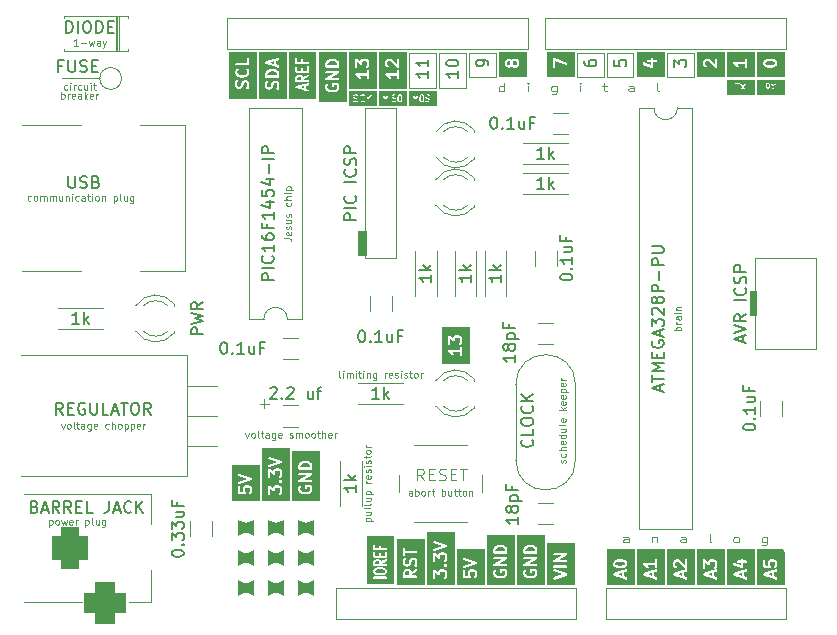
<source format=gto>
%TF.GenerationSoftware,KiCad,Pcbnew,7.0.2-0*%
%TF.CreationDate,2023-07-28T00:31:32-07:00*%
%TF.ProjectId,DIPduino,44495064-7569-46e6-9f2e-6b696361645f,rev?*%
%TF.SameCoordinates,Original*%
%TF.FileFunction,Legend,Top*%
%TF.FilePolarity,Positive*%
%FSLAX46Y46*%
G04 Gerber Fmt 4.6, Leading zero omitted, Abs format (unit mm)*
G04 Created by KiCad (PCBNEW 7.0.2-0) date 2023-07-28 00:31:32*
%MOMM*%
%LPD*%
G01*
G04 APERTURE LIST*
G04 Aperture macros list*
%AMRoundRect*
0 Rectangle with rounded corners*
0 $1 Rounding radius*
0 $2 $3 $4 $5 $6 $7 $8 $9 X,Y pos of 4 corners*
0 Add a 4 corners polygon primitive as box body*
4,1,4,$2,$3,$4,$5,$6,$7,$8,$9,$2,$3,0*
0 Add four circle primitives for the rounded corners*
1,1,$1+$1,$2,$3*
1,1,$1+$1,$4,$5*
1,1,$1+$1,$6,$7*
1,1,$1+$1,$8,$9*
0 Add four rect primitives between the rounded corners*
20,1,$1+$1,$2,$3,$4,$5,0*
20,1,$1+$1,$4,$5,$6,$7,0*
20,1,$1+$1,$6,$7,$8,$9,0*
20,1,$1+$1,$8,$9,$2,$3,0*%
G04 Aperture macros list end*
%ADD10C,0.100000*%
%ADD11C,0.150000*%
%ADD12C,0.200000*%
%ADD13C,0.175000*%
%ADD14C,0.125000*%
%ADD15C,0.120000*%
%ADD16R,1.700000X1.700000*%
%ADD17O,1.700000X1.700000*%
%ADD18C,1.400000*%
%ADD19O,1.400000X1.400000*%
%ADD20O,1.700000X2.400000*%
%ADD21R,1.800000X1.800000*%
%ADD22C,1.800000*%
%ADD23R,2.400000X1.600000*%
%ADD24O,2.400000X1.600000*%
%ADD25R,2.200000X2.200000*%
%ADD26O,2.200000X2.200000*%
%ADD27C,3.200000*%
%ADD28R,2.000000X1.905000*%
%ADD29O,2.000000X1.905000*%
%ADD30C,1.700000*%
%ADD31O,5.000000X3.500000*%
%ADD32C,1.600000*%
%ADD33C,2.000000*%
%ADD34R,3.500000X3.500000*%
%ADD35RoundRect,0.750000X-0.750000X-1.000000X0.750000X-1.000000X0.750000X1.000000X-0.750000X1.000000X0*%
%ADD36RoundRect,0.875000X-0.875000X-0.875000X0.875000X-0.875000X0.875000X0.875000X-0.875000X0.875000X0*%
%ADD37C,1.500000*%
G04 APERTURE END LIST*
D10*
X127666666Y-76114333D02*
X127666666Y-75747666D01*
X127666666Y-75747666D02*
X127619047Y-75681000D01*
X127619047Y-75681000D02*
X127523809Y-75647666D01*
X127523809Y-75647666D02*
X127333333Y-75647666D01*
X127333333Y-75647666D02*
X127238095Y-75681000D01*
X127666666Y-76081000D02*
X127571428Y-76114333D01*
X127571428Y-76114333D02*
X127333333Y-76114333D01*
X127333333Y-76114333D02*
X127238095Y-76081000D01*
X127238095Y-76081000D02*
X127190476Y-76014333D01*
X127190476Y-76014333D02*
X127190476Y-75947666D01*
X127190476Y-75947666D02*
X127238095Y-75881000D01*
X127238095Y-75881000D02*
X127333333Y-75847666D01*
X127333333Y-75847666D02*
X127571428Y-75847666D01*
X127571428Y-75847666D02*
X127666666Y-75814333D01*
X129666667Y-75647666D02*
X129666667Y-76114333D01*
X129666667Y-75714333D02*
X129714286Y-75681000D01*
X129714286Y-75681000D02*
X129809524Y-75647666D01*
X129809524Y-75647666D02*
X129952381Y-75647666D01*
X129952381Y-75647666D02*
X130047619Y-75681000D01*
X130047619Y-75681000D02*
X130095238Y-75747666D01*
X130095238Y-75747666D02*
X130095238Y-76114333D01*
X132523810Y-76114333D02*
X132523810Y-75747666D01*
X132523810Y-75747666D02*
X132476191Y-75681000D01*
X132476191Y-75681000D02*
X132380953Y-75647666D01*
X132380953Y-75647666D02*
X132190477Y-75647666D01*
X132190477Y-75647666D02*
X132095239Y-75681000D01*
X132523810Y-76081000D02*
X132428572Y-76114333D01*
X132428572Y-76114333D02*
X132190477Y-76114333D01*
X132190477Y-76114333D02*
X132095239Y-76081000D01*
X132095239Y-76081000D02*
X132047620Y-76014333D01*
X132047620Y-76014333D02*
X132047620Y-75947666D01*
X132047620Y-75947666D02*
X132095239Y-75881000D01*
X132095239Y-75881000D02*
X132190477Y-75847666D01*
X132190477Y-75847666D02*
X132428572Y-75847666D01*
X132428572Y-75847666D02*
X132523810Y-75814333D01*
X134666668Y-76114333D02*
X134571430Y-76081000D01*
X134571430Y-76081000D02*
X134523811Y-76014333D01*
X134523811Y-76014333D02*
X134523811Y-75414333D01*
X136714288Y-76114333D02*
X136619050Y-76081000D01*
X136619050Y-76081000D02*
X136571431Y-76047666D01*
X136571431Y-76047666D02*
X136523812Y-75981000D01*
X136523812Y-75981000D02*
X136523812Y-75781000D01*
X136523812Y-75781000D02*
X136571431Y-75714333D01*
X136571431Y-75714333D02*
X136619050Y-75681000D01*
X136619050Y-75681000D02*
X136714288Y-75647666D01*
X136714288Y-75647666D02*
X136857145Y-75647666D01*
X136857145Y-75647666D02*
X136952383Y-75681000D01*
X136952383Y-75681000D02*
X137000002Y-75714333D01*
X137000002Y-75714333D02*
X137047621Y-75781000D01*
X137047621Y-75781000D02*
X137047621Y-75981000D01*
X137047621Y-75981000D02*
X137000002Y-76047666D01*
X137000002Y-76047666D02*
X136952383Y-76081000D01*
X136952383Y-76081000D02*
X136857145Y-76114333D01*
X136857145Y-76114333D02*
X136714288Y-76114333D01*
X139428574Y-75647666D02*
X139428574Y-76214333D01*
X139428574Y-76214333D02*
X139380955Y-76281000D01*
X139380955Y-76281000D02*
X139333336Y-76314333D01*
X139333336Y-76314333D02*
X139238098Y-76347666D01*
X139238098Y-76347666D02*
X139095241Y-76347666D01*
X139095241Y-76347666D02*
X139000003Y-76314333D01*
X139428574Y-76081000D02*
X139333336Y-76114333D01*
X139333336Y-76114333D02*
X139142860Y-76114333D01*
X139142860Y-76114333D02*
X139047622Y-76081000D01*
X139047622Y-76081000D02*
X139000003Y-76047666D01*
X139000003Y-76047666D02*
X138952384Y-75981000D01*
X138952384Y-75981000D02*
X138952384Y-75781000D01*
X138952384Y-75781000D02*
X139000003Y-75714333D01*
X139000003Y-75714333D02*
X139047622Y-75681000D01*
X139047622Y-75681000D02*
X139142860Y-75647666D01*
X139142860Y-75647666D02*
X139333336Y-75647666D01*
X139333336Y-75647666D02*
X139428574Y-75681000D01*
X117158284Y-37915833D02*
X117158284Y-37215833D01*
X117158284Y-37882500D02*
X117063046Y-37915833D01*
X117063046Y-37915833D02*
X116872570Y-37915833D01*
X116872570Y-37915833D02*
X116777332Y-37882500D01*
X116777332Y-37882500D02*
X116729713Y-37849166D01*
X116729713Y-37849166D02*
X116682094Y-37782500D01*
X116682094Y-37782500D02*
X116682094Y-37582500D01*
X116682094Y-37582500D02*
X116729713Y-37515833D01*
X116729713Y-37515833D02*
X116777332Y-37482500D01*
X116777332Y-37482500D02*
X116872570Y-37449166D01*
X116872570Y-37449166D02*
X117063046Y-37449166D01*
X117063046Y-37449166D02*
X117158284Y-37482500D01*
X119158285Y-37915833D02*
X119158285Y-37449166D01*
X119158285Y-37215833D02*
X119110666Y-37249166D01*
X119110666Y-37249166D02*
X119158285Y-37282500D01*
X119158285Y-37282500D02*
X119205904Y-37249166D01*
X119205904Y-37249166D02*
X119158285Y-37215833D01*
X119158285Y-37215833D02*
X119158285Y-37282500D01*
X121586856Y-37449166D02*
X121586856Y-38015833D01*
X121586856Y-38015833D02*
X121539237Y-38082500D01*
X121539237Y-38082500D02*
X121491618Y-38115833D01*
X121491618Y-38115833D02*
X121396380Y-38149166D01*
X121396380Y-38149166D02*
X121253523Y-38149166D01*
X121253523Y-38149166D02*
X121158285Y-38115833D01*
X121586856Y-37882500D02*
X121491618Y-37915833D01*
X121491618Y-37915833D02*
X121301142Y-37915833D01*
X121301142Y-37915833D02*
X121205904Y-37882500D01*
X121205904Y-37882500D02*
X121158285Y-37849166D01*
X121158285Y-37849166D02*
X121110666Y-37782500D01*
X121110666Y-37782500D02*
X121110666Y-37582500D01*
X121110666Y-37582500D02*
X121158285Y-37515833D01*
X121158285Y-37515833D02*
X121205904Y-37482500D01*
X121205904Y-37482500D02*
X121301142Y-37449166D01*
X121301142Y-37449166D02*
X121491618Y-37449166D01*
X121491618Y-37449166D02*
X121586856Y-37482500D01*
X123586857Y-37915833D02*
X123586857Y-37449166D01*
X123586857Y-37215833D02*
X123539238Y-37249166D01*
X123539238Y-37249166D02*
X123586857Y-37282500D01*
X123586857Y-37282500D02*
X123634476Y-37249166D01*
X123634476Y-37249166D02*
X123586857Y-37215833D01*
X123586857Y-37215833D02*
X123586857Y-37282500D01*
X125444000Y-37449166D02*
X125824952Y-37449166D01*
X125586857Y-37215833D02*
X125586857Y-37815833D01*
X125586857Y-37815833D02*
X125634476Y-37882500D01*
X125634476Y-37882500D02*
X125729714Y-37915833D01*
X125729714Y-37915833D02*
X125824952Y-37915833D01*
X128110667Y-37915833D02*
X128110667Y-37549166D01*
X128110667Y-37549166D02*
X128063048Y-37482500D01*
X128063048Y-37482500D02*
X127967810Y-37449166D01*
X127967810Y-37449166D02*
X127777334Y-37449166D01*
X127777334Y-37449166D02*
X127682096Y-37482500D01*
X128110667Y-37882500D02*
X128015429Y-37915833D01*
X128015429Y-37915833D02*
X127777334Y-37915833D01*
X127777334Y-37915833D02*
X127682096Y-37882500D01*
X127682096Y-37882500D02*
X127634477Y-37815833D01*
X127634477Y-37815833D02*
X127634477Y-37749166D01*
X127634477Y-37749166D02*
X127682096Y-37682500D01*
X127682096Y-37682500D02*
X127777334Y-37649166D01*
X127777334Y-37649166D02*
X128015429Y-37649166D01*
X128015429Y-37649166D02*
X128110667Y-37615833D01*
X130253525Y-37915833D02*
X130158287Y-37882500D01*
X130158287Y-37882500D02*
X130110668Y-37815833D01*
X130110668Y-37815833D02*
X130110668Y-37215833D01*
D11*
%TO.C,J5*%
X104602619Y-48815237D02*
X103602619Y-48815237D01*
X103602619Y-48815237D02*
X103602619Y-48434285D01*
X103602619Y-48434285D02*
X103650238Y-48339047D01*
X103650238Y-48339047D02*
X103697857Y-48291428D01*
X103697857Y-48291428D02*
X103793095Y-48243809D01*
X103793095Y-48243809D02*
X103935952Y-48243809D01*
X103935952Y-48243809D02*
X104031190Y-48291428D01*
X104031190Y-48291428D02*
X104078809Y-48339047D01*
X104078809Y-48339047D02*
X104126428Y-48434285D01*
X104126428Y-48434285D02*
X104126428Y-48815237D01*
X104602619Y-47815237D02*
X103602619Y-47815237D01*
X104507380Y-46767619D02*
X104555000Y-46815238D01*
X104555000Y-46815238D02*
X104602619Y-46958095D01*
X104602619Y-46958095D02*
X104602619Y-47053333D01*
X104602619Y-47053333D02*
X104555000Y-47196190D01*
X104555000Y-47196190D02*
X104459761Y-47291428D01*
X104459761Y-47291428D02*
X104364523Y-47339047D01*
X104364523Y-47339047D02*
X104174047Y-47386666D01*
X104174047Y-47386666D02*
X104031190Y-47386666D01*
X104031190Y-47386666D02*
X103840714Y-47339047D01*
X103840714Y-47339047D02*
X103745476Y-47291428D01*
X103745476Y-47291428D02*
X103650238Y-47196190D01*
X103650238Y-47196190D02*
X103602619Y-47053333D01*
X103602619Y-47053333D02*
X103602619Y-46958095D01*
X103602619Y-46958095D02*
X103650238Y-46815238D01*
X103650238Y-46815238D02*
X103697857Y-46767619D01*
X104602619Y-45577142D02*
X103602619Y-45577142D01*
X104507380Y-44529524D02*
X104555000Y-44577143D01*
X104555000Y-44577143D02*
X104602619Y-44720000D01*
X104602619Y-44720000D02*
X104602619Y-44815238D01*
X104602619Y-44815238D02*
X104555000Y-44958095D01*
X104555000Y-44958095D02*
X104459761Y-45053333D01*
X104459761Y-45053333D02*
X104364523Y-45100952D01*
X104364523Y-45100952D02*
X104174047Y-45148571D01*
X104174047Y-45148571D02*
X104031190Y-45148571D01*
X104031190Y-45148571D02*
X103840714Y-45100952D01*
X103840714Y-45100952D02*
X103745476Y-45053333D01*
X103745476Y-45053333D02*
X103650238Y-44958095D01*
X103650238Y-44958095D02*
X103602619Y-44815238D01*
X103602619Y-44815238D02*
X103602619Y-44720000D01*
X103602619Y-44720000D02*
X103650238Y-44577143D01*
X103650238Y-44577143D02*
X103697857Y-44529524D01*
X104555000Y-44148571D02*
X104602619Y-44005714D01*
X104602619Y-44005714D02*
X104602619Y-43767619D01*
X104602619Y-43767619D02*
X104555000Y-43672381D01*
X104555000Y-43672381D02*
X104507380Y-43624762D01*
X104507380Y-43624762D02*
X104412142Y-43577143D01*
X104412142Y-43577143D02*
X104316904Y-43577143D01*
X104316904Y-43577143D02*
X104221666Y-43624762D01*
X104221666Y-43624762D02*
X104174047Y-43672381D01*
X104174047Y-43672381D02*
X104126428Y-43767619D01*
X104126428Y-43767619D02*
X104078809Y-43958095D01*
X104078809Y-43958095D02*
X104031190Y-44053333D01*
X104031190Y-44053333D02*
X103983571Y-44100952D01*
X103983571Y-44100952D02*
X103888333Y-44148571D01*
X103888333Y-44148571D02*
X103793095Y-44148571D01*
X103793095Y-44148571D02*
X103697857Y-44100952D01*
X103697857Y-44100952D02*
X103650238Y-44053333D01*
X103650238Y-44053333D02*
X103602619Y-43958095D01*
X103602619Y-43958095D02*
X103602619Y-43720000D01*
X103602619Y-43720000D02*
X103650238Y-43577143D01*
X104602619Y-43148571D02*
X103602619Y-43148571D01*
X103602619Y-43148571D02*
X103602619Y-42767619D01*
X103602619Y-42767619D02*
X103650238Y-42672381D01*
X103650238Y-42672381D02*
X103697857Y-42624762D01*
X103697857Y-42624762D02*
X103793095Y-42577143D01*
X103793095Y-42577143D02*
X103935952Y-42577143D01*
X103935952Y-42577143D02*
X104031190Y-42624762D01*
X104031190Y-42624762D02*
X104078809Y-42672381D01*
X104078809Y-42672381D02*
X104126428Y-42767619D01*
X104126428Y-42767619D02*
X104126428Y-43148571D01*
%TO.C,R8*%
X110952619Y-53459047D02*
X110952619Y-54030475D01*
X110952619Y-53744761D02*
X109952619Y-53744761D01*
X109952619Y-53744761D02*
X110095476Y-53839999D01*
X110095476Y-53839999D02*
X110190714Y-53935237D01*
X110190714Y-53935237D02*
X110238333Y-54030475D01*
X110952619Y-53030475D02*
X109952619Y-53030475D01*
X110571666Y-52935237D02*
X110952619Y-52649523D01*
X110285952Y-52649523D02*
X110666904Y-53030475D01*
D12*
%TO.C,J6*%
G36*
X137236904Y-78918780D02*
G01*
X136938846Y-78819428D01*
X137236904Y-78720075D01*
X137236904Y-78918780D01*
G37*
G36*
X138352857Y-79690857D02*
G01*
X135967143Y-79690857D01*
X135967143Y-78808334D01*
X136518989Y-78808334D01*
X136523572Y-78833670D01*
X136526312Y-78859269D01*
X136528750Y-78862297D01*
X136529442Y-78866121D01*
X136546992Y-78884954D01*
X136563140Y-78905011D01*
X136566826Y-78906239D01*
X136569478Y-78909085D01*
X136594435Y-78915442D01*
X137286431Y-79146107D01*
X137293609Y-79152327D01*
X137313796Y-79155229D01*
X137604637Y-79252176D01*
X137648348Y-79253757D01*
X137698866Y-79223814D01*
X137725176Y-79171312D01*
X137718925Y-79112920D01*
X137682098Y-79067178D01*
X137436904Y-78985446D01*
X137436904Y-78653408D01*
X137667882Y-78576416D01*
X137703800Y-78551454D01*
X137726249Y-78497189D01*
X137715795Y-78439402D01*
X137675760Y-78396439D01*
X137618852Y-78381941D01*
X137327722Y-78478984D01*
X137322072Y-78478172D01*
X137300215Y-78488153D01*
X136608157Y-78718839D01*
X136596889Y-78718432D01*
X136580837Y-78727946D01*
X136577355Y-78729107D01*
X136568523Y-78735244D01*
X136546371Y-78748375D01*
X136544629Y-78751851D01*
X136541438Y-78754069D01*
X136531595Y-78777860D01*
X136520062Y-78800877D01*
X136520475Y-78804740D01*
X136518989Y-78808334D01*
X135967143Y-78808334D01*
X135967143Y-77943733D01*
X136472443Y-77943733D01*
X136478693Y-78002126D01*
X136515521Y-78047868D01*
X137238812Y-78288964D01*
X137245990Y-78295184D01*
X137266176Y-78298086D01*
X137271303Y-78299795D01*
X137280333Y-78300121D01*
X137304117Y-78303541D01*
X137309309Y-78301169D01*
X137315014Y-78301376D01*
X137335678Y-78289127D01*
X137357536Y-78279146D01*
X137360622Y-78274342D01*
X137365532Y-78271433D01*
X137376293Y-78249958D01*
X137389285Y-78229743D01*
X137389285Y-78224033D01*
X137391842Y-78218931D01*
X137389285Y-78195045D01*
X137389285Y-77824190D01*
X137636998Y-77824190D01*
X137678966Y-77811867D01*
X137717423Y-77767485D01*
X137725780Y-77709358D01*
X137701385Y-77655939D01*
X137651982Y-77624190D01*
X137389285Y-77624190D01*
X137389285Y-77566954D01*
X137376962Y-77524986D01*
X137332580Y-77486529D01*
X137274453Y-77478172D01*
X137221034Y-77502567D01*
X137189285Y-77551970D01*
X137189285Y-77624190D01*
X136941573Y-77624190D01*
X136899605Y-77636513D01*
X136861148Y-77680895D01*
X136852791Y-77739022D01*
X136877186Y-77792441D01*
X136926589Y-77824190D01*
X137189285Y-77824190D01*
X137189285Y-78061637D01*
X136592982Y-77862870D01*
X136549270Y-77861289D01*
X136498752Y-77891232D01*
X136472443Y-77943733D01*
X135967143Y-77943733D01*
X135967143Y-76695619D01*
X138352857Y-76695619D01*
X138352857Y-79690857D01*
G37*
G36*
X127076904Y-78918780D02*
G01*
X126778846Y-78819428D01*
X127076904Y-78720075D01*
X127076904Y-78918780D01*
G37*
G36*
X127237241Y-77770923D02*
G01*
X127308144Y-77806375D01*
X127332815Y-77831046D01*
X127362619Y-77890653D01*
X127362619Y-77938678D01*
X127332815Y-77998285D01*
X127308143Y-78022956D01*
X127237240Y-78058408D01*
X127069355Y-78100380D01*
X126855883Y-78100380D01*
X126687995Y-78058408D01*
X126617093Y-78022957D01*
X126592423Y-77998287D01*
X126562619Y-77938678D01*
X126562619Y-77890653D01*
X126592423Y-77831044D01*
X126617093Y-77806374D01*
X126687996Y-77770923D01*
X126855882Y-77728952D01*
X127069354Y-77728952D01*
X127237241Y-77770923D01*
G37*
G36*
X128192857Y-79690857D02*
G01*
X125807143Y-79690857D01*
X125807143Y-78808334D01*
X126358989Y-78808334D01*
X126363572Y-78833670D01*
X126366312Y-78859269D01*
X126368750Y-78862297D01*
X126369442Y-78866121D01*
X126386992Y-78884954D01*
X126403140Y-78905011D01*
X126406826Y-78906239D01*
X126409478Y-78909085D01*
X126434435Y-78915442D01*
X127126431Y-79146107D01*
X127133609Y-79152327D01*
X127153796Y-79155229D01*
X127444637Y-79252176D01*
X127488348Y-79253757D01*
X127538866Y-79223814D01*
X127565176Y-79171312D01*
X127558925Y-79112920D01*
X127522098Y-79067178D01*
X127276904Y-78985446D01*
X127276904Y-78653408D01*
X127507882Y-78576416D01*
X127543800Y-78551454D01*
X127566249Y-78497189D01*
X127555795Y-78439402D01*
X127515760Y-78396439D01*
X127458852Y-78381941D01*
X127167722Y-78478984D01*
X127162072Y-78478172D01*
X127140215Y-78488153D01*
X126448157Y-78718839D01*
X126436889Y-78718432D01*
X126420837Y-78727946D01*
X126417355Y-78729107D01*
X126408523Y-78735244D01*
X126386371Y-78748375D01*
X126384629Y-78751851D01*
X126381438Y-78754069D01*
X126371595Y-78777860D01*
X126360062Y-78800877D01*
X126360475Y-78804740D01*
X126358989Y-78808334D01*
X125807143Y-78808334D01*
X125807143Y-77878235D01*
X126358999Y-77878235D01*
X126362618Y-77886963D01*
X126362619Y-77956899D01*
X126360045Y-77980743D01*
X126369183Y-77999019D01*
X126374942Y-78018632D01*
X126382083Y-78024820D01*
X126415187Y-78091028D01*
X126418765Y-78107471D01*
X126438244Y-78126950D01*
X126457016Y-78147131D01*
X126458909Y-78147615D01*
X126478280Y-78166986D01*
X126486873Y-78181453D01*
X126511509Y-78193771D01*
X126535703Y-78206982D01*
X126537651Y-78206842D01*
X126592441Y-78234237D01*
X126600355Y-78242654D01*
X126618193Y-78247113D01*
X126621234Y-78248634D01*
X126632088Y-78250587D01*
X126803351Y-78293403D01*
X126814208Y-78300380D01*
X126831259Y-78300380D01*
X126833267Y-78300882D01*
X126845613Y-78300380D01*
X127065207Y-78300380D01*
X127077433Y-78304516D01*
X127093977Y-78300380D01*
X127096045Y-78300380D01*
X127107895Y-78296900D01*
X127279115Y-78254095D01*
X127290600Y-78255335D01*
X127307042Y-78247113D01*
X127310345Y-78246288D01*
X127319865Y-78240702D01*
X127400884Y-78200192D01*
X127417327Y-78196616D01*
X127436810Y-78177132D01*
X127456988Y-78158364D01*
X127457471Y-78156471D01*
X127476844Y-78137099D01*
X127491311Y-78128507D01*
X127503630Y-78103868D01*
X127516840Y-78079678D01*
X127516700Y-78077728D01*
X127549653Y-78011823D01*
X127562619Y-77991648D01*
X127562619Y-77971212D01*
X127566239Y-77951097D01*
X127562618Y-77942368D01*
X127562619Y-77872431D01*
X127565193Y-77848588D01*
X127556054Y-77830310D01*
X127550296Y-77810700D01*
X127543154Y-77804512D01*
X127510050Y-77738303D01*
X127506473Y-77721860D01*
X127486992Y-77702379D01*
X127468222Y-77682200D01*
X127466327Y-77681715D01*
X127446955Y-77662343D01*
X127438364Y-77647879D01*
X127413739Y-77635566D01*
X127389533Y-77622349D01*
X127387583Y-77622488D01*
X127332796Y-77595095D01*
X127324882Y-77586678D01*
X127307042Y-77582218D01*
X127304002Y-77580698D01*
X127293150Y-77578745D01*
X127121885Y-77535928D01*
X127111029Y-77528952D01*
X127093978Y-77528952D01*
X127091970Y-77528450D01*
X127079624Y-77528952D01*
X126860030Y-77528952D01*
X126847804Y-77524816D01*
X126831260Y-77528952D01*
X126829192Y-77528952D01*
X126817341Y-77532431D01*
X126646120Y-77575236D01*
X126634636Y-77573997D01*
X126618192Y-77582218D01*
X126614892Y-77583044D01*
X126605375Y-77588627D01*
X126524349Y-77629140D01*
X126507909Y-77632717D01*
X126488434Y-77652191D01*
X126468248Y-77670968D01*
X126467763Y-77672862D01*
X126448393Y-77692232D01*
X126433927Y-77700825D01*
X126421609Y-77725459D01*
X126408398Y-77749655D01*
X126408537Y-77751604D01*
X126375586Y-77817505D01*
X126362619Y-77837684D01*
X126362619Y-77858119D01*
X126358999Y-77878235D01*
X125807143Y-77878235D01*
X125807143Y-76695619D01*
X128192857Y-76695619D01*
X128192857Y-79690857D01*
G37*
G36*
X134696904Y-78918780D02*
G01*
X134398846Y-78819428D01*
X134696904Y-78720075D01*
X134696904Y-78918780D01*
G37*
G36*
X135812857Y-79690857D02*
G01*
X133427143Y-79690857D01*
X133427143Y-78808334D01*
X133978989Y-78808334D01*
X133983572Y-78833670D01*
X133986312Y-78859269D01*
X133988750Y-78862297D01*
X133989442Y-78866121D01*
X134006992Y-78884954D01*
X134023140Y-78905011D01*
X134026826Y-78906239D01*
X134029478Y-78909085D01*
X134054435Y-78915442D01*
X134746431Y-79146107D01*
X134753609Y-79152327D01*
X134773796Y-79155229D01*
X135064637Y-79252176D01*
X135108348Y-79253757D01*
X135158866Y-79223814D01*
X135185176Y-79171312D01*
X135178925Y-79112920D01*
X135142098Y-79067178D01*
X134896904Y-78985446D01*
X134896904Y-78653408D01*
X135127882Y-78576416D01*
X135163800Y-78551454D01*
X135186249Y-78497189D01*
X135175795Y-78439402D01*
X135135760Y-78396439D01*
X135078852Y-78381941D01*
X134787722Y-78478984D01*
X134782072Y-78478172D01*
X134760215Y-78488153D01*
X134068157Y-78718839D01*
X134056889Y-78718432D01*
X134040837Y-78727946D01*
X134037355Y-78729107D01*
X134028523Y-78735244D01*
X134006371Y-78748375D01*
X134004629Y-78751851D01*
X134001438Y-78754069D01*
X133991595Y-78777860D01*
X133980062Y-78800877D01*
X133980475Y-78804740D01*
X133978989Y-78808334D01*
X133427143Y-78808334D01*
X133427143Y-77628448D01*
X133978398Y-77628448D01*
X133982619Y-77643084D01*
X133982619Y-78262378D01*
X133994942Y-78304346D01*
X134039324Y-78342803D01*
X134097451Y-78351160D01*
X134150870Y-78326765D01*
X134182619Y-78277362D01*
X134182619Y-77849328D01*
X134375819Y-78018379D01*
X134375894Y-78018632D01*
X134398011Y-78037796D01*
X134408542Y-78047011D01*
X134408763Y-78047113D01*
X134420276Y-78057089D01*
X134434865Y-78059186D01*
X134448241Y-78065373D01*
X134463326Y-78063278D01*
X134478403Y-78065446D01*
X134491808Y-78059323D01*
X134506408Y-78057297D01*
X134517967Y-78047377D01*
X134531822Y-78041051D01*
X134539789Y-78028652D01*
X134550975Y-78019055D01*
X134555337Y-78004460D01*
X134563571Y-77991648D01*
X134563571Y-77976911D01*
X134567792Y-77962789D01*
X134563571Y-77948152D01*
X134563571Y-77843034D01*
X134593375Y-77783425D01*
X134618045Y-77758755D01*
X134677653Y-77728952D01*
X134868536Y-77728952D01*
X134928144Y-77758756D01*
X134952815Y-77783427D01*
X134982619Y-77843034D01*
X134982619Y-78081536D01*
X134952815Y-78141142D01*
X134906502Y-78187455D01*
X134885540Y-78225844D01*
X134889729Y-78284420D01*
X134924921Y-78331432D01*
X134979944Y-78351956D01*
X135037327Y-78339473D01*
X135096844Y-78279956D01*
X135111311Y-78271364D01*
X135123630Y-78246725D01*
X135136840Y-78222535D01*
X135136700Y-78220585D01*
X135169653Y-78154680D01*
X135182619Y-78134505D01*
X135182619Y-78114069D01*
X135186239Y-78093954D01*
X135182619Y-78085225D01*
X135182619Y-77824812D01*
X135185193Y-77800969D01*
X135176054Y-77782691D01*
X135170296Y-77763081D01*
X135163154Y-77756893D01*
X135130050Y-77690684D01*
X135126473Y-77674241D01*
X135106992Y-77654760D01*
X135088222Y-77634581D01*
X135086327Y-77634096D01*
X135066955Y-77614724D01*
X135058364Y-77600260D01*
X135033739Y-77587947D01*
X135009533Y-77574730D01*
X135007583Y-77574869D01*
X134941683Y-77541919D01*
X134921505Y-77528952D01*
X134901069Y-77528952D01*
X134880954Y-77525332D01*
X134872226Y-77528952D01*
X134659431Y-77528952D01*
X134635588Y-77526378D01*
X134617310Y-77535516D01*
X134597700Y-77541275D01*
X134591512Y-77548416D01*
X134525301Y-77581521D01*
X134508861Y-77585098D01*
X134489386Y-77604572D01*
X134469200Y-77623349D01*
X134468715Y-77625243D01*
X134449345Y-77644613D01*
X134434879Y-77653206D01*
X134422561Y-77677840D01*
X134409350Y-77702036D01*
X134409489Y-77703985D01*
X134382323Y-77758316D01*
X134170370Y-77572857D01*
X134170296Y-77572605D01*
X134148178Y-77553440D01*
X134137648Y-77544226D01*
X134137426Y-77544123D01*
X134125914Y-77534148D01*
X134111324Y-77532050D01*
X134097949Y-77525864D01*
X134082863Y-77527958D01*
X134067787Y-77525791D01*
X134054381Y-77531913D01*
X134039782Y-77533940D01*
X134028222Y-77543859D01*
X134014368Y-77550186D01*
X134006400Y-77562584D01*
X133995215Y-77572182D01*
X133990852Y-77586776D01*
X133982619Y-77599589D01*
X133982619Y-77614325D01*
X133978398Y-77628448D01*
X133427143Y-77628448D01*
X133427143Y-76695619D01*
X135812857Y-76695619D01*
X135812857Y-79690857D01*
G37*
G36*
X139776904Y-78918780D02*
G01*
X139478846Y-78819428D01*
X139776904Y-78720075D01*
X139776904Y-78918780D01*
G37*
G36*
X140892857Y-79690857D02*
G01*
X138507143Y-79690857D01*
X138507143Y-78808334D01*
X139058989Y-78808334D01*
X139063572Y-78833670D01*
X139066312Y-78859269D01*
X139068750Y-78862297D01*
X139069442Y-78866121D01*
X139086992Y-78884954D01*
X139103140Y-78905011D01*
X139106826Y-78906239D01*
X139109478Y-78909085D01*
X139134435Y-78915442D01*
X139826431Y-79146107D01*
X139833609Y-79152327D01*
X139853796Y-79155229D01*
X140144637Y-79252176D01*
X140188348Y-79253757D01*
X140238866Y-79223814D01*
X140265176Y-79171312D01*
X140258925Y-79112920D01*
X140222098Y-79067178D01*
X139976904Y-78985446D01*
X139976904Y-78653408D01*
X140207882Y-78576416D01*
X140243800Y-78551454D01*
X140266249Y-78497189D01*
X140255795Y-78439402D01*
X140215760Y-78396439D01*
X140158852Y-78381941D01*
X139867722Y-78478984D01*
X139862072Y-78478172D01*
X139840215Y-78488153D01*
X139148157Y-78718839D01*
X139136889Y-78718432D01*
X139120837Y-78727946D01*
X139117355Y-78729107D01*
X139108523Y-78735244D01*
X139086371Y-78748375D01*
X139084629Y-78751851D01*
X139081438Y-78754069D01*
X139071595Y-78777860D01*
X139060062Y-78800877D01*
X139060475Y-78804740D01*
X139058989Y-78808334D01*
X138507143Y-78808334D01*
X138507143Y-78157254D01*
X139058494Y-78157254D01*
X139067275Y-78182999D01*
X139074942Y-78209108D01*
X139076701Y-78210632D01*
X139077453Y-78212836D01*
X139098764Y-78229750D01*
X139119324Y-78247565D01*
X139121628Y-78247896D01*
X139123451Y-78249343D01*
X139150515Y-78252049D01*
X139177451Y-78255922D01*
X139179569Y-78254954D01*
X139608680Y-78297865D01*
X139616655Y-78302220D01*
X139637392Y-78300736D01*
X139643166Y-78301314D01*
X139651663Y-78299715D01*
X139675231Y-78298030D01*
X139680131Y-78294361D01*
X139686152Y-78293229D01*
X139703329Y-78276995D01*
X139722242Y-78262838D01*
X139724382Y-78257100D01*
X139728834Y-78252893D01*
X139734508Y-78229950D01*
X139742765Y-78207815D01*
X139741463Y-78201832D01*
X139742934Y-78195887D01*
X139735304Y-78173519D01*
X139730282Y-78150432D01*
X139725952Y-78146102D01*
X139723975Y-78140305D01*
X139705461Y-78125611D01*
X139673375Y-78093525D01*
X139643571Y-78033916D01*
X139643571Y-77843034D01*
X139673375Y-77783425D01*
X139698045Y-77758755D01*
X139757653Y-77728952D01*
X139948536Y-77728952D01*
X140008144Y-77758756D01*
X140032815Y-77783427D01*
X140062619Y-77843034D01*
X140062619Y-78033917D01*
X140032815Y-78093523D01*
X139986502Y-78139836D01*
X139965540Y-78178225D01*
X139969729Y-78236801D01*
X140004921Y-78283813D01*
X140059944Y-78304337D01*
X140117327Y-78291854D01*
X140176844Y-78232337D01*
X140191311Y-78223745D01*
X140203630Y-78199106D01*
X140216840Y-78174916D01*
X140216700Y-78172966D01*
X140249653Y-78107061D01*
X140262619Y-78086886D01*
X140262619Y-78066450D01*
X140266239Y-78046335D01*
X140262619Y-78037606D01*
X140262619Y-77824812D01*
X140265193Y-77800969D01*
X140256054Y-77782691D01*
X140250296Y-77763081D01*
X140243154Y-77756893D01*
X140210050Y-77690684D01*
X140206473Y-77674241D01*
X140186992Y-77654760D01*
X140168222Y-77634581D01*
X140166327Y-77634096D01*
X140146955Y-77614724D01*
X140138364Y-77600260D01*
X140113739Y-77587947D01*
X140089533Y-77574730D01*
X140087583Y-77574869D01*
X140021683Y-77541919D01*
X140001505Y-77528952D01*
X139981069Y-77528952D01*
X139960954Y-77525332D01*
X139952226Y-77528952D01*
X139739431Y-77528952D01*
X139715588Y-77526378D01*
X139697310Y-77535516D01*
X139677700Y-77541275D01*
X139671512Y-77548416D01*
X139605301Y-77581521D01*
X139588861Y-77585098D01*
X139569386Y-77604572D01*
X139549200Y-77623349D01*
X139548715Y-77625243D01*
X139529345Y-77644613D01*
X139514879Y-77653206D01*
X139502561Y-77677840D01*
X139489350Y-77702036D01*
X139489489Y-77703985D01*
X139456538Y-77769886D01*
X139443571Y-77790065D01*
X139443571Y-77810500D01*
X139439951Y-77830616D01*
X139443571Y-77839344D01*
X139443571Y-78052137D01*
X139440997Y-78075981D01*
X139443165Y-78080317D01*
X139262619Y-78062262D01*
X139262619Y-77662192D01*
X139250296Y-77620224D01*
X139205914Y-77581767D01*
X139147787Y-77573410D01*
X139094368Y-77597805D01*
X139062619Y-77647208D01*
X139062619Y-78140576D01*
X139058494Y-78157254D01*
X138507143Y-78157254D01*
X138507143Y-76695619D01*
X140892857Y-76695619D01*
X140892857Y-79690857D01*
G37*
G36*
X129616904Y-78918780D02*
G01*
X129318846Y-78819428D01*
X129616904Y-78720075D01*
X129616904Y-78918780D01*
G37*
G36*
X130732857Y-79690857D02*
G01*
X128347143Y-79690857D01*
X128347143Y-78808334D01*
X128898989Y-78808334D01*
X128903572Y-78833670D01*
X128906312Y-78859269D01*
X128908750Y-78862297D01*
X128909442Y-78866121D01*
X128926992Y-78884954D01*
X128943140Y-78905011D01*
X128946826Y-78906239D01*
X128949478Y-78909085D01*
X128974435Y-78915442D01*
X129666431Y-79146107D01*
X129673609Y-79152327D01*
X129693796Y-79155229D01*
X129984637Y-79252176D01*
X130028348Y-79253757D01*
X130078866Y-79223814D01*
X130105176Y-79171312D01*
X130098925Y-79112920D01*
X130062098Y-79067178D01*
X129816903Y-78985446D01*
X129816904Y-78653408D01*
X130047882Y-78576416D01*
X130083800Y-78551454D01*
X130106249Y-78497189D01*
X130095795Y-78439402D01*
X130055760Y-78396439D01*
X129998852Y-78381941D01*
X129707722Y-78478984D01*
X129702072Y-78478172D01*
X129680215Y-78488153D01*
X128988157Y-78718839D01*
X128976889Y-78718432D01*
X128960837Y-78727946D01*
X128957355Y-78729107D01*
X128948523Y-78735244D01*
X128926371Y-78748375D01*
X128924629Y-78751851D01*
X128921438Y-78754069D01*
X128911595Y-78777860D01*
X128900062Y-78800877D01*
X128900475Y-78804740D01*
X128898989Y-78808334D01*
X128347143Y-78808334D01*
X128347143Y-77927763D01*
X128899223Y-77927763D01*
X128899587Y-77928597D01*
X128899458Y-77929498D01*
X128911300Y-77955430D01*
X128922717Y-77981583D01*
X128923474Y-77982087D01*
X128923853Y-77982917D01*
X128947867Y-77998349D01*
X129081767Y-78087617D01*
X129158529Y-78164378D01*
X129205321Y-78257962D01*
X129235111Y-78289988D01*
X129292006Y-78304537D01*
X129347734Y-78286017D01*
X129384604Y-78240307D01*
X129390907Y-78181921D01*
X129335765Y-78071638D01*
X129332188Y-78055194D01*
X129312701Y-78035707D01*
X129293936Y-78015533D01*
X129292042Y-78015048D01*
X129291660Y-78014666D01*
X129902619Y-78014666D01*
X129902619Y-78214759D01*
X129914942Y-78256727D01*
X129959324Y-78295184D01*
X130017451Y-78303541D01*
X130070870Y-78279146D01*
X130102619Y-78229743D01*
X130102619Y-77921820D01*
X130105780Y-77899834D01*
X130102619Y-77892912D01*
X130102619Y-77614573D01*
X130090296Y-77572605D01*
X130045914Y-77534148D01*
X129987787Y-77525791D01*
X129934368Y-77550186D01*
X129902619Y-77599589D01*
X129902619Y-77814666D01*
X129017856Y-77814666D01*
X129004370Y-77810459D01*
X128989098Y-77814666D01*
X128988240Y-77814666D01*
X128975233Y-77818485D01*
X128947753Y-77826055D01*
X128947145Y-77826732D01*
X128946272Y-77826989D01*
X128927575Y-77848565D01*
X128908557Y-77869784D01*
X128908412Y-77870681D01*
X128907815Y-77871371D01*
X128903752Y-77899627D01*
X128899223Y-77927763D01*
X128347143Y-77927763D01*
X128347143Y-76695619D01*
X130732857Y-76695619D01*
X130732857Y-79690857D01*
G37*
G36*
X132156904Y-78918780D02*
G01*
X131858846Y-78819428D01*
X132156904Y-78720075D01*
X132156904Y-78918780D01*
G37*
G36*
X133272857Y-79690857D02*
G01*
X130887143Y-79690857D01*
X130887143Y-78808334D01*
X131438989Y-78808334D01*
X131443572Y-78833670D01*
X131446312Y-78859269D01*
X131448750Y-78862297D01*
X131449442Y-78866121D01*
X131466992Y-78884954D01*
X131483140Y-78905011D01*
X131486826Y-78906239D01*
X131489478Y-78909085D01*
X131514435Y-78915442D01*
X132206431Y-79146107D01*
X132213609Y-79152327D01*
X132233796Y-79155229D01*
X132524637Y-79252176D01*
X132568348Y-79253757D01*
X132618866Y-79223814D01*
X132645176Y-79171312D01*
X132638925Y-79112920D01*
X132602098Y-79067178D01*
X132356904Y-78985446D01*
X132356904Y-78653408D01*
X132587882Y-78576416D01*
X132623800Y-78551454D01*
X132646249Y-78497189D01*
X132635795Y-78439402D01*
X132595760Y-78396439D01*
X132538852Y-78381941D01*
X132247722Y-78478984D01*
X132242072Y-78478172D01*
X132220215Y-78488153D01*
X131528157Y-78718839D01*
X131516889Y-78718432D01*
X131500837Y-78727946D01*
X131497355Y-78729107D01*
X131488523Y-78735244D01*
X131466371Y-78748375D01*
X131464629Y-78751851D01*
X131461438Y-78754069D01*
X131451595Y-78777860D01*
X131440062Y-78800877D01*
X131440475Y-78804740D01*
X131438989Y-78808334D01*
X130887143Y-78808334D01*
X130887143Y-77830616D01*
X131438999Y-77830616D01*
X131442619Y-77839344D01*
X131442619Y-78052137D01*
X131440045Y-78075981D01*
X131449183Y-78094257D01*
X131454942Y-78113870D01*
X131462083Y-78120058D01*
X131495187Y-78186266D01*
X131498765Y-78202709D01*
X131518244Y-78222188D01*
X131537016Y-78242369D01*
X131538909Y-78242853D01*
X131577314Y-78281258D01*
X131615703Y-78302220D01*
X131674279Y-78298030D01*
X131721290Y-78262838D01*
X131741813Y-78207815D01*
X131729330Y-78150432D01*
X131672423Y-78093525D01*
X131642619Y-78033916D01*
X131642619Y-77843034D01*
X131672423Y-77783425D01*
X131697092Y-77758756D01*
X131756701Y-77728952D01*
X131812105Y-77728952D01*
X131917172Y-77763974D01*
X132453859Y-78300661D01*
X132454942Y-78304346D01*
X132474440Y-78321241D01*
X132482076Y-78328877D01*
X132485257Y-78330613D01*
X132499324Y-78342803D01*
X132510530Y-78344414D01*
X132520465Y-78349839D01*
X132539028Y-78348511D01*
X132557451Y-78351160D01*
X132567748Y-78346457D01*
X132579041Y-78345650D01*
X132593940Y-78334496D01*
X132610870Y-78326765D01*
X132616990Y-78317241D01*
X132626053Y-78310457D01*
X132632557Y-78293018D01*
X132642619Y-78277362D01*
X132642619Y-78266042D01*
X132646576Y-78255434D01*
X132642619Y-78237245D01*
X132642619Y-77614573D01*
X132630296Y-77572605D01*
X132585914Y-77534148D01*
X132527787Y-77525791D01*
X132474368Y-77550186D01*
X132442619Y-77599589D01*
X132442618Y-78006578D01*
X132045706Y-77609666D01*
X132030668Y-77590988D01*
X132011282Y-77584526D01*
X131993344Y-77574731D01*
X131983919Y-77575405D01*
X131871851Y-77538049D01*
X131857696Y-77528952D01*
X131830141Y-77528952D01*
X131802603Y-77527956D01*
X131800923Y-77528952D01*
X131738479Y-77528952D01*
X131714636Y-77526378D01*
X131696358Y-77535516D01*
X131676748Y-77541275D01*
X131670560Y-77548416D01*
X131604349Y-77581521D01*
X131587909Y-77585098D01*
X131568434Y-77604572D01*
X131548248Y-77623349D01*
X131547763Y-77625243D01*
X131528393Y-77644613D01*
X131513927Y-77653206D01*
X131501609Y-77677840D01*
X131488398Y-77702036D01*
X131488537Y-77703985D01*
X131455586Y-77769886D01*
X131442619Y-77790065D01*
X131442619Y-77810500D01*
X131438999Y-77830616D01*
X130887143Y-77830616D01*
X130887143Y-76695619D01*
X133272857Y-76695619D01*
X133272857Y-79690857D01*
G37*
%TO.C,J8*%
G36*
X112952857Y-79690857D02*
G01*
X110567143Y-79690857D01*
X110567143Y-78485591D01*
X111118398Y-78485591D01*
X111122619Y-78500227D01*
X111122619Y-79119521D01*
X111134942Y-79161489D01*
X111179324Y-79199946D01*
X111237451Y-79208303D01*
X111290870Y-79183908D01*
X111322619Y-79134505D01*
X111322619Y-78706471D01*
X111515819Y-78875522D01*
X111515894Y-78875775D01*
X111538011Y-78894939D01*
X111548542Y-78904154D01*
X111548763Y-78904256D01*
X111560276Y-78914232D01*
X111574865Y-78916329D01*
X111588241Y-78922516D01*
X111603326Y-78920421D01*
X111618403Y-78922589D01*
X111631808Y-78916466D01*
X111646408Y-78914440D01*
X111657967Y-78904520D01*
X111671822Y-78898194D01*
X111679789Y-78885795D01*
X111690975Y-78876198D01*
X111695337Y-78861603D01*
X111703571Y-78848791D01*
X111703571Y-78834054D01*
X111707792Y-78819932D01*
X111703571Y-78805295D01*
X111703571Y-78700177D01*
X111733375Y-78640568D01*
X111758044Y-78615899D01*
X111817653Y-78586095D01*
X112008536Y-78586095D01*
X112068144Y-78615899D01*
X112092815Y-78640570D01*
X112122619Y-78700177D01*
X112122619Y-78938678D01*
X112092815Y-78998285D01*
X112046502Y-79044598D01*
X112025540Y-79082987D01*
X112029729Y-79141563D01*
X112064921Y-79188575D01*
X112119944Y-79209099D01*
X112177327Y-79196616D01*
X112236844Y-79137099D01*
X112251311Y-79128507D01*
X112263630Y-79103868D01*
X112276840Y-79079678D01*
X112276700Y-79077728D01*
X112309653Y-79011823D01*
X112322619Y-78991648D01*
X112322619Y-78971212D01*
X112326239Y-78951097D01*
X112322619Y-78942368D01*
X112322619Y-78681955D01*
X112325193Y-78658112D01*
X112316054Y-78639834D01*
X112310296Y-78620224D01*
X112303154Y-78614036D01*
X112270050Y-78547827D01*
X112266473Y-78531384D01*
X112246992Y-78511903D01*
X112228222Y-78491724D01*
X112226327Y-78491239D01*
X112206955Y-78471867D01*
X112198364Y-78457403D01*
X112173739Y-78445090D01*
X112149533Y-78431873D01*
X112147583Y-78432012D01*
X112081683Y-78399062D01*
X112061505Y-78386095D01*
X112041069Y-78386095D01*
X112020954Y-78382475D01*
X112012226Y-78386095D01*
X111799431Y-78386095D01*
X111775588Y-78383521D01*
X111757310Y-78392659D01*
X111737700Y-78398418D01*
X111731512Y-78405559D01*
X111665301Y-78438664D01*
X111648861Y-78442241D01*
X111629386Y-78461715D01*
X111609200Y-78480492D01*
X111608715Y-78482386D01*
X111589345Y-78501756D01*
X111574879Y-78510349D01*
X111562561Y-78534983D01*
X111549350Y-78559179D01*
X111549489Y-78561128D01*
X111522323Y-78615459D01*
X111310370Y-78430000D01*
X111310296Y-78429748D01*
X111288178Y-78410583D01*
X111277648Y-78401369D01*
X111277426Y-78401266D01*
X111265914Y-78391291D01*
X111251324Y-78389193D01*
X111237949Y-78383007D01*
X111222863Y-78385101D01*
X111207787Y-78382934D01*
X111194381Y-78389056D01*
X111179782Y-78391083D01*
X111168222Y-78401002D01*
X111154368Y-78407329D01*
X111146400Y-78419727D01*
X111135215Y-78429325D01*
X111130852Y-78443919D01*
X111122619Y-78456732D01*
X111122618Y-78471468D01*
X111118398Y-78485591D01*
X110567143Y-78485591D01*
X110567143Y-78050089D01*
X112023423Y-78050089D01*
X112025829Y-78061151D01*
X112024219Y-78072355D01*
X112028921Y-78082652D01*
X112029729Y-78093944D01*
X112034289Y-78100035D01*
X112035907Y-78107472D01*
X112043911Y-78115475D01*
X112048614Y-78125774D01*
X112058137Y-78131894D01*
X112064921Y-78140956D01*
X112072051Y-78143615D01*
X112099230Y-78170793D01*
X112112542Y-78188576D01*
X112133354Y-78196338D01*
X112152847Y-78206982D01*
X112160434Y-78206439D01*
X112167565Y-78209099D01*
X112189272Y-78204376D01*
X112211423Y-78202792D01*
X112217513Y-78198232D01*
X112224948Y-78196615D01*
X112240652Y-78180910D01*
X112258434Y-78167599D01*
X112261093Y-78160469D01*
X112275280Y-78146282D01*
X112278966Y-78145200D01*
X112291155Y-78131132D01*
X112306052Y-78119981D01*
X112310007Y-78109375D01*
X112317423Y-78100818D01*
X112319034Y-78089611D01*
X112324459Y-78079677D01*
X112323916Y-78072086D01*
X112326575Y-78064958D01*
X112324168Y-78053897D01*
X112325780Y-78042691D01*
X112321076Y-78032391D01*
X112320269Y-78021101D01*
X112315709Y-78015010D01*
X112314092Y-78007575D01*
X112306088Y-77999571D01*
X112301385Y-77989272D01*
X112291859Y-77983150D01*
X112285077Y-77974090D01*
X112277947Y-77971430D01*
X112250770Y-77944253D01*
X112237459Y-77926471D01*
X112216646Y-77918707D01*
X112197154Y-77908064D01*
X112189566Y-77908606D01*
X112182436Y-77905947D01*
X112160730Y-77910668D01*
X112138578Y-77912253D01*
X112132486Y-77916812D01*
X112125053Y-77918430D01*
X112109348Y-77934134D01*
X112091566Y-77947446D01*
X112088906Y-77954575D01*
X112074717Y-77968764D01*
X112071033Y-77969846D01*
X112058843Y-77983913D01*
X112043946Y-77995066D01*
X112039990Y-78005671D01*
X112032576Y-78014228D01*
X112030965Y-78025432D01*
X112025540Y-78035368D01*
X112026082Y-78042957D01*
X112023423Y-78050089D01*
X110567143Y-78050089D01*
X110567143Y-77057020D01*
X111118398Y-77057020D01*
X111122619Y-77071656D01*
X111122619Y-77690950D01*
X111134942Y-77732918D01*
X111179324Y-77771375D01*
X111237451Y-77779732D01*
X111290870Y-77755337D01*
X111322619Y-77705934D01*
X111322619Y-77277900D01*
X111515819Y-77446951D01*
X111515894Y-77447204D01*
X111538011Y-77466368D01*
X111548542Y-77475583D01*
X111548763Y-77475685D01*
X111560276Y-77485661D01*
X111574865Y-77487758D01*
X111588241Y-77493945D01*
X111603326Y-77491850D01*
X111618403Y-77494018D01*
X111631808Y-77487895D01*
X111646408Y-77485869D01*
X111657967Y-77475949D01*
X111671822Y-77469623D01*
X111679789Y-77457224D01*
X111690975Y-77447627D01*
X111695337Y-77433032D01*
X111703571Y-77420220D01*
X111703571Y-77405483D01*
X111707792Y-77391361D01*
X111703571Y-77376724D01*
X111703571Y-77271606D01*
X111733375Y-77211997D01*
X111758045Y-77187328D01*
X111817653Y-77157524D01*
X112008536Y-77157524D01*
X112068144Y-77187328D01*
X112092815Y-77211999D01*
X112122619Y-77271606D01*
X112122619Y-77510107D01*
X112092815Y-77569714D01*
X112046502Y-77616027D01*
X112025540Y-77654416D01*
X112029729Y-77712992D01*
X112064921Y-77760004D01*
X112119944Y-77780528D01*
X112177327Y-77768045D01*
X112236844Y-77708528D01*
X112251311Y-77699936D01*
X112263630Y-77675297D01*
X112276840Y-77651107D01*
X112276700Y-77649157D01*
X112309653Y-77583252D01*
X112322619Y-77563077D01*
X112322619Y-77542641D01*
X112326239Y-77522526D01*
X112322619Y-77513797D01*
X112322619Y-77253384D01*
X112325193Y-77229541D01*
X112316054Y-77211263D01*
X112310296Y-77191653D01*
X112303154Y-77185465D01*
X112270050Y-77119256D01*
X112266473Y-77102813D01*
X112246992Y-77083332D01*
X112228222Y-77063153D01*
X112226327Y-77062668D01*
X112206955Y-77043296D01*
X112198364Y-77028832D01*
X112173739Y-77016519D01*
X112149533Y-77003302D01*
X112147583Y-77003441D01*
X112081683Y-76970491D01*
X112061505Y-76957524D01*
X112041069Y-76957524D01*
X112020954Y-76953904D01*
X112012226Y-76957524D01*
X111799431Y-76957524D01*
X111775588Y-76954950D01*
X111757310Y-76964088D01*
X111737700Y-76969847D01*
X111731512Y-76976988D01*
X111665301Y-77010093D01*
X111648861Y-77013670D01*
X111629386Y-77033144D01*
X111609200Y-77051921D01*
X111608715Y-77053815D01*
X111589345Y-77073185D01*
X111574879Y-77081778D01*
X111562561Y-77106412D01*
X111549350Y-77130608D01*
X111549489Y-77132557D01*
X111522323Y-77186888D01*
X111310370Y-77001429D01*
X111310296Y-77001177D01*
X111288178Y-76982012D01*
X111277648Y-76972798D01*
X111277426Y-76972695D01*
X111265914Y-76962720D01*
X111251324Y-76960622D01*
X111237949Y-76954436D01*
X111222863Y-76956530D01*
X111207787Y-76954363D01*
X111194381Y-76960485D01*
X111179782Y-76962512D01*
X111168222Y-76972431D01*
X111154368Y-76978758D01*
X111146400Y-76991156D01*
X111135215Y-77000754D01*
X111130852Y-77015348D01*
X111122619Y-77028161D01*
X111122618Y-77042897D01*
X111118398Y-77057020D01*
X110567143Y-77057020D01*
X110567143Y-76760715D01*
X111118989Y-76760715D01*
X111129442Y-76818502D01*
X111169478Y-76861466D01*
X111226386Y-76875963D01*
X112237079Y-76539064D01*
X112248348Y-76539472D01*
X112264399Y-76529957D01*
X112267882Y-76528797D01*
X112276714Y-76522658D01*
X112298866Y-76509529D01*
X112300607Y-76506053D01*
X112303800Y-76503835D01*
X112313644Y-76480038D01*
X112325176Y-76457027D01*
X112324762Y-76453163D01*
X112326249Y-76449570D01*
X112321665Y-76424232D01*
X112318925Y-76398635D01*
X112316486Y-76395606D01*
X112315795Y-76391783D01*
X112298248Y-76372953D01*
X112282098Y-76352893D01*
X112278409Y-76351663D01*
X112275760Y-76348820D01*
X112250809Y-76342463D01*
X111240601Y-76005728D01*
X111196889Y-76004147D01*
X111146371Y-76034090D01*
X111120062Y-76086592D01*
X111126312Y-76144984D01*
X111163140Y-76190726D01*
X111906390Y-76438475D01*
X111177355Y-76681488D01*
X111141438Y-76706450D01*
X111118989Y-76760715D01*
X110567143Y-76760715D01*
X110567143Y-75267048D01*
X112952857Y-75267048D01*
X112952857Y-79690857D01*
G37*
G36*
X119569622Y-76532828D02*
G01*
X119640526Y-76568281D01*
X119707596Y-76635350D01*
X119742619Y-76740416D01*
X119742619Y-76862285D01*
X118942619Y-76862285D01*
X118942619Y-76740417D01*
X118977641Y-76635350D01*
X119044711Y-76568280D01*
X119115615Y-76532828D01*
X119283501Y-76490857D01*
X119401735Y-76490857D01*
X119569622Y-76532828D01*
G37*
G36*
X120572857Y-79690857D02*
G01*
X118187143Y-79690857D01*
X118187143Y-78727957D01*
X118738465Y-78727957D01*
X118747178Y-78754096D01*
X118754942Y-78780537D01*
X118756418Y-78781816D01*
X118793665Y-78893557D01*
X118798765Y-78916995D01*
X118813215Y-78931445D01*
X118824879Y-78948228D01*
X118833609Y-78951839D01*
X118905899Y-79024129D01*
X118914492Y-79038596D01*
X118939128Y-79050914D01*
X118963322Y-79064125D01*
X118965270Y-79063985D01*
X119020060Y-79091380D01*
X119027974Y-79099797D01*
X119045812Y-79104256D01*
X119048853Y-79105777D01*
X119059707Y-79107730D01*
X119230970Y-79150546D01*
X119241827Y-79157523D01*
X119258878Y-79157523D01*
X119260886Y-79158025D01*
X119273232Y-79157523D01*
X119397588Y-79157523D01*
X119409814Y-79161659D01*
X119426358Y-79157523D01*
X119428426Y-79157523D01*
X119440276Y-79154043D01*
X119611496Y-79111238D01*
X119622981Y-79112478D01*
X119639424Y-79104256D01*
X119642726Y-79103431D01*
X119652246Y-79097845D01*
X119733265Y-79057335D01*
X119749708Y-79053759D01*
X119769190Y-79034276D01*
X119789369Y-79015507D01*
X119789852Y-79013614D01*
X119861898Y-78941569D01*
X119880583Y-78926526D01*
X119887044Y-78907140D01*
X119896841Y-78889201D01*
X119896166Y-78879774D01*
X119933521Y-78767708D01*
X119942619Y-78753553D01*
X119942619Y-78725998D01*
X119943615Y-78698461D01*
X119942619Y-78696780D01*
X119942619Y-78641490D01*
X119946773Y-78625185D01*
X119938059Y-78599044D01*
X119930296Y-78572605D01*
X119928819Y-78571325D01*
X119891572Y-78459584D01*
X119886473Y-78436146D01*
X119872021Y-78421695D01*
X119860359Y-78404914D01*
X119851628Y-78401302D01*
X119830849Y-78380523D01*
X119826146Y-78370225D01*
X119810486Y-78360161D01*
X119807922Y-78357597D01*
X119798437Y-78352418D01*
X119776743Y-78338476D01*
X119772905Y-78338476D01*
X119769533Y-78336635D01*
X119743802Y-78338476D01*
X119421201Y-78338476D01*
X119399215Y-78335315D01*
X119379011Y-78344541D01*
X119357700Y-78350799D01*
X119352717Y-78356549D01*
X119345796Y-78359710D01*
X119333787Y-78378395D01*
X119319243Y-78395181D01*
X119318160Y-78402712D01*
X119314047Y-78409113D01*
X119314047Y-78431321D01*
X119310886Y-78453308D01*
X119314047Y-78460229D01*
X119314047Y-78643331D01*
X119326370Y-78685299D01*
X119370752Y-78723756D01*
X119428879Y-78732113D01*
X119482298Y-78707718D01*
X119514047Y-78658315D01*
X119514047Y-78538476D01*
X119705959Y-78538476D01*
X119707596Y-78540113D01*
X119742619Y-78645178D01*
X119742619Y-78707962D01*
X119707597Y-78813028D01*
X119640524Y-78880099D01*
X119569621Y-78915551D01*
X119401736Y-78957523D01*
X119283502Y-78957523D01*
X119115613Y-78915551D01*
X119044713Y-78880100D01*
X118977641Y-78813029D01*
X118942618Y-78707962D01*
X118942619Y-78604939D01*
X118986111Y-78517956D01*
X118993858Y-78474907D01*
X118971360Y-78420662D01*
X118923107Y-78387192D01*
X118864418Y-78385122D01*
X118813927Y-78415111D01*
X118755586Y-78531791D01*
X118742619Y-78551970D01*
X118742619Y-78572405D01*
X118738999Y-78592521D01*
X118742619Y-78601249D01*
X118742619Y-78711650D01*
X118738465Y-78727957D01*
X118187143Y-78727957D01*
X118187143Y-78019349D01*
X118738826Y-78019349D01*
X118739857Y-78021958D01*
X118739458Y-78024736D01*
X118750575Y-78049079D01*
X118760409Y-78073964D01*
X118762686Y-78075601D01*
X118763853Y-78078155D01*
X118786368Y-78092624D01*
X118808093Y-78108241D01*
X118810895Y-78108386D01*
X118813256Y-78109904D01*
X118840017Y-78109904D01*
X118866739Y-78111296D01*
X118869175Y-78109904D01*
X119856998Y-78109904D01*
X119898966Y-78097581D01*
X119937423Y-78053199D01*
X119945780Y-77995072D01*
X119921385Y-77941653D01*
X119871982Y-77909904D01*
X119219175Y-77909904D01*
X119882044Y-77531121D01*
X119898966Y-77526153D01*
X119916493Y-77505924D01*
X119935042Y-77486645D01*
X119935585Y-77483891D01*
X119937423Y-77481771D01*
X119941231Y-77455283D01*
X119946412Y-77429031D01*
X119945380Y-77426421D01*
X119945780Y-77423644D01*
X119934662Y-77399300D01*
X119924829Y-77374416D01*
X119922551Y-77372778D01*
X119921385Y-77370225D01*
X119898869Y-77355755D01*
X119877145Y-77340139D01*
X119874342Y-77339992D01*
X119871982Y-77338476D01*
X119845232Y-77338476D01*
X119818500Y-77337083D01*
X119816062Y-77338476D01*
X118828240Y-77338476D01*
X118786272Y-77350799D01*
X118747815Y-77395181D01*
X118739458Y-77453308D01*
X118763853Y-77506727D01*
X118813256Y-77538476D01*
X119466062Y-77538476D01*
X118803193Y-77917258D01*
X118786272Y-77922227D01*
X118768744Y-77942455D01*
X118750196Y-77961735D01*
X118749652Y-77964488D01*
X118747815Y-77966609D01*
X118744006Y-77993096D01*
X118738826Y-78019349D01*
X118187143Y-78019349D01*
X118187143Y-76977117D01*
X118739458Y-76977117D01*
X118748684Y-76997320D01*
X118754942Y-77018632D01*
X118760692Y-77023614D01*
X118763853Y-77030536D01*
X118782538Y-77042544D01*
X118799324Y-77057089D01*
X118806855Y-77058171D01*
X118813256Y-77062285D01*
X118835465Y-77062285D01*
X118857451Y-77065446D01*
X118864373Y-77062285D01*
X119835465Y-77062285D01*
X119857451Y-77065446D01*
X119877654Y-77056219D01*
X119898966Y-77049962D01*
X119903948Y-77044211D01*
X119910870Y-77041051D01*
X119922878Y-77022365D01*
X119937423Y-77005580D01*
X119938505Y-76998048D01*
X119942619Y-76991648D01*
X119942619Y-76969439D01*
X119945780Y-76947453D01*
X119942619Y-76940531D01*
X119942619Y-76736728D01*
X119946773Y-76720423D01*
X119938059Y-76694282D01*
X119930296Y-76667843D01*
X119928819Y-76666563D01*
X119891571Y-76554820D01*
X119886473Y-76531385D01*
X119872023Y-76516935D01*
X119860359Y-76500152D01*
X119851627Y-76496539D01*
X119779336Y-76424249D01*
X119770745Y-76409784D01*
X119746106Y-76397464D01*
X119721914Y-76384255D01*
X119719965Y-76384394D01*
X119665177Y-76357000D01*
X119657263Y-76348583D01*
X119639423Y-76344123D01*
X119636383Y-76342603D01*
X119625531Y-76340650D01*
X119454266Y-76297833D01*
X119443410Y-76290857D01*
X119426359Y-76290857D01*
X119424351Y-76290355D01*
X119412005Y-76290857D01*
X119287649Y-76290857D01*
X119275423Y-76286721D01*
X119258879Y-76290857D01*
X119256811Y-76290857D01*
X119244960Y-76294336D01*
X119073739Y-76337141D01*
X119062255Y-76335902D01*
X119045811Y-76344123D01*
X119042511Y-76344949D01*
X119032994Y-76350532D01*
X118951972Y-76391043D01*
X118935528Y-76394621D01*
X118916041Y-76414107D01*
X118895867Y-76432873D01*
X118895382Y-76434766D01*
X118823333Y-76506816D01*
X118804655Y-76521855D01*
X118798193Y-76541240D01*
X118788398Y-76559179D01*
X118789072Y-76568603D01*
X118751716Y-76680671D01*
X118742619Y-76694827D01*
X118742619Y-76722382D01*
X118741623Y-76749920D01*
X118742619Y-76751600D01*
X118742619Y-76955130D01*
X118739458Y-76977117D01*
X118187143Y-76977117D01*
X118187143Y-75457524D01*
X120572857Y-75457524D01*
X120572857Y-79690857D01*
G37*
D13*
G36*
X106965517Y-78430837D02*
G01*
X107032523Y-78477741D01*
X107055119Y-78509374D01*
X107055119Y-78586626D01*
X107032524Y-78618258D01*
X106965517Y-78665162D01*
X106801685Y-78693833D01*
X106483549Y-78693833D01*
X106319718Y-78665162D01*
X106252714Y-78618259D01*
X106230119Y-78586626D01*
X106230119Y-78509373D01*
X106252714Y-78477740D01*
X106319717Y-78430837D01*
X106483552Y-78402167D01*
X106801688Y-78402167D01*
X106965517Y-78430837D01*
G37*
G36*
X106530895Y-77726601D02*
G01*
X106556333Y-77744408D01*
X106578928Y-77776041D01*
X106578927Y-77836633D01*
X106575268Y-77850482D01*
X106578928Y-77861798D01*
X106578928Y-77927167D01*
X106230119Y-77927167D01*
X106230119Y-77776040D01*
X106252713Y-77744408D01*
X106278151Y-77726601D01*
X106347965Y-77702167D01*
X106461082Y-77702167D01*
X106530895Y-77726601D01*
G37*
G36*
X107804107Y-79653357D02*
G01*
X105555893Y-79653357D01*
X105555893Y-79094311D01*
X106052353Y-79094311D01*
X106073699Y-79141052D01*
X106116927Y-79168833D01*
X107155199Y-79168833D01*
X107191922Y-79158050D01*
X107225572Y-79119216D01*
X107232885Y-79068355D01*
X107211539Y-79021614D01*
X107168311Y-78993833D01*
X106130039Y-78993833D01*
X106093316Y-79004616D01*
X106059666Y-79043450D01*
X106052353Y-79094311D01*
X105555893Y-79094311D01*
X105555893Y-78476861D01*
X106051535Y-78476861D01*
X106055119Y-78491728D01*
X106055119Y-78591290D01*
X106053965Y-78593296D01*
X106055119Y-78616808D01*
X106055119Y-78627247D01*
X106055734Y-78629342D01*
X106056484Y-78644619D01*
X106062827Y-78653500D01*
X106065902Y-78663970D01*
X106077459Y-78673984D01*
X106113127Y-78723918D01*
X106119012Y-78738282D01*
X106138120Y-78751658D01*
X106156468Y-78766043D01*
X106159011Y-78766282D01*
X106230498Y-78816322D01*
X106245085Y-78829761D01*
X106263835Y-78833042D01*
X106281872Y-78839122D01*
X106288731Y-78837399D01*
X106443489Y-78864482D01*
X106450260Y-78868833D01*
X106468352Y-78868833D01*
X106473261Y-78869692D01*
X106480873Y-78868833D01*
X106791642Y-78868833D01*
X106799061Y-78871952D01*
X106816884Y-78868833D01*
X106821865Y-78868833D01*
X106829212Y-78866675D01*
X107009077Y-78835199D01*
X107028891Y-78834416D01*
X107044482Y-78823501D01*
X107061551Y-78815070D01*
X107065192Y-78809005D01*
X107136849Y-78758846D01*
X107151268Y-78753098D01*
X107164819Y-78734126D01*
X107179385Y-78715909D01*
X107179648Y-78713365D01*
X107200232Y-78684548D01*
X107202338Y-78683587D01*
X107215069Y-78663776D01*
X107221132Y-78655289D01*
X107221848Y-78653227D01*
X107230119Y-78640359D01*
X107230119Y-78629445D01*
X107233703Y-78619139D01*
X107230119Y-78604271D01*
X107230119Y-78504709D01*
X107231273Y-78502704D01*
X107230119Y-78479191D01*
X107230119Y-78468753D01*
X107229503Y-78466658D01*
X107228754Y-78451380D01*
X107222409Y-78442498D01*
X107219336Y-78432030D01*
X107207778Y-78422015D01*
X107172112Y-78372083D01*
X107166226Y-78357718D01*
X107147112Y-78344338D01*
X107128770Y-78329957D01*
X107126225Y-78329717D01*
X107054738Y-78279676D01*
X107040152Y-78266239D01*
X107021401Y-78262957D01*
X107003365Y-78256878D01*
X106996505Y-78258600D01*
X106841747Y-78231517D01*
X106834977Y-78227167D01*
X106816885Y-78227167D01*
X106811976Y-78226308D01*
X106804364Y-78227167D01*
X106493596Y-78227167D01*
X106486177Y-78224048D01*
X106468354Y-78227167D01*
X106463372Y-78227167D01*
X106456023Y-78229324D01*
X106276160Y-78260800D01*
X106256345Y-78261584D01*
X106240751Y-78272499D01*
X106223687Y-78280930D01*
X106220046Y-78286993D01*
X106148390Y-78337153D01*
X106133970Y-78342902D01*
X106120412Y-78361882D01*
X106105853Y-78380092D01*
X106105589Y-78382634D01*
X106085005Y-78411451D01*
X106082900Y-78412413D01*
X106070168Y-78432223D01*
X106064106Y-78440711D01*
X106063389Y-78442772D01*
X106055119Y-78455641D01*
X106055119Y-78466554D01*
X106051535Y-78476861D01*
X105555893Y-78476861D01*
X105555893Y-77743528D01*
X106051535Y-77743528D01*
X106055119Y-77758395D01*
X106055119Y-78008407D01*
X106052353Y-78027645D01*
X106060427Y-78045325D01*
X106065902Y-78063970D01*
X106070933Y-78068329D01*
X106073699Y-78074386D01*
X106090048Y-78084893D01*
X106104736Y-78097620D01*
X106111326Y-78098567D01*
X106116927Y-78102167D01*
X106136360Y-78102167D01*
X106155597Y-78104933D01*
X106161654Y-78102167D01*
X106660169Y-78102167D01*
X106679406Y-78104933D01*
X106685463Y-78102167D01*
X107155199Y-78102167D01*
X107191922Y-78091384D01*
X107225572Y-78052550D01*
X107232885Y-78001689D01*
X107211539Y-77954948D01*
X107168311Y-77927167D01*
X106753928Y-77927167D01*
X106753928Y-77902564D01*
X107192417Y-77687706D01*
X107220649Y-77661864D01*
X107233779Y-77612185D01*
X107217967Y-77563295D01*
X107178231Y-77530714D01*
X107127189Y-77524788D01*
X106747434Y-77710867D01*
X106746218Y-77709165D01*
X106743145Y-77698697D01*
X106731587Y-77688682D01*
X106695920Y-77638750D01*
X106690035Y-77624385D01*
X106670916Y-77611001D01*
X106652579Y-77596624D01*
X106650035Y-77596384D01*
X106632095Y-77583826D01*
X106624345Y-77573900D01*
X106611486Y-77569399D01*
X106611063Y-77569103D01*
X106599584Y-77565234D01*
X106514587Y-77535485D01*
X106501644Y-77527167D01*
X106478176Y-77527167D01*
X106454760Y-77525970D01*
X106452670Y-77527167D01*
X106343402Y-77527167D01*
X106328439Y-77523592D01*
X106306293Y-77531342D01*
X106283792Y-77537950D01*
X106282214Y-77539770D01*
X106221312Y-77561086D01*
X106208726Y-77561584D01*
X106197562Y-77569398D01*
X106197078Y-77569568D01*
X106187291Y-77576588D01*
X106148387Y-77603821D01*
X106133970Y-77609569D01*
X106120417Y-77628542D01*
X106105853Y-77646759D01*
X106105589Y-77649301D01*
X106085005Y-77678118D01*
X106082900Y-77679080D01*
X106070168Y-77698890D01*
X106064106Y-77707378D01*
X106063389Y-77709439D01*
X106055119Y-77722308D01*
X106055119Y-77733221D01*
X106051535Y-77743528D01*
X105555893Y-77743528D01*
X105555893Y-77327645D01*
X106052353Y-77327645D01*
X106060427Y-77345325D01*
X106065902Y-77363970D01*
X106070933Y-77368329D01*
X106073699Y-77374386D01*
X106090048Y-77384893D01*
X106104736Y-77397620D01*
X106111326Y-77398567D01*
X106116927Y-77402167D01*
X106136360Y-77402167D01*
X106155597Y-77404933D01*
X106161654Y-77402167D01*
X106612550Y-77402167D01*
X106631787Y-77404933D01*
X106637844Y-77402167D01*
X107136360Y-77402167D01*
X107155597Y-77404933D01*
X107173277Y-77396858D01*
X107191922Y-77391384D01*
X107196281Y-77386352D01*
X107202338Y-77383587D01*
X107212845Y-77367237D01*
X107225572Y-77352550D01*
X107226519Y-77345959D01*
X107230119Y-77340359D01*
X107230119Y-77320926D01*
X107232885Y-77301689D01*
X107230119Y-77295632D01*
X107230119Y-76968754D01*
X107219336Y-76932031D01*
X107180502Y-76898381D01*
X107129641Y-76891068D01*
X107082900Y-76912414D01*
X107055119Y-76955642D01*
X107055119Y-77227167D01*
X106706309Y-77227167D01*
X106706309Y-77068754D01*
X106695526Y-77032031D01*
X106656692Y-76998381D01*
X106605831Y-76991068D01*
X106559090Y-77012414D01*
X106531309Y-77055642D01*
X106531309Y-77227167D01*
X106230119Y-77227167D01*
X106230119Y-76968754D01*
X106219336Y-76932031D01*
X106180502Y-76898381D01*
X106129641Y-76891068D01*
X106082900Y-76912414D01*
X106055119Y-76955642D01*
X106055119Y-77308407D01*
X106052353Y-77327645D01*
X105555893Y-77327645D01*
X105555893Y-76694312D01*
X106052353Y-76694312D01*
X106060427Y-76711992D01*
X106065902Y-76730637D01*
X106070933Y-76734996D01*
X106073699Y-76741053D01*
X106090048Y-76751560D01*
X106104736Y-76764287D01*
X106111326Y-76765234D01*
X106116927Y-76768834D01*
X106136360Y-76768834D01*
X106155597Y-76771600D01*
X106161654Y-76768834D01*
X106612550Y-76768834D01*
X106631787Y-76771600D01*
X106637844Y-76768834D01*
X107155199Y-76768834D01*
X107191922Y-76758051D01*
X107225572Y-76719217D01*
X107232885Y-76668356D01*
X107211539Y-76621615D01*
X107168311Y-76593834D01*
X106706309Y-76593834D01*
X106706309Y-76435421D01*
X106695526Y-76398698D01*
X106656692Y-76365048D01*
X106605831Y-76357735D01*
X106559090Y-76379081D01*
X106531309Y-76422309D01*
X106531309Y-76593834D01*
X106230119Y-76593834D01*
X106230119Y-76335421D01*
X106219336Y-76298698D01*
X106180502Y-76265048D01*
X106129641Y-76257735D01*
X106082900Y-76279081D01*
X106055119Y-76322309D01*
X106055119Y-76675074D01*
X106052353Y-76694312D01*
X105555893Y-76694312D01*
X105555893Y-75545144D01*
X107804107Y-75545144D01*
X107804107Y-79653357D01*
G37*
D12*
G36*
X117029622Y-76532828D02*
G01*
X117100526Y-76568281D01*
X117167596Y-76635350D01*
X117202619Y-76740416D01*
X117202619Y-76862285D01*
X116402619Y-76862285D01*
X116402619Y-76740417D01*
X116437641Y-76635350D01*
X116504712Y-76568279D01*
X116575615Y-76532828D01*
X116743501Y-76490857D01*
X116861735Y-76490857D01*
X117029622Y-76532828D01*
G37*
G36*
X118032857Y-79690857D02*
G01*
X115647143Y-79690857D01*
X115647143Y-78727957D01*
X116198465Y-78727957D01*
X116207178Y-78754096D01*
X116214942Y-78780537D01*
X116216418Y-78781816D01*
X116253665Y-78893557D01*
X116258765Y-78916995D01*
X116273215Y-78931445D01*
X116284879Y-78948228D01*
X116293609Y-78951839D01*
X116365899Y-79024129D01*
X116374492Y-79038596D01*
X116399128Y-79050914D01*
X116423322Y-79064125D01*
X116425270Y-79063985D01*
X116480060Y-79091380D01*
X116487974Y-79099797D01*
X116505812Y-79104256D01*
X116508853Y-79105777D01*
X116519707Y-79107730D01*
X116690970Y-79150546D01*
X116701827Y-79157523D01*
X116718878Y-79157523D01*
X116720886Y-79158025D01*
X116733232Y-79157523D01*
X116857588Y-79157523D01*
X116869814Y-79161659D01*
X116886358Y-79157523D01*
X116888426Y-79157523D01*
X116900276Y-79154043D01*
X117071496Y-79111238D01*
X117082981Y-79112478D01*
X117099424Y-79104256D01*
X117102726Y-79103431D01*
X117112246Y-79097845D01*
X117193265Y-79057335D01*
X117209708Y-79053759D01*
X117229190Y-79034276D01*
X117249369Y-79015507D01*
X117249852Y-79013614D01*
X117321898Y-78941569D01*
X117340583Y-78926526D01*
X117347044Y-78907140D01*
X117356841Y-78889201D01*
X117356166Y-78879774D01*
X117393521Y-78767708D01*
X117402619Y-78753553D01*
X117402619Y-78725998D01*
X117403615Y-78698461D01*
X117402619Y-78696780D01*
X117402619Y-78641490D01*
X117406773Y-78625185D01*
X117398059Y-78599044D01*
X117390296Y-78572605D01*
X117388819Y-78571325D01*
X117351572Y-78459584D01*
X117346473Y-78436146D01*
X117332021Y-78421695D01*
X117320359Y-78404914D01*
X117311628Y-78401302D01*
X117290849Y-78380523D01*
X117286146Y-78370225D01*
X117270486Y-78360161D01*
X117267922Y-78357597D01*
X117258437Y-78352418D01*
X117236743Y-78338476D01*
X117232905Y-78338476D01*
X117229533Y-78336635D01*
X117203802Y-78338476D01*
X116881201Y-78338476D01*
X116859215Y-78335315D01*
X116839011Y-78344541D01*
X116817700Y-78350799D01*
X116812717Y-78356549D01*
X116805796Y-78359710D01*
X116793787Y-78378395D01*
X116779243Y-78395181D01*
X116778160Y-78402712D01*
X116774047Y-78409113D01*
X116774047Y-78431321D01*
X116770886Y-78453308D01*
X116774046Y-78460229D01*
X116774047Y-78643331D01*
X116786370Y-78685299D01*
X116830752Y-78723756D01*
X116888879Y-78732113D01*
X116942298Y-78707718D01*
X116974047Y-78658315D01*
X116974047Y-78538476D01*
X117165959Y-78538476D01*
X117167596Y-78540113D01*
X117202619Y-78645178D01*
X117202619Y-78707963D01*
X117167597Y-78813028D01*
X117100524Y-78880099D01*
X117029621Y-78915551D01*
X116861736Y-78957523D01*
X116743502Y-78957523D01*
X116575613Y-78915551D01*
X116504713Y-78880100D01*
X116437641Y-78813029D01*
X116402619Y-78707962D01*
X116402618Y-78604939D01*
X116446111Y-78517956D01*
X116453858Y-78474907D01*
X116431360Y-78420662D01*
X116383107Y-78387192D01*
X116324418Y-78385122D01*
X116273927Y-78415111D01*
X116215586Y-78531791D01*
X116202619Y-78551970D01*
X116202619Y-78572405D01*
X116198999Y-78592521D01*
X116202619Y-78601249D01*
X116202618Y-78711650D01*
X116198465Y-78727957D01*
X115647143Y-78727957D01*
X115647143Y-78019349D01*
X116198826Y-78019349D01*
X116199857Y-78021958D01*
X116199458Y-78024736D01*
X116210575Y-78049079D01*
X116220409Y-78073964D01*
X116222686Y-78075601D01*
X116223853Y-78078155D01*
X116246368Y-78092624D01*
X116268093Y-78108241D01*
X116270895Y-78108386D01*
X116273256Y-78109904D01*
X116300017Y-78109904D01*
X116326739Y-78111296D01*
X116329175Y-78109904D01*
X117316998Y-78109904D01*
X117358966Y-78097581D01*
X117397423Y-78053199D01*
X117405780Y-77995072D01*
X117381385Y-77941653D01*
X117331982Y-77909904D01*
X116679175Y-77909904D01*
X117342044Y-77531121D01*
X117358966Y-77526153D01*
X117376493Y-77505924D01*
X117395042Y-77486645D01*
X117395585Y-77483891D01*
X117397423Y-77481771D01*
X117401231Y-77455283D01*
X117406412Y-77429031D01*
X117405380Y-77426421D01*
X117405780Y-77423644D01*
X117394662Y-77399300D01*
X117384829Y-77374416D01*
X117382551Y-77372778D01*
X117381385Y-77370225D01*
X117358869Y-77355755D01*
X117337145Y-77340139D01*
X117334342Y-77339992D01*
X117331982Y-77338476D01*
X117305232Y-77338476D01*
X117278500Y-77337083D01*
X117276062Y-77338476D01*
X116288240Y-77338476D01*
X116246272Y-77350799D01*
X116207815Y-77395181D01*
X116199458Y-77453308D01*
X116223853Y-77506727D01*
X116273256Y-77538476D01*
X116926062Y-77538476D01*
X116263193Y-77917258D01*
X116246272Y-77922227D01*
X116228744Y-77942455D01*
X116210196Y-77961735D01*
X116209652Y-77964488D01*
X116207815Y-77966609D01*
X116204006Y-77993096D01*
X116198826Y-78019349D01*
X115647143Y-78019349D01*
X115647143Y-76977117D01*
X116199458Y-76977117D01*
X116208684Y-76997320D01*
X116214942Y-77018632D01*
X116220692Y-77023614D01*
X116223853Y-77030536D01*
X116242538Y-77042544D01*
X116259324Y-77057089D01*
X116266855Y-77058171D01*
X116273256Y-77062285D01*
X116295465Y-77062285D01*
X116317451Y-77065446D01*
X116324373Y-77062285D01*
X117295465Y-77062285D01*
X117317451Y-77065446D01*
X117337654Y-77056219D01*
X117358966Y-77049962D01*
X117363948Y-77044211D01*
X117370870Y-77041051D01*
X117382878Y-77022365D01*
X117397423Y-77005580D01*
X117398505Y-76998048D01*
X117402619Y-76991648D01*
X117402619Y-76969439D01*
X117405780Y-76947453D01*
X117402619Y-76940531D01*
X117402619Y-76736728D01*
X117406773Y-76720423D01*
X117398059Y-76694282D01*
X117390296Y-76667843D01*
X117388819Y-76666563D01*
X117351571Y-76554820D01*
X117346473Y-76531385D01*
X117332023Y-76516935D01*
X117320359Y-76500152D01*
X117311627Y-76496539D01*
X117239336Y-76424249D01*
X117230745Y-76409784D01*
X117206106Y-76397464D01*
X117181914Y-76384255D01*
X117179965Y-76384394D01*
X117125177Y-76357000D01*
X117117263Y-76348583D01*
X117099423Y-76344123D01*
X117096383Y-76342603D01*
X117085531Y-76340650D01*
X116914266Y-76297833D01*
X116903410Y-76290857D01*
X116886359Y-76290857D01*
X116884351Y-76290355D01*
X116872005Y-76290857D01*
X116747649Y-76290857D01*
X116735423Y-76286721D01*
X116718879Y-76290857D01*
X116716811Y-76290857D01*
X116704960Y-76294336D01*
X116533739Y-76337141D01*
X116522255Y-76335902D01*
X116505811Y-76344123D01*
X116502511Y-76344949D01*
X116492994Y-76350532D01*
X116411972Y-76391043D01*
X116395528Y-76394621D01*
X116376041Y-76414107D01*
X116355867Y-76432873D01*
X116355382Y-76434766D01*
X116283333Y-76506816D01*
X116264655Y-76521855D01*
X116258193Y-76541240D01*
X116248398Y-76559179D01*
X116249072Y-76568603D01*
X116211716Y-76680671D01*
X116202619Y-76694827D01*
X116202619Y-76722382D01*
X116201623Y-76749920D01*
X116202619Y-76751600D01*
X116202619Y-76955130D01*
X116199458Y-76977117D01*
X115647143Y-76977117D01*
X115647143Y-75457524D01*
X118032857Y-75457524D01*
X118032857Y-79690857D01*
G37*
G36*
X115492857Y-79690857D02*
G01*
X113107143Y-79690857D01*
X113107143Y-79014397D01*
X113658494Y-79014397D01*
X113667275Y-79040142D01*
X113674942Y-79066251D01*
X113676701Y-79067775D01*
X113677453Y-79069979D01*
X113698764Y-79086893D01*
X113719324Y-79104708D01*
X113721628Y-79105039D01*
X113723451Y-79106486D01*
X113750515Y-79109192D01*
X113777451Y-79113065D01*
X113779569Y-79112097D01*
X114208680Y-79155008D01*
X114216655Y-79159363D01*
X114237392Y-79157879D01*
X114243166Y-79158457D01*
X114251663Y-79156858D01*
X114275231Y-79155173D01*
X114280131Y-79151504D01*
X114286152Y-79150372D01*
X114303329Y-79134138D01*
X114322242Y-79119981D01*
X114324382Y-79114243D01*
X114328834Y-79110036D01*
X114334508Y-79087093D01*
X114342765Y-79064958D01*
X114341463Y-79058975D01*
X114342934Y-79053030D01*
X114335304Y-79030662D01*
X114330282Y-79007575D01*
X114325952Y-79003245D01*
X114323975Y-78997448D01*
X114305461Y-78982754D01*
X114273375Y-78950668D01*
X114243571Y-78891059D01*
X114243571Y-78700177D01*
X114273375Y-78640568D01*
X114298044Y-78615899D01*
X114357653Y-78586095D01*
X114548536Y-78586095D01*
X114608144Y-78615899D01*
X114632815Y-78640570D01*
X114662619Y-78700177D01*
X114662619Y-78891059D01*
X114632815Y-78950666D01*
X114586502Y-78996979D01*
X114565540Y-79035368D01*
X114569729Y-79093944D01*
X114604921Y-79140956D01*
X114659944Y-79161480D01*
X114717327Y-79148997D01*
X114776844Y-79089480D01*
X114791311Y-79080888D01*
X114803630Y-79056249D01*
X114816840Y-79032059D01*
X114816700Y-79030109D01*
X114849653Y-78964204D01*
X114862619Y-78944029D01*
X114862619Y-78923593D01*
X114866239Y-78903478D01*
X114862619Y-78894749D01*
X114862619Y-78681955D01*
X114865193Y-78658112D01*
X114856054Y-78639834D01*
X114850296Y-78620224D01*
X114843154Y-78614036D01*
X114810050Y-78547827D01*
X114806473Y-78531384D01*
X114786992Y-78511903D01*
X114768222Y-78491724D01*
X114766327Y-78491239D01*
X114746955Y-78471867D01*
X114738364Y-78457403D01*
X114713739Y-78445090D01*
X114689533Y-78431873D01*
X114687583Y-78432012D01*
X114621683Y-78399062D01*
X114601505Y-78386095D01*
X114581069Y-78386095D01*
X114560954Y-78382475D01*
X114552226Y-78386095D01*
X114339431Y-78386095D01*
X114315588Y-78383521D01*
X114297310Y-78392659D01*
X114277700Y-78398418D01*
X114271512Y-78405559D01*
X114205301Y-78438664D01*
X114188861Y-78442241D01*
X114169386Y-78461715D01*
X114149200Y-78480492D01*
X114148715Y-78482386D01*
X114129345Y-78501756D01*
X114114879Y-78510349D01*
X114102561Y-78534983D01*
X114089350Y-78559179D01*
X114089489Y-78561128D01*
X114056538Y-78627029D01*
X114043571Y-78647208D01*
X114043571Y-78667643D01*
X114039951Y-78687759D01*
X114043571Y-78696487D01*
X114043571Y-78909280D01*
X114040997Y-78933124D01*
X114043165Y-78937460D01*
X113862619Y-78919405D01*
X113862619Y-78519335D01*
X113850296Y-78477367D01*
X113805914Y-78438910D01*
X113747787Y-78430553D01*
X113694368Y-78454948D01*
X113662619Y-78504351D01*
X113662619Y-78997719D01*
X113658494Y-79014397D01*
X113107143Y-79014397D01*
X113107143Y-78189286D01*
X113658989Y-78189286D01*
X113669442Y-78247073D01*
X113709478Y-78290037D01*
X113766386Y-78304534D01*
X114777079Y-77967635D01*
X114788348Y-77968043D01*
X114804399Y-77958528D01*
X114807882Y-77957368D01*
X114816714Y-77951229D01*
X114838866Y-77938100D01*
X114840607Y-77934624D01*
X114843800Y-77932406D01*
X114853644Y-77908609D01*
X114865176Y-77885598D01*
X114864762Y-77881734D01*
X114866249Y-77878141D01*
X114861665Y-77852803D01*
X114858925Y-77827206D01*
X114856486Y-77824177D01*
X114855795Y-77820354D01*
X114838248Y-77801524D01*
X114822098Y-77781464D01*
X114818409Y-77780234D01*
X114815760Y-77777391D01*
X114790809Y-77771034D01*
X113780601Y-77434299D01*
X113736889Y-77432718D01*
X113686371Y-77462661D01*
X113660062Y-77515163D01*
X113666312Y-77573555D01*
X113703140Y-77619297D01*
X114446390Y-77867046D01*
X113717355Y-78110059D01*
X113681438Y-78135021D01*
X113658989Y-78189286D01*
X113107143Y-78189286D01*
X113107143Y-76695619D01*
X115492857Y-76695619D01*
X115492857Y-79690857D01*
G37*
G36*
X109051954Y-78568280D02*
G01*
X109076624Y-78592950D01*
X109106428Y-78652558D01*
X109106428Y-78766633D01*
X109103933Y-78790707D01*
X109106428Y-78795643D01*
X109106428Y-78909904D01*
X108782619Y-78909904D01*
X108782619Y-78652558D01*
X108812423Y-78592949D01*
X108837092Y-78568280D01*
X108896701Y-78538476D01*
X108992346Y-78538476D01*
X109051954Y-78568280D01*
G37*
G36*
X110412857Y-79690857D02*
G01*
X108027143Y-79690857D01*
X108027143Y-78640140D01*
X108578999Y-78640140D01*
X108582619Y-78648868D01*
X108582619Y-79002749D01*
X108579458Y-79024736D01*
X108588684Y-79044939D01*
X108594942Y-79066251D01*
X108600692Y-79071233D01*
X108603853Y-79078155D01*
X108622538Y-79090163D01*
X108639324Y-79104708D01*
X108646855Y-79105790D01*
X108653256Y-79109904D01*
X108675465Y-79109904D01*
X108697451Y-79113065D01*
X108704373Y-79109904D01*
X109199274Y-79109904D01*
X109221260Y-79113065D01*
X109228182Y-79109904D01*
X109696998Y-79109904D01*
X109738966Y-79097581D01*
X109777423Y-79053199D01*
X109785780Y-78995072D01*
X109761385Y-78941653D01*
X109711982Y-78909904D01*
X109306428Y-78909904D01*
X109306428Y-78823874D01*
X109751745Y-78512153D01*
X109779060Y-78477991D01*
X109785114Y-78419578D01*
X109758626Y-78367166D01*
X109708008Y-78337393D01*
X109649328Y-78339714D01*
X109297944Y-78585682D01*
X109294105Y-78572605D01*
X109286963Y-78566417D01*
X109253858Y-78500206D01*
X109250282Y-78483766D01*
X109230807Y-78464291D01*
X109212031Y-78444105D01*
X109210136Y-78443620D01*
X109190766Y-78424250D01*
X109182174Y-78409784D01*
X109157539Y-78397466D01*
X109133344Y-78384255D01*
X109131394Y-78384394D01*
X109065493Y-78351443D01*
X109045315Y-78338476D01*
X109024879Y-78338476D01*
X109004764Y-78334856D01*
X108996036Y-78338476D01*
X108878479Y-78338476D01*
X108854636Y-78335902D01*
X108836358Y-78345040D01*
X108816748Y-78350799D01*
X108810560Y-78357940D01*
X108744349Y-78391045D01*
X108727909Y-78394622D01*
X108708434Y-78414096D01*
X108688248Y-78432873D01*
X108687763Y-78434767D01*
X108668393Y-78454137D01*
X108653927Y-78462730D01*
X108641609Y-78487364D01*
X108628398Y-78511560D01*
X108628537Y-78513509D01*
X108595586Y-78579410D01*
X108582619Y-78599589D01*
X108582619Y-78620024D01*
X108578999Y-78640140D01*
X108027143Y-78640140D01*
X108027143Y-77885505D01*
X108580045Y-77885505D01*
X108589183Y-77903781D01*
X108594942Y-77923394D01*
X108602083Y-77929582D01*
X108635187Y-77995790D01*
X108638765Y-78012233D01*
X108658244Y-78031712D01*
X108677016Y-78051893D01*
X108678909Y-78052377D01*
X108698280Y-78071748D01*
X108706873Y-78086215D01*
X108731509Y-78098533D01*
X108755703Y-78111744D01*
X108757651Y-78111604D01*
X108823556Y-78144557D01*
X108843732Y-78157523D01*
X108864167Y-78157523D01*
X108884283Y-78161143D01*
X108893011Y-78157523D01*
X108962948Y-78157523D01*
X108986791Y-78160097D01*
X109005067Y-78150958D01*
X109024680Y-78145200D01*
X109030868Y-78138058D01*
X109097076Y-78104954D01*
X109113519Y-78101377D01*
X109132998Y-78081897D01*
X109153179Y-78063126D01*
X109153663Y-78061232D01*
X109173034Y-78041861D01*
X109187501Y-78033269D01*
X109199819Y-78008632D01*
X109213030Y-77984439D01*
X109212890Y-77982490D01*
X109240285Y-77927700D01*
X109248702Y-77919787D01*
X109253161Y-77901948D01*
X109254682Y-77898908D01*
X109256635Y-77888053D01*
X109300780Y-77711471D01*
X109336232Y-77640568D01*
X109360902Y-77615898D01*
X109420510Y-77586095D01*
X109468536Y-77586095D01*
X109528144Y-77615899D01*
X109552815Y-77640570D01*
X109582619Y-77700177D01*
X109582619Y-77898439D01*
X109535585Y-78039541D01*
X109534004Y-78083253D01*
X109563947Y-78133771D01*
X109616448Y-78160080D01*
X109674841Y-78153830D01*
X109720583Y-78117002D01*
X109773521Y-77958184D01*
X109782619Y-77944029D01*
X109782619Y-77916474D01*
X109783615Y-77888937D01*
X109782619Y-77887256D01*
X109782619Y-77681955D01*
X109785193Y-77658112D01*
X109776054Y-77639834D01*
X109770296Y-77620224D01*
X109763154Y-77614036D01*
X109730050Y-77547827D01*
X109726473Y-77531384D01*
X109706992Y-77511903D01*
X109688222Y-77491724D01*
X109686327Y-77491239D01*
X109666955Y-77471867D01*
X109658364Y-77457403D01*
X109633739Y-77445090D01*
X109609533Y-77431873D01*
X109607583Y-77432012D01*
X109541683Y-77399062D01*
X109521505Y-77386095D01*
X109501069Y-77386095D01*
X109480954Y-77382475D01*
X109472226Y-77386095D01*
X109402288Y-77386095D01*
X109378445Y-77383521D01*
X109360167Y-77392659D01*
X109340557Y-77398418D01*
X109334369Y-77405559D01*
X109268158Y-77438664D01*
X109251718Y-77442241D01*
X109232243Y-77461715D01*
X109212057Y-77480492D01*
X109211572Y-77482386D01*
X109192202Y-77501756D01*
X109177736Y-77510349D01*
X109165418Y-77534983D01*
X109152207Y-77559179D01*
X109152346Y-77561128D01*
X109124952Y-77615916D01*
X109116535Y-77623831D01*
X109112075Y-77641670D01*
X109110555Y-77644711D01*
X109108602Y-77655562D01*
X109064455Y-77832147D01*
X109029005Y-77903049D01*
X109004335Y-77927718D01*
X108944727Y-77957523D01*
X108896701Y-77957523D01*
X108837093Y-77927719D01*
X108812423Y-77903049D01*
X108782619Y-77843440D01*
X108782619Y-77645179D01*
X108829653Y-77504077D01*
X108831234Y-77460366D01*
X108801291Y-77409848D01*
X108748789Y-77383538D01*
X108690397Y-77389789D01*
X108644655Y-77426617D01*
X108591716Y-77585433D01*
X108582619Y-77599589D01*
X108582619Y-77627144D01*
X108581623Y-77654682D01*
X108582619Y-77656362D01*
X108582619Y-77861661D01*
X108580045Y-77885505D01*
X108027143Y-77885505D01*
X108027143Y-76929498D01*
X108579458Y-76929498D01*
X108582619Y-76936419D01*
X108582619Y-77214759D01*
X108594942Y-77256727D01*
X108639324Y-77295184D01*
X108697451Y-77303541D01*
X108750870Y-77279146D01*
X108782619Y-77229743D01*
X108782619Y-77014666D01*
X109696998Y-77014666D01*
X109738966Y-77002343D01*
X109777423Y-76957961D01*
X109785780Y-76899834D01*
X109761385Y-76846415D01*
X109711982Y-76814666D01*
X108782619Y-76814666D01*
X108782619Y-76614573D01*
X108770296Y-76572605D01*
X108725914Y-76534148D01*
X108667787Y-76525791D01*
X108614368Y-76550186D01*
X108582619Y-76599589D01*
X108582619Y-76907511D01*
X108579458Y-76929498D01*
X108027143Y-76929498D01*
X108027143Y-75790857D01*
X110412857Y-75790857D01*
X110412857Y-79690857D01*
G37*
G36*
X123112857Y-79690857D02*
G01*
X120727143Y-79690857D01*
X120727143Y-79141667D01*
X121278989Y-79141667D01*
X121289442Y-79199454D01*
X121329478Y-79242418D01*
X121386386Y-79256915D01*
X122397079Y-78920016D01*
X122408348Y-78920424D01*
X122424399Y-78910909D01*
X122427882Y-78909749D01*
X122436714Y-78903610D01*
X122458866Y-78890481D01*
X122460607Y-78887005D01*
X122463800Y-78884787D01*
X122473644Y-78860990D01*
X122485176Y-78837979D01*
X122484762Y-78834115D01*
X122486249Y-78830522D01*
X122481665Y-78805184D01*
X122478925Y-78779587D01*
X122476486Y-78776558D01*
X122475795Y-78772735D01*
X122458248Y-78753905D01*
X122442098Y-78733845D01*
X122438409Y-78732615D01*
X122435760Y-78729772D01*
X122410809Y-78723415D01*
X121400601Y-78386680D01*
X121356889Y-78385099D01*
X121306371Y-78415042D01*
X121280062Y-78467544D01*
X121286312Y-78525936D01*
X121323140Y-78571678D01*
X122066390Y-78819427D01*
X121337355Y-79062440D01*
X121301438Y-79087402D01*
X121278989Y-79141667D01*
X120727143Y-79141667D01*
X120727143Y-78167593D01*
X121279458Y-78167593D01*
X121303853Y-78221012D01*
X121353256Y-78252761D01*
X122396998Y-78252761D01*
X122438966Y-78240438D01*
X122477423Y-78196056D01*
X122485780Y-78137929D01*
X122461385Y-78084510D01*
X122411982Y-78052761D01*
X121368240Y-78052761D01*
X121326272Y-78065084D01*
X121287815Y-78109466D01*
X121279458Y-78167593D01*
X120727143Y-78167593D01*
X120727143Y-77686016D01*
X121278826Y-77686016D01*
X121279857Y-77688625D01*
X121279458Y-77691403D01*
X121290575Y-77715746D01*
X121300409Y-77740631D01*
X121302686Y-77742268D01*
X121303853Y-77744822D01*
X121326368Y-77759291D01*
X121348093Y-77774908D01*
X121350895Y-77775053D01*
X121353256Y-77776571D01*
X121380017Y-77776571D01*
X121406739Y-77777963D01*
X121409175Y-77776571D01*
X122396998Y-77776571D01*
X122438966Y-77764248D01*
X122477423Y-77719866D01*
X122485780Y-77661739D01*
X122461385Y-77608320D01*
X122411982Y-77576571D01*
X121759175Y-77576571D01*
X122422044Y-77197788D01*
X122438966Y-77192820D01*
X122456493Y-77172591D01*
X122475042Y-77153312D01*
X122475585Y-77150558D01*
X122477423Y-77148438D01*
X122481231Y-77121950D01*
X122486412Y-77095698D01*
X122485380Y-77093088D01*
X122485780Y-77090311D01*
X122474662Y-77065967D01*
X122464829Y-77041083D01*
X122462551Y-77039445D01*
X122461385Y-77036892D01*
X122438869Y-77022422D01*
X122417145Y-77006806D01*
X122414342Y-77006659D01*
X122411982Y-77005143D01*
X122385232Y-77005143D01*
X122358500Y-77003750D01*
X122356062Y-77005143D01*
X121368240Y-77005143D01*
X121326272Y-77017466D01*
X121287815Y-77061848D01*
X121279458Y-77119975D01*
X121303853Y-77173394D01*
X121353256Y-77205143D01*
X122006062Y-77205143D01*
X121343193Y-77583925D01*
X121326272Y-77588894D01*
X121308744Y-77609122D01*
X121290196Y-77628402D01*
X121289652Y-77631155D01*
X121287815Y-77633276D01*
X121284006Y-77659763D01*
X121278826Y-77686016D01*
X120727143Y-77686016D01*
X120727143Y-76124191D01*
X123112857Y-76124191D01*
X123112857Y-79690857D01*
G37*
%TO.C,D1*%
G36*
X114222857Y-60981238D02*
G01*
X111837143Y-60981238D01*
X111837143Y-59925287D01*
X112389223Y-59925287D01*
X112389587Y-59926121D01*
X112389458Y-59927022D01*
X112401300Y-59952954D01*
X112412717Y-59979107D01*
X112413474Y-59979611D01*
X112413853Y-59980441D01*
X112437867Y-59995873D01*
X112571767Y-60085141D01*
X112648528Y-60161901D01*
X112695321Y-60255486D01*
X112725111Y-60287512D01*
X112782006Y-60302061D01*
X112837734Y-60283541D01*
X112874604Y-60237831D01*
X112880907Y-60179445D01*
X112825765Y-60069162D01*
X112822188Y-60052718D01*
X112802701Y-60033231D01*
X112783936Y-60013057D01*
X112782042Y-60012572D01*
X112781660Y-60012190D01*
X113392619Y-60012190D01*
X113392619Y-60212283D01*
X113404942Y-60254251D01*
X113449324Y-60292708D01*
X113507451Y-60301065D01*
X113560870Y-60276670D01*
X113592619Y-60227267D01*
X113592619Y-59919344D01*
X113595780Y-59897358D01*
X113592619Y-59890436D01*
X113592619Y-59612097D01*
X113580296Y-59570129D01*
X113535914Y-59531672D01*
X113477787Y-59523315D01*
X113424368Y-59547710D01*
X113392619Y-59597113D01*
X113392619Y-59812190D01*
X112507856Y-59812190D01*
X112494370Y-59807983D01*
X112479098Y-59812190D01*
X112478240Y-59812190D01*
X112465233Y-59816009D01*
X112437753Y-59823579D01*
X112437145Y-59824256D01*
X112436272Y-59824513D01*
X112417575Y-59846089D01*
X112398557Y-59867308D01*
X112398412Y-59868205D01*
X112397815Y-59868895D01*
X112393752Y-59897151D01*
X112389223Y-59925287D01*
X111837143Y-59925287D01*
X111837143Y-58673591D01*
X112388398Y-58673591D01*
X112392619Y-58688227D01*
X112392619Y-59307521D01*
X112404942Y-59349489D01*
X112449324Y-59387946D01*
X112507451Y-59396303D01*
X112560870Y-59371908D01*
X112592619Y-59322505D01*
X112592619Y-58894471D01*
X112785819Y-59063522D01*
X112785894Y-59063775D01*
X112808011Y-59082939D01*
X112818542Y-59092154D01*
X112818763Y-59092256D01*
X112830276Y-59102232D01*
X112844865Y-59104329D01*
X112858241Y-59110516D01*
X112873326Y-59108421D01*
X112888403Y-59110589D01*
X112901808Y-59104466D01*
X112916408Y-59102440D01*
X112927967Y-59092520D01*
X112941822Y-59086194D01*
X112949789Y-59073795D01*
X112960975Y-59064198D01*
X112965337Y-59049603D01*
X112973571Y-59036791D01*
X112973571Y-59022054D01*
X112977792Y-59007932D01*
X112973571Y-58993295D01*
X112973571Y-58888177D01*
X113003375Y-58828568D01*
X113028045Y-58803898D01*
X113087653Y-58774095D01*
X113278536Y-58774095D01*
X113338144Y-58803899D01*
X113362815Y-58828570D01*
X113392619Y-58888177D01*
X113392619Y-59126679D01*
X113362815Y-59186285D01*
X113316502Y-59232598D01*
X113295540Y-59270987D01*
X113299729Y-59329563D01*
X113334921Y-59376575D01*
X113389944Y-59397099D01*
X113447327Y-59384616D01*
X113506844Y-59325099D01*
X113521311Y-59316507D01*
X113533630Y-59291868D01*
X113546840Y-59267678D01*
X113546700Y-59265728D01*
X113579653Y-59199823D01*
X113592619Y-59179648D01*
X113592619Y-59159212D01*
X113596239Y-59139097D01*
X113592619Y-59130368D01*
X113592619Y-58869955D01*
X113595193Y-58846112D01*
X113586054Y-58827834D01*
X113580296Y-58808224D01*
X113573154Y-58802036D01*
X113540050Y-58735827D01*
X113536473Y-58719384D01*
X113516992Y-58699903D01*
X113498222Y-58679724D01*
X113496327Y-58679239D01*
X113476955Y-58659867D01*
X113468364Y-58645403D01*
X113443739Y-58633090D01*
X113419533Y-58619873D01*
X113417583Y-58620012D01*
X113351683Y-58587062D01*
X113331505Y-58574095D01*
X113311069Y-58574095D01*
X113290954Y-58570475D01*
X113282226Y-58574095D01*
X113069431Y-58574095D01*
X113045588Y-58571521D01*
X113027310Y-58580659D01*
X113007700Y-58586418D01*
X113001512Y-58593559D01*
X112935301Y-58626664D01*
X112918861Y-58630241D01*
X112899386Y-58649715D01*
X112879200Y-58668492D01*
X112878715Y-58670386D01*
X112859345Y-58689756D01*
X112844879Y-58698349D01*
X112832561Y-58722983D01*
X112819350Y-58747179D01*
X112819489Y-58749128D01*
X112792323Y-58803459D01*
X112580370Y-58618000D01*
X112580296Y-58617748D01*
X112558178Y-58598583D01*
X112547648Y-58589369D01*
X112547426Y-58589266D01*
X112535914Y-58579291D01*
X112521324Y-58577193D01*
X112507949Y-58571007D01*
X112492863Y-58573101D01*
X112477787Y-58570934D01*
X112464381Y-58577056D01*
X112449782Y-58579083D01*
X112438222Y-58589002D01*
X112424368Y-58595329D01*
X112416400Y-58607727D01*
X112405215Y-58617325D01*
X112400852Y-58631919D01*
X112392619Y-58644732D01*
X112392619Y-58659468D01*
X112388398Y-58673591D01*
X111837143Y-58673591D01*
X111837143Y-57890762D01*
X114222857Y-57890762D01*
X114222857Y-60981238D01*
G37*
D11*
%TO.C,J3*%
X137336904Y-59141904D02*
X137336904Y-58665714D01*
X137622619Y-59237142D02*
X136622619Y-58903809D01*
X136622619Y-58903809D02*
X137622619Y-58570476D01*
X136622619Y-58379999D02*
X137622619Y-58046666D01*
X137622619Y-58046666D02*
X136622619Y-57713333D01*
X137622619Y-56808571D02*
X137146428Y-57141904D01*
X137622619Y-57379999D02*
X136622619Y-57379999D01*
X136622619Y-57379999D02*
X136622619Y-56999047D01*
X136622619Y-56999047D02*
X136670238Y-56903809D01*
X136670238Y-56903809D02*
X136717857Y-56856190D01*
X136717857Y-56856190D02*
X136813095Y-56808571D01*
X136813095Y-56808571D02*
X136955952Y-56808571D01*
X136955952Y-56808571D02*
X137051190Y-56856190D01*
X137051190Y-56856190D02*
X137098809Y-56903809D01*
X137098809Y-56903809D02*
X137146428Y-56999047D01*
X137146428Y-56999047D02*
X137146428Y-57379999D01*
X137622619Y-55618094D02*
X136622619Y-55618094D01*
X137527380Y-54570476D02*
X137575000Y-54618095D01*
X137575000Y-54618095D02*
X137622619Y-54760952D01*
X137622619Y-54760952D02*
X137622619Y-54856190D01*
X137622619Y-54856190D02*
X137575000Y-54999047D01*
X137575000Y-54999047D02*
X137479761Y-55094285D01*
X137479761Y-55094285D02*
X137384523Y-55141904D01*
X137384523Y-55141904D02*
X137194047Y-55189523D01*
X137194047Y-55189523D02*
X137051190Y-55189523D01*
X137051190Y-55189523D02*
X136860714Y-55141904D01*
X136860714Y-55141904D02*
X136765476Y-55094285D01*
X136765476Y-55094285D02*
X136670238Y-54999047D01*
X136670238Y-54999047D02*
X136622619Y-54856190D01*
X136622619Y-54856190D02*
X136622619Y-54760952D01*
X136622619Y-54760952D02*
X136670238Y-54618095D01*
X136670238Y-54618095D02*
X136717857Y-54570476D01*
X137575000Y-54189523D02*
X137622619Y-54046666D01*
X137622619Y-54046666D02*
X137622619Y-53808571D01*
X137622619Y-53808571D02*
X137575000Y-53713333D01*
X137575000Y-53713333D02*
X137527380Y-53665714D01*
X137527380Y-53665714D02*
X137432142Y-53618095D01*
X137432142Y-53618095D02*
X137336904Y-53618095D01*
X137336904Y-53618095D02*
X137241666Y-53665714D01*
X137241666Y-53665714D02*
X137194047Y-53713333D01*
X137194047Y-53713333D02*
X137146428Y-53808571D01*
X137146428Y-53808571D02*
X137098809Y-53999047D01*
X137098809Y-53999047D02*
X137051190Y-54094285D01*
X137051190Y-54094285D02*
X137003571Y-54141904D01*
X137003571Y-54141904D02*
X136908333Y-54189523D01*
X136908333Y-54189523D02*
X136813095Y-54189523D01*
X136813095Y-54189523D02*
X136717857Y-54141904D01*
X136717857Y-54141904D02*
X136670238Y-54094285D01*
X136670238Y-54094285D02*
X136622619Y-53999047D01*
X136622619Y-53999047D02*
X136622619Y-53760952D01*
X136622619Y-53760952D02*
X136670238Y-53618095D01*
X137622619Y-53189523D02*
X136622619Y-53189523D01*
X136622619Y-53189523D02*
X136622619Y-52808571D01*
X136622619Y-52808571D02*
X136670238Y-52713333D01*
X136670238Y-52713333D02*
X136717857Y-52665714D01*
X136717857Y-52665714D02*
X136813095Y-52618095D01*
X136813095Y-52618095D02*
X136955952Y-52618095D01*
X136955952Y-52618095D02*
X137051190Y-52665714D01*
X137051190Y-52665714D02*
X137098809Y-52713333D01*
X137098809Y-52713333D02*
X137146428Y-52808571D01*
X137146428Y-52808571D02*
X137146428Y-53189523D01*
%TO.C,F1*%
X79716476Y-35752809D02*
X79383143Y-35752809D01*
X79383143Y-36276619D02*
X79383143Y-35276619D01*
X79383143Y-35276619D02*
X79859333Y-35276619D01*
X80240286Y-35276619D02*
X80240286Y-36086142D01*
X80240286Y-36086142D02*
X80287905Y-36181380D01*
X80287905Y-36181380D02*
X80335524Y-36229000D01*
X80335524Y-36229000D02*
X80430762Y-36276619D01*
X80430762Y-36276619D02*
X80621238Y-36276619D01*
X80621238Y-36276619D02*
X80716476Y-36229000D01*
X80716476Y-36229000D02*
X80764095Y-36181380D01*
X80764095Y-36181380D02*
X80811714Y-36086142D01*
X80811714Y-36086142D02*
X80811714Y-35276619D01*
X81240286Y-36229000D02*
X81383143Y-36276619D01*
X81383143Y-36276619D02*
X81621238Y-36276619D01*
X81621238Y-36276619D02*
X81716476Y-36229000D01*
X81716476Y-36229000D02*
X81764095Y-36181380D01*
X81764095Y-36181380D02*
X81811714Y-36086142D01*
X81811714Y-36086142D02*
X81811714Y-35990904D01*
X81811714Y-35990904D02*
X81764095Y-35895666D01*
X81764095Y-35895666D02*
X81716476Y-35848047D01*
X81716476Y-35848047D02*
X81621238Y-35800428D01*
X81621238Y-35800428D02*
X81430762Y-35752809D01*
X81430762Y-35752809D02*
X81335524Y-35705190D01*
X81335524Y-35705190D02*
X81287905Y-35657571D01*
X81287905Y-35657571D02*
X81240286Y-35562333D01*
X81240286Y-35562333D02*
X81240286Y-35467095D01*
X81240286Y-35467095D02*
X81287905Y-35371857D01*
X81287905Y-35371857D02*
X81335524Y-35324238D01*
X81335524Y-35324238D02*
X81430762Y-35276619D01*
X81430762Y-35276619D02*
X81668857Y-35276619D01*
X81668857Y-35276619D02*
X81811714Y-35324238D01*
X82240286Y-35752809D02*
X82573619Y-35752809D01*
X82716476Y-36276619D02*
X82240286Y-36276619D01*
X82240286Y-36276619D02*
X82240286Y-35276619D01*
X82240286Y-35276619D02*
X82716476Y-35276619D01*
D10*
X80156000Y-37744000D02*
X80098857Y-37772571D01*
X80098857Y-37772571D02*
X79984571Y-37772571D01*
X79984571Y-37772571D02*
X79927428Y-37744000D01*
X79927428Y-37744000D02*
X79898857Y-37715428D01*
X79898857Y-37715428D02*
X79870285Y-37658285D01*
X79870285Y-37658285D02*
X79870285Y-37486857D01*
X79870285Y-37486857D02*
X79898857Y-37429714D01*
X79898857Y-37429714D02*
X79927428Y-37401142D01*
X79927428Y-37401142D02*
X79984571Y-37372571D01*
X79984571Y-37372571D02*
X80098857Y-37372571D01*
X80098857Y-37372571D02*
X80156000Y-37401142D01*
X80413143Y-37772571D02*
X80413143Y-37372571D01*
X80413143Y-37172571D02*
X80384571Y-37201142D01*
X80384571Y-37201142D02*
X80413143Y-37229714D01*
X80413143Y-37229714D02*
X80441714Y-37201142D01*
X80441714Y-37201142D02*
X80413143Y-37172571D01*
X80413143Y-37172571D02*
X80413143Y-37229714D01*
X80698857Y-37772571D02*
X80698857Y-37372571D01*
X80698857Y-37486857D02*
X80727428Y-37429714D01*
X80727428Y-37429714D02*
X80756000Y-37401142D01*
X80756000Y-37401142D02*
X80813142Y-37372571D01*
X80813142Y-37372571D02*
X80870285Y-37372571D01*
X81327429Y-37744000D02*
X81270286Y-37772571D01*
X81270286Y-37772571D02*
X81156000Y-37772571D01*
X81156000Y-37772571D02*
X81098857Y-37744000D01*
X81098857Y-37744000D02*
X81070286Y-37715428D01*
X81070286Y-37715428D02*
X81041714Y-37658285D01*
X81041714Y-37658285D02*
X81041714Y-37486857D01*
X81041714Y-37486857D02*
X81070286Y-37429714D01*
X81070286Y-37429714D02*
X81098857Y-37401142D01*
X81098857Y-37401142D02*
X81156000Y-37372571D01*
X81156000Y-37372571D02*
X81270286Y-37372571D01*
X81270286Y-37372571D02*
X81327429Y-37401142D01*
X81841715Y-37372571D02*
X81841715Y-37772571D01*
X81584572Y-37372571D02*
X81584572Y-37686857D01*
X81584572Y-37686857D02*
X81613143Y-37744000D01*
X81613143Y-37744000D02*
X81670286Y-37772571D01*
X81670286Y-37772571D02*
X81756000Y-37772571D01*
X81756000Y-37772571D02*
X81813143Y-37744000D01*
X81813143Y-37744000D02*
X81841715Y-37715428D01*
X82127429Y-37772571D02*
X82127429Y-37372571D01*
X82127429Y-37172571D02*
X82098857Y-37201142D01*
X82098857Y-37201142D02*
X82127429Y-37229714D01*
X82127429Y-37229714D02*
X82156000Y-37201142D01*
X82156000Y-37201142D02*
X82127429Y-37172571D01*
X82127429Y-37172571D02*
X82127429Y-37229714D01*
X82327428Y-37372571D02*
X82556000Y-37372571D01*
X82413143Y-37172571D02*
X82413143Y-37686857D01*
X82413143Y-37686857D02*
X82441714Y-37744000D01*
X82441714Y-37744000D02*
X82498857Y-37772571D01*
X82498857Y-37772571D02*
X82556000Y-37772571D01*
X79644857Y-38534571D02*
X79644857Y-37934571D01*
X79644857Y-38163142D02*
X79702000Y-38134571D01*
X79702000Y-38134571D02*
X79816285Y-38134571D01*
X79816285Y-38134571D02*
X79873428Y-38163142D01*
X79873428Y-38163142D02*
X79902000Y-38191714D01*
X79902000Y-38191714D02*
X79930571Y-38248857D01*
X79930571Y-38248857D02*
X79930571Y-38420285D01*
X79930571Y-38420285D02*
X79902000Y-38477428D01*
X79902000Y-38477428D02*
X79873428Y-38506000D01*
X79873428Y-38506000D02*
X79816285Y-38534571D01*
X79816285Y-38534571D02*
X79702000Y-38534571D01*
X79702000Y-38534571D02*
X79644857Y-38506000D01*
X80187714Y-38534571D02*
X80187714Y-38134571D01*
X80187714Y-38248857D02*
X80216285Y-38191714D01*
X80216285Y-38191714D02*
X80244857Y-38163142D01*
X80244857Y-38163142D02*
X80301999Y-38134571D01*
X80301999Y-38134571D02*
X80359142Y-38134571D01*
X80787714Y-38506000D02*
X80730571Y-38534571D01*
X80730571Y-38534571D02*
X80616286Y-38534571D01*
X80616286Y-38534571D02*
X80559143Y-38506000D01*
X80559143Y-38506000D02*
X80530571Y-38448857D01*
X80530571Y-38448857D02*
X80530571Y-38220285D01*
X80530571Y-38220285D02*
X80559143Y-38163142D01*
X80559143Y-38163142D02*
X80616286Y-38134571D01*
X80616286Y-38134571D02*
X80730571Y-38134571D01*
X80730571Y-38134571D02*
X80787714Y-38163142D01*
X80787714Y-38163142D02*
X80816286Y-38220285D01*
X80816286Y-38220285D02*
X80816286Y-38277428D01*
X80816286Y-38277428D02*
X80530571Y-38334571D01*
X81330572Y-38534571D02*
X81330572Y-38220285D01*
X81330572Y-38220285D02*
X81302000Y-38163142D01*
X81302000Y-38163142D02*
X81244857Y-38134571D01*
X81244857Y-38134571D02*
X81130572Y-38134571D01*
X81130572Y-38134571D02*
X81073429Y-38163142D01*
X81330572Y-38506000D02*
X81273429Y-38534571D01*
X81273429Y-38534571D02*
X81130572Y-38534571D01*
X81130572Y-38534571D02*
X81073429Y-38506000D01*
X81073429Y-38506000D02*
X81044857Y-38448857D01*
X81044857Y-38448857D02*
X81044857Y-38391714D01*
X81044857Y-38391714D02*
X81073429Y-38334571D01*
X81073429Y-38334571D02*
X81130572Y-38306000D01*
X81130572Y-38306000D02*
X81273429Y-38306000D01*
X81273429Y-38306000D02*
X81330572Y-38277428D01*
X81616286Y-38534571D02*
X81616286Y-37934571D01*
X81673429Y-38306000D02*
X81844857Y-38534571D01*
X81844857Y-38134571D02*
X81616286Y-38363142D01*
X82330571Y-38506000D02*
X82273428Y-38534571D01*
X82273428Y-38534571D02*
X82159143Y-38534571D01*
X82159143Y-38534571D02*
X82102000Y-38506000D01*
X82102000Y-38506000D02*
X82073428Y-38448857D01*
X82073428Y-38448857D02*
X82073428Y-38220285D01*
X82073428Y-38220285D02*
X82102000Y-38163142D01*
X82102000Y-38163142D02*
X82159143Y-38134571D01*
X82159143Y-38134571D02*
X82273428Y-38134571D01*
X82273428Y-38134571D02*
X82330571Y-38163142D01*
X82330571Y-38163142D02*
X82359143Y-38220285D01*
X82359143Y-38220285D02*
X82359143Y-38277428D01*
X82359143Y-38277428D02*
X82073428Y-38334571D01*
X82616286Y-38534571D02*
X82616286Y-38134571D01*
X82616286Y-38248857D02*
X82644857Y-38191714D01*
X82644857Y-38191714D02*
X82673429Y-38163142D01*
X82673429Y-38163142D02*
X82730571Y-38134571D01*
X82730571Y-38134571D02*
X82787714Y-38134571D01*
D11*
%TO.C,R4*%
X116862619Y-53459047D02*
X116862619Y-54030475D01*
X116862619Y-53744761D02*
X115862619Y-53744761D01*
X115862619Y-53744761D02*
X116005476Y-53839999D01*
X116005476Y-53839999D02*
X116100714Y-53935237D01*
X116100714Y-53935237D02*
X116148333Y-54030475D01*
X116862619Y-53030475D02*
X115862619Y-53030475D01*
X116481666Y-52935237D02*
X116862619Y-52649523D01*
X116195952Y-52649523D02*
X116576904Y-53030475D01*
D12*
%TO.C,U1*%
X130351904Y-63292856D02*
X130351904Y-62816666D01*
X130637619Y-63388094D02*
X129637619Y-63054761D01*
X129637619Y-63054761D02*
X130637619Y-62721428D01*
X129637619Y-62530951D02*
X129637619Y-61959523D01*
X130637619Y-62245237D02*
X129637619Y-62245237D01*
X130637619Y-61626189D02*
X129637619Y-61626189D01*
X129637619Y-61626189D02*
X130351904Y-61292856D01*
X130351904Y-61292856D02*
X129637619Y-60959523D01*
X129637619Y-60959523D02*
X130637619Y-60959523D01*
X130113809Y-60483332D02*
X130113809Y-60149999D01*
X130637619Y-60007142D02*
X130637619Y-60483332D01*
X130637619Y-60483332D02*
X129637619Y-60483332D01*
X129637619Y-60483332D02*
X129637619Y-60007142D01*
X129685238Y-59054761D02*
X129637619Y-59149999D01*
X129637619Y-59149999D02*
X129637619Y-59292856D01*
X129637619Y-59292856D02*
X129685238Y-59435713D01*
X129685238Y-59435713D02*
X129780476Y-59530951D01*
X129780476Y-59530951D02*
X129875714Y-59578570D01*
X129875714Y-59578570D02*
X130066190Y-59626189D01*
X130066190Y-59626189D02*
X130209047Y-59626189D01*
X130209047Y-59626189D02*
X130399523Y-59578570D01*
X130399523Y-59578570D02*
X130494761Y-59530951D01*
X130494761Y-59530951D02*
X130590000Y-59435713D01*
X130590000Y-59435713D02*
X130637619Y-59292856D01*
X130637619Y-59292856D02*
X130637619Y-59197618D01*
X130637619Y-59197618D02*
X130590000Y-59054761D01*
X130590000Y-59054761D02*
X130542380Y-59007142D01*
X130542380Y-59007142D02*
X130209047Y-59007142D01*
X130209047Y-59007142D02*
X130209047Y-59197618D01*
X130351904Y-58626189D02*
X130351904Y-58149999D01*
X130637619Y-58721427D02*
X129637619Y-58388094D01*
X129637619Y-58388094D02*
X130637619Y-58054761D01*
X129637619Y-57816665D02*
X129637619Y-57197618D01*
X129637619Y-57197618D02*
X130018571Y-57530951D01*
X130018571Y-57530951D02*
X130018571Y-57388094D01*
X130018571Y-57388094D02*
X130066190Y-57292856D01*
X130066190Y-57292856D02*
X130113809Y-57245237D01*
X130113809Y-57245237D02*
X130209047Y-57197618D01*
X130209047Y-57197618D02*
X130447142Y-57197618D01*
X130447142Y-57197618D02*
X130542380Y-57245237D01*
X130542380Y-57245237D02*
X130590000Y-57292856D01*
X130590000Y-57292856D02*
X130637619Y-57388094D01*
X130637619Y-57388094D02*
X130637619Y-57673808D01*
X130637619Y-57673808D02*
X130590000Y-57769046D01*
X130590000Y-57769046D02*
X130542380Y-57816665D01*
X129732857Y-56816665D02*
X129685238Y-56769046D01*
X129685238Y-56769046D02*
X129637619Y-56673808D01*
X129637619Y-56673808D02*
X129637619Y-56435713D01*
X129637619Y-56435713D02*
X129685238Y-56340475D01*
X129685238Y-56340475D02*
X129732857Y-56292856D01*
X129732857Y-56292856D02*
X129828095Y-56245237D01*
X129828095Y-56245237D02*
X129923333Y-56245237D01*
X129923333Y-56245237D02*
X130066190Y-56292856D01*
X130066190Y-56292856D02*
X130637619Y-56864284D01*
X130637619Y-56864284D02*
X130637619Y-56245237D01*
X130066190Y-55673808D02*
X130018571Y-55769046D01*
X130018571Y-55769046D02*
X129970952Y-55816665D01*
X129970952Y-55816665D02*
X129875714Y-55864284D01*
X129875714Y-55864284D02*
X129828095Y-55864284D01*
X129828095Y-55864284D02*
X129732857Y-55816665D01*
X129732857Y-55816665D02*
X129685238Y-55769046D01*
X129685238Y-55769046D02*
X129637619Y-55673808D01*
X129637619Y-55673808D02*
X129637619Y-55483332D01*
X129637619Y-55483332D02*
X129685238Y-55388094D01*
X129685238Y-55388094D02*
X129732857Y-55340475D01*
X129732857Y-55340475D02*
X129828095Y-55292856D01*
X129828095Y-55292856D02*
X129875714Y-55292856D01*
X129875714Y-55292856D02*
X129970952Y-55340475D01*
X129970952Y-55340475D02*
X130018571Y-55388094D01*
X130018571Y-55388094D02*
X130066190Y-55483332D01*
X130066190Y-55483332D02*
X130066190Y-55673808D01*
X130066190Y-55673808D02*
X130113809Y-55769046D01*
X130113809Y-55769046D02*
X130161428Y-55816665D01*
X130161428Y-55816665D02*
X130256666Y-55864284D01*
X130256666Y-55864284D02*
X130447142Y-55864284D01*
X130447142Y-55864284D02*
X130542380Y-55816665D01*
X130542380Y-55816665D02*
X130590000Y-55769046D01*
X130590000Y-55769046D02*
X130637619Y-55673808D01*
X130637619Y-55673808D02*
X130637619Y-55483332D01*
X130637619Y-55483332D02*
X130590000Y-55388094D01*
X130590000Y-55388094D02*
X130542380Y-55340475D01*
X130542380Y-55340475D02*
X130447142Y-55292856D01*
X130447142Y-55292856D02*
X130256666Y-55292856D01*
X130256666Y-55292856D02*
X130161428Y-55340475D01*
X130161428Y-55340475D02*
X130113809Y-55388094D01*
X130113809Y-55388094D02*
X130066190Y-55483332D01*
X130637619Y-54864284D02*
X129637619Y-54864284D01*
X129637619Y-54864284D02*
X129637619Y-54483332D01*
X129637619Y-54483332D02*
X129685238Y-54388094D01*
X129685238Y-54388094D02*
X129732857Y-54340475D01*
X129732857Y-54340475D02*
X129828095Y-54292856D01*
X129828095Y-54292856D02*
X129970952Y-54292856D01*
X129970952Y-54292856D02*
X130066190Y-54340475D01*
X130066190Y-54340475D02*
X130113809Y-54388094D01*
X130113809Y-54388094D02*
X130161428Y-54483332D01*
X130161428Y-54483332D02*
X130161428Y-54864284D01*
X130256666Y-53864284D02*
X130256666Y-53102380D01*
X130637619Y-52626189D02*
X129637619Y-52626189D01*
X129637619Y-52626189D02*
X129637619Y-52245237D01*
X129637619Y-52245237D02*
X129685238Y-52149999D01*
X129685238Y-52149999D02*
X129732857Y-52102380D01*
X129732857Y-52102380D02*
X129828095Y-52054761D01*
X129828095Y-52054761D02*
X129970952Y-52054761D01*
X129970952Y-52054761D02*
X130066190Y-52102380D01*
X130066190Y-52102380D02*
X130113809Y-52149999D01*
X130113809Y-52149999D02*
X130161428Y-52245237D01*
X130161428Y-52245237D02*
X130161428Y-52626189D01*
X129637619Y-51626189D02*
X130447142Y-51626189D01*
X130447142Y-51626189D02*
X130542380Y-51578570D01*
X130542380Y-51578570D02*
X130590000Y-51530951D01*
X130590000Y-51530951D02*
X130637619Y-51435713D01*
X130637619Y-51435713D02*
X130637619Y-51245237D01*
X130637619Y-51245237D02*
X130590000Y-51149999D01*
X130590000Y-51149999D02*
X130542380Y-51102380D01*
X130542380Y-51102380D02*
X130447142Y-51054761D01*
X130447142Y-51054761D02*
X129637619Y-51054761D01*
D10*
X132103571Y-58149999D02*
X131503571Y-58149999D01*
X131732142Y-58149999D02*
X131703571Y-58092857D01*
X131703571Y-58092857D02*
X131703571Y-57978571D01*
X131703571Y-57978571D02*
X131732142Y-57921428D01*
X131732142Y-57921428D02*
X131760714Y-57892857D01*
X131760714Y-57892857D02*
X131817857Y-57864285D01*
X131817857Y-57864285D02*
X131989285Y-57864285D01*
X131989285Y-57864285D02*
X132046428Y-57892857D01*
X132046428Y-57892857D02*
X132075000Y-57921428D01*
X132075000Y-57921428D02*
X132103571Y-57978571D01*
X132103571Y-57978571D02*
X132103571Y-58092857D01*
X132103571Y-58092857D02*
X132075000Y-58149999D01*
X132103571Y-57607142D02*
X131703571Y-57607142D01*
X131817857Y-57607142D02*
X131760714Y-57578571D01*
X131760714Y-57578571D02*
X131732142Y-57550000D01*
X131732142Y-57550000D02*
X131703571Y-57492857D01*
X131703571Y-57492857D02*
X131703571Y-57435714D01*
X132103571Y-56978571D02*
X131789285Y-56978571D01*
X131789285Y-56978571D02*
X131732142Y-57007142D01*
X131732142Y-57007142D02*
X131703571Y-57064285D01*
X131703571Y-57064285D02*
X131703571Y-57178571D01*
X131703571Y-57178571D02*
X131732142Y-57235713D01*
X132075000Y-56978571D02*
X132103571Y-57035713D01*
X132103571Y-57035713D02*
X132103571Y-57178571D01*
X132103571Y-57178571D02*
X132075000Y-57235713D01*
X132075000Y-57235713D02*
X132017857Y-57264285D01*
X132017857Y-57264285D02*
X131960714Y-57264285D01*
X131960714Y-57264285D02*
X131903571Y-57235713D01*
X131903571Y-57235713D02*
X131875000Y-57178571D01*
X131875000Y-57178571D02*
X131875000Y-57035713D01*
X131875000Y-57035713D02*
X131846428Y-56978571D01*
X132103571Y-56692856D02*
X131703571Y-56692856D01*
X131503571Y-56692856D02*
X131532142Y-56721428D01*
X131532142Y-56721428D02*
X131560714Y-56692856D01*
X131560714Y-56692856D02*
X131532142Y-56664285D01*
X131532142Y-56664285D02*
X131503571Y-56692856D01*
X131503571Y-56692856D02*
X131560714Y-56692856D01*
X131703571Y-56407142D02*
X132103571Y-56407142D01*
X131760714Y-56407142D02*
X131732142Y-56378571D01*
X131732142Y-56378571D02*
X131703571Y-56321428D01*
X131703571Y-56321428D02*
X131703571Y-56235714D01*
X131703571Y-56235714D02*
X131732142Y-56178571D01*
X131732142Y-56178571D02*
X131789285Y-56150000D01*
X131789285Y-56150000D02*
X132103571Y-56150000D01*
D11*
%TO.C,D4*%
X80065810Y-32974619D02*
X80065810Y-31974619D01*
X80065810Y-31974619D02*
X80303905Y-31974619D01*
X80303905Y-31974619D02*
X80446762Y-32022238D01*
X80446762Y-32022238D02*
X80542000Y-32117476D01*
X80542000Y-32117476D02*
X80589619Y-32212714D01*
X80589619Y-32212714D02*
X80637238Y-32403190D01*
X80637238Y-32403190D02*
X80637238Y-32546047D01*
X80637238Y-32546047D02*
X80589619Y-32736523D01*
X80589619Y-32736523D02*
X80542000Y-32831761D01*
X80542000Y-32831761D02*
X80446762Y-32927000D01*
X80446762Y-32927000D02*
X80303905Y-32974619D01*
X80303905Y-32974619D02*
X80065810Y-32974619D01*
X81065810Y-32974619D02*
X81065810Y-31974619D01*
X81732476Y-31974619D02*
X81922952Y-31974619D01*
X81922952Y-31974619D02*
X82018190Y-32022238D01*
X82018190Y-32022238D02*
X82113428Y-32117476D01*
X82113428Y-32117476D02*
X82161047Y-32307952D01*
X82161047Y-32307952D02*
X82161047Y-32641285D01*
X82161047Y-32641285D02*
X82113428Y-32831761D01*
X82113428Y-32831761D02*
X82018190Y-32927000D01*
X82018190Y-32927000D02*
X81922952Y-32974619D01*
X81922952Y-32974619D02*
X81732476Y-32974619D01*
X81732476Y-32974619D02*
X81637238Y-32927000D01*
X81637238Y-32927000D02*
X81542000Y-32831761D01*
X81542000Y-32831761D02*
X81494381Y-32641285D01*
X81494381Y-32641285D02*
X81494381Y-32307952D01*
X81494381Y-32307952D02*
X81542000Y-32117476D01*
X81542000Y-32117476D02*
X81637238Y-32022238D01*
X81637238Y-32022238D02*
X81732476Y-31974619D01*
X82589619Y-32974619D02*
X82589619Y-31974619D01*
X82589619Y-31974619D02*
X82827714Y-31974619D01*
X82827714Y-31974619D02*
X82970571Y-32022238D01*
X82970571Y-32022238D02*
X83065809Y-32117476D01*
X83065809Y-32117476D02*
X83113428Y-32212714D01*
X83113428Y-32212714D02*
X83161047Y-32403190D01*
X83161047Y-32403190D02*
X83161047Y-32546047D01*
X83161047Y-32546047D02*
X83113428Y-32736523D01*
X83113428Y-32736523D02*
X83065809Y-32831761D01*
X83065809Y-32831761D02*
X82970571Y-32927000D01*
X82970571Y-32927000D02*
X82827714Y-32974619D01*
X82827714Y-32974619D02*
X82589619Y-32974619D01*
X83589619Y-32450809D02*
X83922952Y-32450809D01*
X84065809Y-32974619D02*
X83589619Y-32974619D01*
X83589619Y-32974619D02*
X83589619Y-31974619D01*
X83589619Y-31974619D02*
X84065809Y-31974619D01*
D10*
X81027714Y-34059571D02*
X80684857Y-34059571D01*
X80856286Y-34059571D02*
X80856286Y-33459571D01*
X80856286Y-33459571D02*
X80799143Y-33545285D01*
X80799143Y-33545285D02*
X80742000Y-33602428D01*
X80742000Y-33602428D02*
X80684857Y-33631000D01*
X81284858Y-33831000D02*
X81742001Y-33831000D01*
X81970572Y-33659571D02*
X82084858Y-34059571D01*
X82084858Y-34059571D02*
X82199143Y-33773857D01*
X82199143Y-33773857D02*
X82313429Y-34059571D01*
X82313429Y-34059571D02*
X82427715Y-33659571D01*
X82913429Y-34059571D02*
X82913429Y-33745285D01*
X82913429Y-33745285D02*
X82884857Y-33688142D01*
X82884857Y-33688142D02*
X82827714Y-33659571D01*
X82827714Y-33659571D02*
X82713429Y-33659571D01*
X82713429Y-33659571D02*
X82656286Y-33688142D01*
X82913429Y-34031000D02*
X82856286Y-34059571D01*
X82856286Y-34059571D02*
X82713429Y-34059571D01*
X82713429Y-34059571D02*
X82656286Y-34031000D01*
X82656286Y-34031000D02*
X82627714Y-33973857D01*
X82627714Y-33973857D02*
X82627714Y-33916714D01*
X82627714Y-33916714D02*
X82656286Y-33859571D01*
X82656286Y-33859571D02*
X82713429Y-33831000D01*
X82713429Y-33831000D02*
X82856286Y-33831000D01*
X82856286Y-33831000D02*
X82913429Y-33802428D01*
X83142000Y-33659571D02*
X83284857Y-34059571D01*
X83427714Y-33659571D02*
X83284857Y-34059571D01*
X83284857Y-34059571D02*
X83227714Y-34202428D01*
X83227714Y-34202428D02*
X83199143Y-34231000D01*
X83199143Y-34231000D02*
X83142000Y-34259571D01*
D11*
%TO.C,R3*%
X114322619Y-53459047D02*
X114322619Y-54030475D01*
X114322619Y-53744761D02*
X113322619Y-53744761D01*
X113322619Y-53744761D02*
X113465476Y-53839999D01*
X113465476Y-53839999D02*
X113560714Y-53935237D01*
X113560714Y-53935237D02*
X113608333Y-54030475D01*
X114322619Y-53030475D02*
X113322619Y-53030475D01*
X113941666Y-52935237D02*
X114322619Y-52649523D01*
X113655952Y-52649523D02*
X114036904Y-53030475D01*
D10*
%TO.C,J7*%
G36*
X139536058Y-37336658D02*
G01*
X139549608Y-37352917D01*
X139566666Y-37393857D01*
X139566666Y-37459572D01*
X139549610Y-37500507D01*
X139536059Y-37516767D01*
X139507578Y-37533857D01*
X139454664Y-37533857D01*
X139444815Y-37532004D01*
X139440246Y-37533857D01*
X139380952Y-37533857D01*
X139380952Y-37319571D01*
X139507579Y-37319571D01*
X139536058Y-37336658D01*
G37*
G36*
X140879761Y-38252714D02*
G01*
X138520239Y-38252714D01*
X138520239Y-37591273D01*
X139279371Y-37591273D01*
X139280952Y-37594734D01*
X139280952Y-37876761D01*
X139287113Y-37897744D01*
X139309304Y-37916973D01*
X139338368Y-37921152D01*
X139365077Y-37908954D01*
X139380952Y-37884252D01*
X139380952Y-37633857D01*
X139421282Y-37633857D01*
X139577100Y-37900975D01*
X139592994Y-37915996D01*
X139621851Y-37921424D01*
X139649062Y-37910389D01*
X139665986Y-37886395D01*
X139666568Y-37872909D01*
X139731329Y-37872909D01*
X139741389Y-37900495D01*
X139764766Y-37918262D01*
X139794038Y-37920570D01*
X139819911Y-37906687D01*
X139949999Y-37672527D01*
X140076450Y-37900138D01*
X140092026Y-37915489D01*
X140120763Y-37921521D01*
X140148199Y-37911059D01*
X140165623Y-37887425D01*
X140167504Y-37858122D01*
X140007197Y-37569571D01*
X140163866Y-37287568D01*
X140168670Y-37266234D01*
X140158610Y-37238648D01*
X140135233Y-37220880D01*
X140105961Y-37218572D01*
X140080088Y-37232456D01*
X139949999Y-37466614D01*
X139823549Y-37239004D01*
X139807973Y-37223653D01*
X139779236Y-37217621D01*
X139751800Y-37228083D01*
X139734376Y-37251717D01*
X139732495Y-37281020D01*
X139892801Y-37569571D01*
X139736133Y-37851574D01*
X139731329Y-37872909D01*
X139666568Y-37872909D01*
X139667252Y-37857059D01*
X139536591Y-37633068D01*
X139541658Y-37630027D01*
X139549601Y-37627696D01*
X139553993Y-37622627D01*
X139589697Y-37601203D01*
X139598059Y-37598573D01*
X139606660Y-37588251D01*
X139615760Y-37578381D01*
X139615992Y-37577052D01*
X139626900Y-37563964D01*
X139633365Y-37559496D01*
X139638862Y-37546301D01*
X139644571Y-37533137D01*
X139644507Y-37532751D01*
X139661118Y-37492883D01*
X139666666Y-37484252D01*
X139666666Y-37472307D01*
X139667969Y-37460426D01*
X139666666Y-37457809D01*
X139666666Y-37388280D01*
X139668467Y-37378179D01*
X139663871Y-37367149D01*
X139660505Y-37355684D01*
X139658297Y-37353770D01*
X139641634Y-37313779D01*
X139640666Y-37305983D01*
X139631527Y-37295016D01*
X139622488Y-37283847D01*
X139622117Y-37283724D01*
X139611245Y-37270678D01*
X139607361Y-37262821D01*
X139595853Y-37255916D01*
X139584689Y-37248434D01*
X139583339Y-37248407D01*
X139547809Y-37227090D01*
X139536109Y-37219571D01*
X139527836Y-37219571D01*
X139519825Y-37217484D01*
X139513450Y-37219571D01*
X139334531Y-37219571D01*
X139323536Y-37217990D01*
X139313434Y-37222603D01*
X139302779Y-37225732D01*
X139300287Y-37228607D01*
X139296827Y-37230188D01*
X139290824Y-37239527D01*
X139283550Y-37247923D01*
X139283008Y-37251690D01*
X139280952Y-37254890D01*
X139280952Y-37265991D01*
X139279371Y-37276987D01*
X139280952Y-37280448D01*
X139280952Y-37580277D01*
X139279371Y-37591273D01*
X138520239Y-37591273D01*
X138520239Y-36931286D01*
X140879761Y-36931286D01*
X140879761Y-38252714D01*
G37*
G36*
X138356191Y-38252714D02*
G01*
X135963809Y-38252714D01*
X135963809Y-37276987D01*
X136689370Y-37276987D01*
X136701568Y-37303696D01*
X136726270Y-37319571D01*
X136848094Y-37319571D01*
X136848094Y-37876761D01*
X136854255Y-37897744D01*
X136876446Y-37916973D01*
X136905510Y-37921152D01*
X136932219Y-37908954D01*
X136948094Y-37884252D01*
X136948094Y-37870751D01*
X137134092Y-37870751D01*
X137143000Y-37898730D01*
X137165621Y-37917451D01*
X137194772Y-37920970D01*
X137221199Y-37908171D01*
X137369523Y-37665457D01*
X137513942Y-37901779D01*
X137530141Y-37916471D01*
X137559103Y-37921307D01*
X137586082Y-37909717D01*
X137602512Y-37885382D01*
X137603177Y-37856026D01*
X137428121Y-37569571D01*
X137599271Y-37289508D01*
X137604955Y-37268391D01*
X137596047Y-37240412D01*
X137573426Y-37221690D01*
X137544275Y-37218171D01*
X137517849Y-37230971D01*
X137369523Y-37473684D01*
X137225105Y-37237363D01*
X137208906Y-37222672D01*
X137179944Y-37217835D01*
X137152965Y-37229425D01*
X137136535Y-37253761D01*
X137135871Y-37283116D01*
X137310926Y-37569571D01*
X137139777Y-37849634D01*
X137134092Y-37870751D01*
X136948094Y-37870751D01*
X136948094Y-37319571D01*
X137062427Y-37319571D01*
X137083410Y-37313410D01*
X137102639Y-37291219D01*
X137106818Y-37262155D01*
X137094620Y-37235446D01*
X137069918Y-37219571D01*
X136901673Y-37219571D01*
X136890678Y-37217990D01*
X136887216Y-37219571D01*
X136733761Y-37219571D01*
X136712778Y-37225732D01*
X136693549Y-37247923D01*
X136689370Y-37276987D01*
X135963809Y-37276987D01*
X135963809Y-36931286D01*
X138356191Y-36931286D01*
X138356191Y-38252714D01*
G37*
D12*
G36*
X123112857Y-36747238D02*
G01*
X120727143Y-36747238D01*
X120727143Y-35167853D01*
X121281956Y-35167853D01*
X121282619Y-35196058D01*
X121282619Y-35875902D01*
X121294942Y-35917870D01*
X121339324Y-35956327D01*
X121397451Y-35964684D01*
X121450870Y-35940289D01*
X121482619Y-35890886D01*
X121482619Y-35346511D01*
X122356443Y-35721007D01*
X122399872Y-35726212D01*
X122452703Y-35700567D01*
X122483281Y-35650432D01*
X122481901Y-35591723D01*
X122448999Y-35543080D01*
X121436330Y-35109078D01*
X121425914Y-35100053D01*
X121409896Y-35097750D01*
X121408795Y-35097278D01*
X121395677Y-35095705D01*
X121367787Y-35091696D01*
X121366629Y-35092224D01*
X121365366Y-35092073D01*
X121340017Y-35104377D01*
X121314368Y-35116091D01*
X121313679Y-35117162D01*
X121312535Y-35117718D01*
X121297857Y-35141782D01*
X121282619Y-35165494D01*
X121282619Y-35166765D01*
X121281956Y-35167853D01*
X120727143Y-35167853D01*
X120727143Y-34609143D01*
X123112857Y-34609143D01*
X123112857Y-36747238D01*
G37*
X123922619Y-35337714D02*
X123922619Y-35528190D01*
X123922619Y-35528190D02*
X123970238Y-35623428D01*
X123970238Y-35623428D02*
X124017857Y-35671047D01*
X124017857Y-35671047D02*
X124160714Y-35766285D01*
X124160714Y-35766285D02*
X124351190Y-35813904D01*
X124351190Y-35813904D02*
X124732142Y-35813904D01*
X124732142Y-35813904D02*
X124827380Y-35766285D01*
X124827380Y-35766285D02*
X124875000Y-35718666D01*
X124875000Y-35718666D02*
X124922619Y-35623428D01*
X124922619Y-35623428D02*
X124922619Y-35432952D01*
X124922619Y-35432952D02*
X124875000Y-35337714D01*
X124875000Y-35337714D02*
X124827380Y-35290095D01*
X124827380Y-35290095D02*
X124732142Y-35242476D01*
X124732142Y-35242476D02*
X124494047Y-35242476D01*
X124494047Y-35242476D02*
X124398809Y-35290095D01*
X124398809Y-35290095D02*
X124351190Y-35337714D01*
X124351190Y-35337714D02*
X124303571Y-35432952D01*
X124303571Y-35432952D02*
X124303571Y-35623428D01*
X124303571Y-35623428D02*
X124351190Y-35718666D01*
X124351190Y-35718666D02*
X124398809Y-35766285D01*
X124398809Y-35766285D02*
X124494047Y-35813904D01*
G36*
X135812857Y-36747238D02*
G01*
X133427143Y-36747238D01*
X133427143Y-35444140D01*
X133978999Y-35444140D01*
X133982619Y-35452868D01*
X133982619Y-35665661D01*
X133980045Y-35689505D01*
X133989183Y-35707781D01*
X133994942Y-35727394D01*
X134002083Y-35733582D01*
X134035187Y-35799790D01*
X134038765Y-35816233D01*
X134058244Y-35835712D01*
X134077016Y-35855893D01*
X134078909Y-35856377D01*
X134117314Y-35894782D01*
X134155703Y-35915744D01*
X134214279Y-35911554D01*
X134261290Y-35876362D01*
X134281813Y-35821339D01*
X134269330Y-35763956D01*
X134212423Y-35707049D01*
X134182619Y-35647440D01*
X134182619Y-35456558D01*
X134212423Y-35396949D01*
X134237093Y-35372280D01*
X134296701Y-35342476D01*
X134352105Y-35342476D01*
X134457172Y-35377498D01*
X134993859Y-35914185D01*
X134994942Y-35917870D01*
X135014440Y-35934765D01*
X135022076Y-35942401D01*
X135025257Y-35944137D01*
X135039324Y-35956327D01*
X135050530Y-35957938D01*
X135060465Y-35963363D01*
X135079028Y-35962035D01*
X135097451Y-35964684D01*
X135107748Y-35959981D01*
X135119041Y-35959174D01*
X135133940Y-35948020D01*
X135150870Y-35940289D01*
X135156990Y-35930765D01*
X135166053Y-35923981D01*
X135172557Y-35906542D01*
X135182619Y-35890886D01*
X135182619Y-35879566D01*
X135186576Y-35868958D01*
X135182619Y-35850769D01*
X135182619Y-35228097D01*
X135170296Y-35186129D01*
X135125914Y-35147672D01*
X135067787Y-35139315D01*
X135014368Y-35163710D01*
X134982619Y-35213113D01*
X134982619Y-35620102D01*
X134585706Y-35223190D01*
X134570668Y-35204512D01*
X134551282Y-35198050D01*
X134533344Y-35188255D01*
X134523919Y-35188929D01*
X134411851Y-35151573D01*
X134397696Y-35142476D01*
X134370141Y-35142476D01*
X134342603Y-35141480D01*
X134340923Y-35142476D01*
X134278479Y-35142476D01*
X134254636Y-35139902D01*
X134236358Y-35149040D01*
X134216748Y-35154799D01*
X134210560Y-35161940D01*
X134144349Y-35195045D01*
X134127909Y-35198622D01*
X134108434Y-35218096D01*
X134088248Y-35236873D01*
X134087763Y-35238767D01*
X134068393Y-35258137D01*
X134053927Y-35266730D01*
X134041609Y-35291364D01*
X134028398Y-35315560D01*
X134028537Y-35317509D01*
X133995586Y-35383410D01*
X133982619Y-35403589D01*
X133982619Y-35424024D01*
X133978999Y-35444140D01*
X133427143Y-35444140D01*
X133427143Y-34609143D01*
X135812857Y-34609143D01*
X135812857Y-36747238D01*
G37*
X131542619Y-35861523D02*
X131542619Y-35242476D01*
X131542619Y-35242476D02*
X131923571Y-35575809D01*
X131923571Y-35575809D02*
X131923571Y-35432952D01*
X131923571Y-35432952D02*
X131971190Y-35337714D01*
X131971190Y-35337714D02*
X132018809Y-35290095D01*
X132018809Y-35290095D02*
X132114047Y-35242476D01*
X132114047Y-35242476D02*
X132352142Y-35242476D01*
X132352142Y-35242476D02*
X132447380Y-35290095D01*
X132447380Y-35290095D02*
X132495000Y-35337714D01*
X132495000Y-35337714D02*
X132542619Y-35432952D01*
X132542619Y-35432952D02*
X132542619Y-35718666D01*
X132542619Y-35718666D02*
X132495000Y-35813904D01*
X132495000Y-35813904D02*
X132447380Y-35861523D01*
G36*
X139937241Y-35384447D02*
G01*
X140008144Y-35419899D01*
X140032815Y-35444570D01*
X140062619Y-35504177D01*
X140062619Y-35552203D01*
X140032815Y-35611809D01*
X140008143Y-35636480D01*
X139937240Y-35671932D01*
X139769355Y-35713904D01*
X139555883Y-35713904D01*
X139387995Y-35671932D01*
X139317093Y-35636481D01*
X139292423Y-35611811D01*
X139262619Y-35552202D01*
X139262619Y-35504177D01*
X139292423Y-35444568D01*
X139317093Y-35419899D01*
X139387996Y-35384447D01*
X139555882Y-35342476D01*
X139769354Y-35342476D01*
X139937241Y-35384447D01*
G37*
G36*
X140892857Y-36747238D02*
G01*
X138507143Y-36747238D01*
X138507143Y-35491759D01*
X139058999Y-35491759D01*
X139062619Y-35500487D01*
X139062619Y-35570423D01*
X139060045Y-35594267D01*
X139069183Y-35612543D01*
X139074942Y-35632156D01*
X139082083Y-35638344D01*
X139115187Y-35704552D01*
X139118765Y-35720995D01*
X139138244Y-35740474D01*
X139157016Y-35760655D01*
X139158909Y-35761139D01*
X139178280Y-35780510D01*
X139186873Y-35794977D01*
X139211509Y-35807295D01*
X139235703Y-35820506D01*
X139237651Y-35820366D01*
X139292441Y-35847761D01*
X139300355Y-35856178D01*
X139318193Y-35860637D01*
X139321234Y-35862158D01*
X139332088Y-35864111D01*
X139503351Y-35906927D01*
X139514208Y-35913904D01*
X139531259Y-35913904D01*
X139533267Y-35914406D01*
X139545613Y-35913904D01*
X139765207Y-35913904D01*
X139777433Y-35918040D01*
X139793977Y-35913904D01*
X139796045Y-35913904D01*
X139807895Y-35910424D01*
X139979115Y-35867619D01*
X139990600Y-35868859D01*
X140007042Y-35860637D01*
X140010345Y-35859812D01*
X140019865Y-35854226D01*
X140100884Y-35813716D01*
X140117327Y-35810140D01*
X140136810Y-35790656D01*
X140156988Y-35771888D01*
X140157471Y-35769995D01*
X140176844Y-35750623D01*
X140191311Y-35742031D01*
X140203630Y-35717392D01*
X140216840Y-35693202D01*
X140216700Y-35691252D01*
X140249653Y-35625347D01*
X140262619Y-35605172D01*
X140262619Y-35584736D01*
X140266239Y-35564621D01*
X140262619Y-35555892D01*
X140262619Y-35485955D01*
X140265193Y-35462112D01*
X140256054Y-35443834D01*
X140250296Y-35424224D01*
X140243154Y-35418036D01*
X140210050Y-35351827D01*
X140206473Y-35335384D01*
X140186992Y-35315903D01*
X140168222Y-35295724D01*
X140166327Y-35295239D01*
X140146955Y-35275867D01*
X140138364Y-35261403D01*
X140113739Y-35249090D01*
X140089533Y-35235873D01*
X140087583Y-35236012D01*
X140032796Y-35208619D01*
X140024882Y-35200202D01*
X140007042Y-35195742D01*
X140004002Y-35194222D01*
X139993150Y-35192269D01*
X139821885Y-35149452D01*
X139811029Y-35142476D01*
X139793978Y-35142476D01*
X139791970Y-35141974D01*
X139779624Y-35142476D01*
X139560030Y-35142476D01*
X139547804Y-35138340D01*
X139531260Y-35142476D01*
X139529192Y-35142476D01*
X139517341Y-35145955D01*
X139346120Y-35188760D01*
X139334636Y-35187521D01*
X139318192Y-35195742D01*
X139314892Y-35196568D01*
X139305375Y-35202151D01*
X139224349Y-35242664D01*
X139207909Y-35246241D01*
X139188434Y-35265715D01*
X139168248Y-35284492D01*
X139167763Y-35286386D01*
X139148393Y-35305756D01*
X139133927Y-35314349D01*
X139121609Y-35338983D01*
X139108398Y-35363179D01*
X139108537Y-35365128D01*
X139075586Y-35431029D01*
X139062619Y-35451208D01*
X139062619Y-35471643D01*
X139058999Y-35491759D01*
X138507143Y-35491759D01*
X138507143Y-34609143D01*
X140892857Y-34609143D01*
X140892857Y-36747238D01*
G37*
G36*
X130732857Y-36747238D02*
G01*
X128347143Y-36747238D01*
X128347143Y-35557257D01*
X128852443Y-35557257D01*
X128858693Y-35615650D01*
X128895521Y-35661392D01*
X129618812Y-35902488D01*
X129625990Y-35908708D01*
X129646176Y-35911610D01*
X129651303Y-35913319D01*
X129660333Y-35913645D01*
X129684117Y-35917065D01*
X129689309Y-35914693D01*
X129695014Y-35914900D01*
X129715678Y-35902651D01*
X129737536Y-35892670D01*
X129740622Y-35887866D01*
X129745532Y-35884957D01*
X129756293Y-35863482D01*
X129769285Y-35843267D01*
X129769285Y-35837557D01*
X129771842Y-35832455D01*
X129769285Y-35808569D01*
X129769285Y-35437714D01*
X130016998Y-35437714D01*
X130058966Y-35425391D01*
X130097423Y-35381009D01*
X130105780Y-35322882D01*
X130081385Y-35269463D01*
X130031982Y-35237714D01*
X129769285Y-35237714D01*
X129769285Y-35180478D01*
X129756962Y-35138510D01*
X129712580Y-35100053D01*
X129654453Y-35091696D01*
X129601034Y-35116091D01*
X129569285Y-35165494D01*
X129569285Y-35237714D01*
X129321573Y-35237714D01*
X129279605Y-35250037D01*
X129241148Y-35294419D01*
X129232791Y-35352546D01*
X129257186Y-35405965D01*
X129306589Y-35437714D01*
X129569285Y-35437714D01*
X129569285Y-35675161D01*
X128972982Y-35476394D01*
X128929270Y-35474813D01*
X128878752Y-35504756D01*
X128852443Y-35557257D01*
X128347143Y-35557257D01*
X128347143Y-34609143D01*
X130732857Y-34609143D01*
X130732857Y-36747238D01*
G37*
X126462619Y-35290095D02*
X126462619Y-35766285D01*
X126462619Y-35766285D02*
X126938809Y-35813904D01*
X126938809Y-35813904D02*
X126891190Y-35766285D01*
X126891190Y-35766285D02*
X126843571Y-35671047D01*
X126843571Y-35671047D02*
X126843571Y-35432952D01*
X126843571Y-35432952D02*
X126891190Y-35337714D01*
X126891190Y-35337714D02*
X126938809Y-35290095D01*
X126938809Y-35290095D02*
X127034047Y-35242476D01*
X127034047Y-35242476D02*
X127272142Y-35242476D01*
X127272142Y-35242476D02*
X127367380Y-35290095D01*
X127367380Y-35290095D02*
X127415000Y-35337714D01*
X127415000Y-35337714D02*
X127462619Y-35432952D01*
X127462619Y-35432952D02*
X127462619Y-35671047D01*
X127462619Y-35671047D02*
X127415000Y-35766285D01*
X127415000Y-35766285D02*
X127367380Y-35813904D01*
G36*
X138352857Y-36747238D02*
G01*
X135967143Y-36747238D01*
X135967143Y-35541287D01*
X136519223Y-35541287D01*
X136519587Y-35542121D01*
X136519458Y-35543022D01*
X136531300Y-35568954D01*
X136542717Y-35595107D01*
X136543474Y-35595611D01*
X136543853Y-35596441D01*
X136567867Y-35611873D01*
X136701768Y-35701141D01*
X136778528Y-35777901D01*
X136825321Y-35871486D01*
X136855111Y-35903512D01*
X136912006Y-35918061D01*
X136967734Y-35899541D01*
X137004604Y-35853831D01*
X137010907Y-35795445D01*
X136955765Y-35685162D01*
X136952188Y-35668718D01*
X136932701Y-35649231D01*
X136913936Y-35629057D01*
X136912042Y-35628572D01*
X136911660Y-35628190D01*
X137522619Y-35628190D01*
X137522619Y-35828283D01*
X137534942Y-35870251D01*
X137579324Y-35908708D01*
X137637451Y-35917065D01*
X137690870Y-35892670D01*
X137722619Y-35843267D01*
X137722619Y-35535344D01*
X137725780Y-35513358D01*
X137722619Y-35506436D01*
X137722619Y-35228097D01*
X137710296Y-35186129D01*
X137665914Y-35147672D01*
X137607787Y-35139315D01*
X137554368Y-35163710D01*
X137522619Y-35213113D01*
X137522619Y-35428190D01*
X136637856Y-35428190D01*
X136624370Y-35423983D01*
X136609098Y-35428190D01*
X136608240Y-35428190D01*
X136595233Y-35432009D01*
X136567753Y-35439579D01*
X136567145Y-35440256D01*
X136566272Y-35440513D01*
X136547575Y-35462089D01*
X136528557Y-35483308D01*
X136528412Y-35484205D01*
X136527815Y-35484895D01*
X136523752Y-35513151D01*
X136519223Y-35541287D01*
X135967143Y-35541287D01*
X135967143Y-34609143D01*
X138352857Y-34609143D01*
X138352857Y-36747238D01*
G37*
D11*
%TO.C,R7*%
X81160952Y-57612619D02*
X80589524Y-57612619D01*
X80875238Y-57612619D02*
X80875238Y-56612619D01*
X80875238Y-56612619D02*
X80780000Y-56755476D01*
X80780000Y-56755476D02*
X80684762Y-56850714D01*
X80684762Y-56850714D02*
X80589524Y-56898333D01*
X81589524Y-57612619D02*
X81589524Y-56612619D01*
X81684762Y-57231666D02*
X81970476Y-57612619D01*
X81970476Y-56945952D02*
X81589524Y-57326904D01*
%TO.C,U4*%
X79780237Y-65282619D02*
X79446904Y-64806428D01*
X79208809Y-65282619D02*
X79208809Y-64282619D01*
X79208809Y-64282619D02*
X79589761Y-64282619D01*
X79589761Y-64282619D02*
X79684999Y-64330238D01*
X79684999Y-64330238D02*
X79732618Y-64377857D01*
X79732618Y-64377857D02*
X79780237Y-64473095D01*
X79780237Y-64473095D02*
X79780237Y-64615952D01*
X79780237Y-64615952D02*
X79732618Y-64711190D01*
X79732618Y-64711190D02*
X79684999Y-64758809D01*
X79684999Y-64758809D02*
X79589761Y-64806428D01*
X79589761Y-64806428D02*
X79208809Y-64806428D01*
X80208809Y-64758809D02*
X80542142Y-64758809D01*
X80684999Y-65282619D02*
X80208809Y-65282619D01*
X80208809Y-65282619D02*
X80208809Y-64282619D01*
X80208809Y-64282619D02*
X80684999Y-64282619D01*
X81637380Y-64330238D02*
X81542142Y-64282619D01*
X81542142Y-64282619D02*
X81399285Y-64282619D01*
X81399285Y-64282619D02*
X81256428Y-64330238D01*
X81256428Y-64330238D02*
X81161190Y-64425476D01*
X81161190Y-64425476D02*
X81113571Y-64520714D01*
X81113571Y-64520714D02*
X81065952Y-64711190D01*
X81065952Y-64711190D02*
X81065952Y-64854047D01*
X81065952Y-64854047D02*
X81113571Y-65044523D01*
X81113571Y-65044523D02*
X81161190Y-65139761D01*
X81161190Y-65139761D02*
X81256428Y-65235000D01*
X81256428Y-65235000D02*
X81399285Y-65282619D01*
X81399285Y-65282619D02*
X81494523Y-65282619D01*
X81494523Y-65282619D02*
X81637380Y-65235000D01*
X81637380Y-65235000D02*
X81684999Y-65187380D01*
X81684999Y-65187380D02*
X81684999Y-64854047D01*
X81684999Y-64854047D02*
X81494523Y-64854047D01*
X82113571Y-64282619D02*
X82113571Y-65092142D01*
X82113571Y-65092142D02*
X82161190Y-65187380D01*
X82161190Y-65187380D02*
X82208809Y-65235000D01*
X82208809Y-65235000D02*
X82304047Y-65282619D01*
X82304047Y-65282619D02*
X82494523Y-65282619D01*
X82494523Y-65282619D02*
X82589761Y-65235000D01*
X82589761Y-65235000D02*
X82637380Y-65187380D01*
X82637380Y-65187380D02*
X82684999Y-65092142D01*
X82684999Y-65092142D02*
X82684999Y-64282619D01*
X83637380Y-65282619D02*
X83161190Y-65282619D01*
X83161190Y-65282619D02*
X83161190Y-64282619D01*
X83923095Y-64996904D02*
X84399285Y-64996904D01*
X83827857Y-65282619D02*
X84161190Y-64282619D01*
X84161190Y-64282619D02*
X84494523Y-65282619D01*
X84685000Y-64282619D02*
X85256428Y-64282619D01*
X84970714Y-65282619D02*
X84970714Y-64282619D01*
X85780238Y-64282619D02*
X85970714Y-64282619D01*
X85970714Y-64282619D02*
X86065952Y-64330238D01*
X86065952Y-64330238D02*
X86161190Y-64425476D01*
X86161190Y-64425476D02*
X86208809Y-64615952D01*
X86208809Y-64615952D02*
X86208809Y-64949285D01*
X86208809Y-64949285D02*
X86161190Y-65139761D01*
X86161190Y-65139761D02*
X86065952Y-65235000D01*
X86065952Y-65235000D02*
X85970714Y-65282619D01*
X85970714Y-65282619D02*
X85780238Y-65282619D01*
X85780238Y-65282619D02*
X85685000Y-65235000D01*
X85685000Y-65235000D02*
X85589762Y-65139761D01*
X85589762Y-65139761D02*
X85542143Y-64949285D01*
X85542143Y-64949285D02*
X85542143Y-64615952D01*
X85542143Y-64615952D02*
X85589762Y-64425476D01*
X85589762Y-64425476D02*
X85685000Y-64330238D01*
X85685000Y-64330238D02*
X85780238Y-64282619D01*
X87208809Y-65282619D02*
X86875476Y-64806428D01*
X86637381Y-65282619D02*
X86637381Y-64282619D01*
X86637381Y-64282619D02*
X87018333Y-64282619D01*
X87018333Y-64282619D02*
X87113571Y-64330238D01*
X87113571Y-64330238D02*
X87161190Y-64377857D01*
X87161190Y-64377857D02*
X87208809Y-64473095D01*
X87208809Y-64473095D02*
X87208809Y-64615952D01*
X87208809Y-64615952D02*
X87161190Y-64711190D01*
X87161190Y-64711190D02*
X87113571Y-64758809D01*
X87113571Y-64758809D02*
X87018333Y-64806428D01*
X87018333Y-64806428D02*
X86637381Y-64806428D01*
D10*
X79627857Y-66074571D02*
X79770714Y-66474571D01*
X79770714Y-66474571D02*
X79913571Y-66074571D01*
X80227857Y-66474571D02*
X80170714Y-66446000D01*
X80170714Y-66446000D02*
X80142143Y-66417428D01*
X80142143Y-66417428D02*
X80113571Y-66360285D01*
X80113571Y-66360285D02*
X80113571Y-66188857D01*
X80113571Y-66188857D02*
X80142143Y-66131714D01*
X80142143Y-66131714D02*
X80170714Y-66103142D01*
X80170714Y-66103142D02*
X80227857Y-66074571D01*
X80227857Y-66074571D02*
X80313571Y-66074571D01*
X80313571Y-66074571D02*
X80370714Y-66103142D01*
X80370714Y-66103142D02*
X80399286Y-66131714D01*
X80399286Y-66131714D02*
X80427857Y-66188857D01*
X80427857Y-66188857D02*
X80427857Y-66360285D01*
X80427857Y-66360285D02*
X80399286Y-66417428D01*
X80399286Y-66417428D02*
X80370714Y-66446000D01*
X80370714Y-66446000D02*
X80313571Y-66474571D01*
X80313571Y-66474571D02*
X80227857Y-66474571D01*
X80770714Y-66474571D02*
X80713571Y-66446000D01*
X80713571Y-66446000D02*
X80685000Y-66388857D01*
X80685000Y-66388857D02*
X80685000Y-65874571D01*
X80913571Y-66074571D02*
X81142143Y-66074571D01*
X80999286Y-65874571D02*
X80999286Y-66388857D01*
X80999286Y-66388857D02*
X81027857Y-66446000D01*
X81027857Y-66446000D02*
X81085000Y-66474571D01*
X81085000Y-66474571D02*
X81142143Y-66474571D01*
X81599286Y-66474571D02*
X81599286Y-66160285D01*
X81599286Y-66160285D02*
X81570714Y-66103142D01*
X81570714Y-66103142D02*
X81513571Y-66074571D01*
X81513571Y-66074571D02*
X81399286Y-66074571D01*
X81399286Y-66074571D02*
X81342143Y-66103142D01*
X81599286Y-66446000D02*
X81542143Y-66474571D01*
X81542143Y-66474571D02*
X81399286Y-66474571D01*
X81399286Y-66474571D02*
X81342143Y-66446000D01*
X81342143Y-66446000D02*
X81313571Y-66388857D01*
X81313571Y-66388857D02*
X81313571Y-66331714D01*
X81313571Y-66331714D02*
X81342143Y-66274571D01*
X81342143Y-66274571D02*
X81399286Y-66246000D01*
X81399286Y-66246000D02*
X81542143Y-66246000D01*
X81542143Y-66246000D02*
X81599286Y-66217428D01*
X82142143Y-66074571D02*
X82142143Y-66560285D01*
X82142143Y-66560285D02*
X82113571Y-66617428D01*
X82113571Y-66617428D02*
X82085000Y-66646000D01*
X82085000Y-66646000D02*
X82027857Y-66674571D01*
X82027857Y-66674571D02*
X81942143Y-66674571D01*
X81942143Y-66674571D02*
X81885000Y-66646000D01*
X82142143Y-66446000D02*
X82085000Y-66474571D01*
X82085000Y-66474571D02*
X81970714Y-66474571D01*
X81970714Y-66474571D02*
X81913571Y-66446000D01*
X81913571Y-66446000D02*
X81885000Y-66417428D01*
X81885000Y-66417428D02*
X81856428Y-66360285D01*
X81856428Y-66360285D02*
X81856428Y-66188857D01*
X81856428Y-66188857D02*
X81885000Y-66131714D01*
X81885000Y-66131714D02*
X81913571Y-66103142D01*
X81913571Y-66103142D02*
X81970714Y-66074571D01*
X81970714Y-66074571D02*
X82085000Y-66074571D01*
X82085000Y-66074571D02*
X82142143Y-66103142D01*
X82656428Y-66446000D02*
X82599285Y-66474571D01*
X82599285Y-66474571D02*
X82485000Y-66474571D01*
X82485000Y-66474571D02*
X82427857Y-66446000D01*
X82427857Y-66446000D02*
X82399285Y-66388857D01*
X82399285Y-66388857D02*
X82399285Y-66160285D01*
X82399285Y-66160285D02*
X82427857Y-66103142D01*
X82427857Y-66103142D02*
X82485000Y-66074571D01*
X82485000Y-66074571D02*
X82599285Y-66074571D01*
X82599285Y-66074571D02*
X82656428Y-66103142D01*
X82656428Y-66103142D02*
X82685000Y-66160285D01*
X82685000Y-66160285D02*
X82685000Y-66217428D01*
X82685000Y-66217428D02*
X82399285Y-66274571D01*
X83656429Y-66446000D02*
X83599286Y-66474571D01*
X83599286Y-66474571D02*
X83485000Y-66474571D01*
X83485000Y-66474571D02*
X83427857Y-66446000D01*
X83427857Y-66446000D02*
X83399286Y-66417428D01*
X83399286Y-66417428D02*
X83370714Y-66360285D01*
X83370714Y-66360285D02*
X83370714Y-66188857D01*
X83370714Y-66188857D02*
X83399286Y-66131714D01*
X83399286Y-66131714D02*
X83427857Y-66103142D01*
X83427857Y-66103142D02*
X83485000Y-66074571D01*
X83485000Y-66074571D02*
X83599286Y-66074571D01*
X83599286Y-66074571D02*
X83656429Y-66103142D01*
X83913572Y-66474571D02*
X83913572Y-65874571D01*
X84170715Y-66474571D02*
X84170715Y-66160285D01*
X84170715Y-66160285D02*
X84142143Y-66103142D01*
X84142143Y-66103142D02*
X84085000Y-66074571D01*
X84085000Y-66074571D02*
X83999286Y-66074571D01*
X83999286Y-66074571D02*
X83942143Y-66103142D01*
X83942143Y-66103142D02*
X83913572Y-66131714D01*
X84542143Y-66474571D02*
X84485000Y-66446000D01*
X84485000Y-66446000D02*
X84456429Y-66417428D01*
X84456429Y-66417428D02*
X84427857Y-66360285D01*
X84427857Y-66360285D02*
X84427857Y-66188857D01*
X84427857Y-66188857D02*
X84456429Y-66131714D01*
X84456429Y-66131714D02*
X84485000Y-66103142D01*
X84485000Y-66103142D02*
X84542143Y-66074571D01*
X84542143Y-66074571D02*
X84627857Y-66074571D01*
X84627857Y-66074571D02*
X84685000Y-66103142D01*
X84685000Y-66103142D02*
X84713572Y-66131714D01*
X84713572Y-66131714D02*
X84742143Y-66188857D01*
X84742143Y-66188857D02*
X84742143Y-66360285D01*
X84742143Y-66360285D02*
X84713572Y-66417428D01*
X84713572Y-66417428D02*
X84685000Y-66446000D01*
X84685000Y-66446000D02*
X84627857Y-66474571D01*
X84627857Y-66474571D02*
X84542143Y-66474571D01*
X84999286Y-66074571D02*
X84999286Y-66674571D01*
X84999286Y-66103142D02*
X85056429Y-66074571D01*
X85056429Y-66074571D02*
X85170714Y-66074571D01*
X85170714Y-66074571D02*
X85227857Y-66103142D01*
X85227857Y-66103142D02*
X85256429Y-66131714D01*
X85256429Y-66131714D02*
X85285000Y-66188857D01*
X85285000Y-66188857D02*
X85285000Y-66360285D01*
X85285000Y-66360285D02*
X85256429Y-66417428D01*
X85256429Y-66417428D02*
X85227857Y-66446000D01*
X85227857Y-66446000D02*
X85170714Y-66474571D01*
X85170714Y-66474571D02*
X85056429Y-66474571D01*
X85056429Y-66474571D02*
X84999286Y-66446000D01*
X85542143Y-66074571D02*
X85542143Y-66674571D01*
X85542143Y-66103142D02*
X85599286Y-66074571D01*
X85599286Y-66074571D02*
X85713571Y-66074571D01*
X85713571Y-66074571D02*
X85770714Y-66103142D01*
X85770714Y-66103142D02*
X85799286Y-66131714D01*
X85799286Y-66131714D02*
X85827857Y-66188857D01*
X85827857Y-66188857D02*
X85827857Y-66360285D01*
X85827857Y-66360285D02*
X85799286Y-66417428D01*
X85799286Y-66417428D02*
X85770714Y-66446000D01*
X85770714Y-66446000D02*
X85713571Y-66474571D01*
X85713571Y-66474571D02*
X85599286Y-66474571D01*
X85599286Y-66474571D02*
X85542143Y-66446000D01*
X86313571Y-66446000D02*
X86256428Y-66474571D01*
X86256428Y-66474571D02*
X86142143Y-66474571D01*
X86142143Y-66474571D02*
X86085000Y-66446000D01*
X86085000Y-66446000D02*
X86056428Y-66388857D01*
X86056428Y-66388857D02*
X86056428Y-66160285D01*
X86056428Y-66160285D02*
X86085000Y-66103142D01*
X86085000Y-66103142D02*
X86142143Y-66074571D01*
X86142143Y-66074571D02*
X86256428Y-66074571D01*
X86256428Y-66074571D02*
X86313571Y-66103142D01*
X86313571Y-66103142D02*
X86342143Y-66160285D01*
X86342143Y-66160285D02*
X86342143Y-66217428D01*
X86342143Y-66217428D02*
X86056428Y-66274571D01*
X86599286Y-66474571D02*
X86599286Y-66074571D01*
X86599286Y-66188857D02*
X86627857Y-66131714D01*
X86627857Y-66131714D02*
X86656429Y-66103142D01*
X86656429Y-66103142D02*
X86713571Y-66074571D01*
X86713571Y-66074571D02*
X86770714Y-66074571D01*
D12*
%TO.C,J9*%
G36*
X96188857Y-38556762D02*
G01*
X93803143Y-38556762D01*
X93803143Y-37451410D01*
X94356045Y-37451410D01*
X94365183Y-37469686D01*
X94370942Y-37489299D01*
X94378083Y-37495487D01*
X94411187Y-37561695D01*
X94414765Y-37578138D01*
X94434244Y-37597617D01*
X94453016Y-37617798D01*
X94454909Y-37618282D01*
X94474280Y-37637653D01*
X94482873Y-37652120D01*
X94507509Y-37664438D01*
X94531703Y-37677649D01*
X94533651Y-37677509D01*
X94599556Y-37710462D01*
X94619732Y-37723428D01*
X94640167Y-37723428D01*
X94660283Y-37727048D01*
X94669011Y-37723428D01*
X94738948Y-37723428D01*
X94762791Y-37726002D01*
X94781067Y-37716863D01*
X94800680Y-37711105D01*
X94806868Y-37703963D01*
X94873076Y-37670859D01*
X94889519Y-37667282D01*
X94908998Y-37647802D01*
X94929179Y-37629031D01*
X94929663Y-37627137D01*
X94949034Y-37607766D01*
X94963501Y-37599174D01*
X94975819Y-37574537D01*
X94989030Y-37550344D01*
X94988890Y-37548395D01*
X95016285Y-37493605D01*
X95024702Y-37485692D01*
X95029161Y-37467853D01*
X95030682Y-37464813D01*
X95032635Y-37453958D01*
X95076780Y-37277376D01*
X95112232Y-37206473D01*
X95136902Y-37181803D01*
X95196510Y-37152000D01*
X95244536Y-37152000D01*
X95304144Y-37181804D01*
X95328815Y-37206475D01*
X95358619Y-37266082D01*
X95358619Y-37464344D01*
X95311585Y-37605446D01*
X95310004Y-37649158D01*
X95339947Y-37699676D01*
X95392448Y-37725985D01*
X95450841Y-37719735D01*
X95496583Y-37682907D01*
X95549521Y-37524089D01*
X95558619Y-37509934D01*
X95558619Y-37482379D01*
X95559615Y-37454842D01*
X95558619Y-37453161D01*
X95558619Y-37247860D01*
X95561193Y-37224017D01*
X95552054Y-37205739D01*
X95546296Y-37186129D01*
X95539154Y-37179941D01*
X95506050Y-37113732D01*
X95502473Y-37097289D01*
X95482992Y-37077808D01*
X95464222Y-37057629D01*
X95462327Y-37057144D01*
X95442955Y-37037772D01*
X95434364Y-37023308D01*
X95409739Y-37010995D01*
X95385533Y-36997778D01*
X95383583Y-36997917D01*
X95317683Y-36964967D01*
X95297505Y-36952000D01*
X95277069Y-36952000D01*
X95256954Y-36948380D01*
X95248226Y-36952000D01*
X95178288Y-36952000D01*
X95154445Y-36949426D01*
X95136167Y-36958564D01*
X95116557Y-36964323D01*
X95110369Y-36971464D01*
X95044158Y-37004569D01*
X95027718Y-37008146D01*
X95008243Y-37027620D01*
X94988057Y-37046397D01*
X94987572Y-37048291D01*
X94968202Y-37067661D01*
X94953736Y-37076254D01*
X94941418Y-37100888D01*
X94928207Y-37125084D01*
X94928346Y-37127033D01*
X94900952Y-37181821D01*
X94892535Y-37189736D01*
X94888075Y-37207575D01*
X94886555Y-37210616D01*
X94884602Y-37221467D01*
X94840456Y-37398051D01*
X94805005Y-37468954D01*
X94780335Y-37493623D01*
X94720727Y-37523428D01*
X94672701Y-37523428D01*
X94613092Y-37493623D01*
X94588423Y-37468954D01*
X94558619Y-37409345D01*
X94558619Y-37211084D01*
X94605653Y-37069982D01*
X94607234Y-37026271D01*
X94577291Y-36975753D01*
X94524789Y-36949443D01*
X94466397Y-36955694D01*
X94420655Y-36992522D01*
X94367716Y-37151338D01*
X94358619Y-37165494D01*
X94358619Y-37193049D01*
X94357623Y-37220587D01*
X94358619Y-37222267D01*
X94358619Y-37427566D01*
X94356045Y-37451410D01*
X93803143Y-37451410D01*
X93803143Y-36341481D01*
X94354465Y-36341481D01*
X94363178Y-36367620D01*
X94370942Y-36394061D01*
X94372418Y-36395340D01*
X94409665Y-36507081D01*
X94414765Y-36530519D01*
X94429215Y-36544969D01*
X94440879Y-36561752D01*
X94449609Y-36565363D01*
X94521899Y-36637653D01*
X94530492Y-36652120D01*
X94555128Y-36664438D01*
X94579322Y-36677649D01*
X94581270Y-36677509D01*
X94636060Y-36704904D01*
X94643974Y-36713321D01*
X94661812Y-36717780D01*
X94664853Y-36719301D01*
X94675707Y-36721254D01*
X94846970Y-36764070D01*
X94857827Y-36771047D01*
X94874878Y-36771047D01*
X94876886Y-36771549D01*
X94889232Y-36771047D01*
X95013588Y-36771047D01*
X95025814Y-36775183D01*
X95042358Y-36771047D01*
X95044426Y-36771047D01*
X95056276Y-36767567D01*
X95227496Y-36724762D01*
X95238981Y-36726002D01*
X95255424Y-36717780D01*
X95258726Y-36716955D01*
X95268246Y-36711369D01*
X95349265Y-36670859D01*
X95365708Y-36667283D01*
X95385190Y-36647800D01*
X95405369Y-36629031D01*
X95405852Y-36627138D01*
X95477898Y-36555093D01*
X95496583Y-36540050D01*
X95503044Y-36520664D01*
X95512841Y-36502725D01*
X95512166Y-36493298D01*
X95549521Y-36381232D01*
X95558619Y-36367077D01*
X95558619Y-36339522D01*
X95559615Y-36311985D01*
X95558619Y-36310304D01*
X95558619Y-36255014D01*
X95562773Y-36238709D01*
X95554059Y-36212568D01*
X95546296Y-36186129D01*
X95544819Y-36184849D01*
X95507572Y-36073108D01*
X95502473Y-36049670D01*
X95488021Y-36035219D01*
X95476359Y-36018438D01*
X95467628Y-36014826D01*
X95423922Y-35971121D01*
X95385533Y-35950159D01*
X95326957Y-35954350D01*
X95279946Y-35989543D01*
X95259423Y-36044566D01*
X95271907Y-36101949D01*
X95323596Y-36153637D01*
X95358619Y-36258702D01*
X95358619Y-36321487D01*
X95323597Y-36426552D01*
X95256524Y-36493623D01*
X95185621Y-36529075D01*
X95017736Y-36571047D01*
X94899502Y-36571047D01*
X94731614Y-36529075D01*
X94660713Y-36493624D01*
X94593641Y-36426553D01*
X94558619Y-36321486D01*
X94558619Y-36258703D01*
X94593641Y-36153636D01*
X94634735Y-36112543D01*
X94655697Y-36074154D01*
X94651507Y-36015578D01*
X94616315Y-35968567D01*
X94561292Y-35948044D01*
X94503909Y-35960527D01*
X94439333Y-36025102D01*
X94420655Y-36040141D01*
X94414193Y-36059526D01*
X94404398Y-36077465D01*
X94405072Y-36086889D01*
X94367716Y-36198957D01*
X94358619Y-36213113D01*
X94358619Y-36240668D01*
X94357623Y-36268206D01*
X94358619Y-36269886D01*
X94358619Y-36325174D01*
X94354465Y-36341481D01*
X93803143Y-36341481D01*
X93803143Y-35638260D01*
X94355458Y-35638260D01*
X94379853Y-35691679D01*
X94429256Y-35723428D01*
X95451465Y-35723428D01*
X95473451Y-35726589D01*
X95493654Y-35717362D01*
X95514966Y-35711105D01*
X95519948Y-35705354D01*
X95526870Y-35702194D01*
X95538878Y-35683508D01*
X95553423Y-35666723D01*
X95554505Y-35659191D01*
X95558619Y-35652791D01*
X95558619Y-35630582D01*
X95561780Y-35608596D01*
X95558619Y-35601674D01*
X95558619Y-35132859D01*
X95546296Y-35090891D01*
X95501914Y-35052434D01*
X95443787Y-35044077D01*
X95390368Y-35068472D01*
X95358619Y-35117875D01*
X95358619Y-35523428D01*
X94444240Y-35523428D01*
X94402272Y-35535751D01*
X94363815Y-35580133D01*
X94355458Y-35638260D01*
X93803143Y-35638260D01*
X93803143Y-34609143D01*
X96188857Y-34609143D01*
X96188857Y-38556762D01*
G37*
G36*
X102805622Y-35384447D02*
G01*
X102876526Y-35419900D01*
X102943596Y-35486969D01*
X102978619Y-35592035D01*
X102978619Y-35713904D01*
X102178619Y-35713904D01*
X102178619Y-35592036D01*
X102213641Y-35486969D01*
X102280712Y-35419898D01*
X102351614Y-35384447D01*
X102519501Y-35342476D01*
X102637735Y-35342476D01*
X102805622Y-35384447D01*
G37*
G36*
X103808857Y-38842476D02*
G01*
X101423143Y-38842476D01*
X101423143Y-37579576D01*
X101974465Y-37579576D01*
X101983178Y-37605715D01*
X101990942Y-37632156D01*
X101992418Y-37633435D01*
X102029665Y-37745176D01*
X102034765Y-37768614D01*
X102049215Y-37783064D01*
X102060879Y-37799847D01*
X102069609Y-37803458D01*
X102141899Y-37875748D01*
X102150492Y-37890215D01*
X102175128Y-37902533D01*
X102199322Y-37915744D01*
X102201270Y-37915604D01*
X102256060Y-37942999D01*
X102263974Y-37951416D01*
X102281812Y-37955875D01*
X102284853Y-37957396D01*
X102295707Y-37959349D01*
X102466970Y-38002165D01*
X102477827Y-38009142D01*
X102494878Y-38009142D01*
X102496886Y-38009644D01*
X102509232Y-38009142D01*
X102633588Y-38009142D01*
X102645814Y-38013278D01*
X102662358Y-38009142D01*
X102664426Y-38009142D01*
X102676276Y-38005662D01*
X102847496Y-37962857D01*
X102858981Y-37964097D01*
X102875423Y-37955875D01*
X102878726Y-37955050D01*
X102888246Y-37949464D01*
X102969265Y-37908954D01*
X102985708Y-37905378D01*
X103005190Y-37885895D01*
X103025369Y-37867126D01*
X103025852Y-37865233D01*
X103097898Y-37793188D01*
X103116583Y-37778145D01*
X103123044Y-37758759D01*
X103132841Y-37740820D01*
X103132166Y-37731393D01*
X103169521Y-37619327D01*
X103178619Y-37605172D01*
X103178619Y-37577617D01*
X103179615Y-37550080D01*
X103178619Y-37548399D01*
X103178619Y-37493109D01*
X103182773Y-37476804D01*
X103174059Y-37450663D01*
X103166296Y-37424224D01*
X103164819Y-37422944D01*
X103127572Y-37311203D01*
X103122473Y-37287765D01*
X103108021Y-37273314D01*
X103096359Y-37256533D01*
X103087628Y-37252921D01*
X103066849Y-37232142D01*
X103062146Y-37221844D01*
X103046486Y-37211780D01*
X103043922Y-37209216D01*
X103034437Y-37204037D01*
X103012743Y-37190095D01*
X103008905Y-37190095D01*
X103005533Y-37188254D01*
X102979802Y-37190095D01*
X102657201Y-37190095D01*
X102635215Y-37186934D01*
X102615011Y-37196160D01*
X102593700Y-37202418D01*
X102588717Y-37208168D01*
X102581796Y-37211329D01*
X102569787Y-37230014D01*
X102555243Y-37246800D01*
X102554160Y-37254331D01*
X102550047Y-37260732D01*
X102550047Y-37282940D01*
X102546886Y-37304927D01*
X102550046Y-37311848D01*
X102550047Y-37494950D01*
X102562370Y-37536918D01*
X102606752Y-37575375D01*
X102664879Y-37583732D01*
X102718298Y-37559337D01*
X102750047Y-37509934D01*
X102750047Y-37390095D01*
X102941959Y-37390095D01*
X102943596Y-37391732D01*
X102978619Y-37496797D01*
X102978619Y-37559582D01*
X102943597Y-37664647D01*
X102876524Y-37731718D01*
X102805621Y-37767170D01*
X102637736Y-37809142D01*
X102519502Y-37809142D01*
X102351613Y-37767170D01*
X102280713Y-37731719D01*
X102213641Y-37664648D01*
X102178619Y-37559581D01*
X102178619Y-37456558D01*
X102222111Y-37369575D01*
X102229858Y-37326526D01*
X102207360Y-37272281D01*
X102159107Y-37238811D01*
X102100418Y-37236741D01*
X102049927Y-37266730D01*
X101991586Y-37383410D01*
X101978619Y-37403589D01*
X101978619Y-37424024D01*
X101974999Y-37444140D01*
X101978619Y-37452868D01*
X101978619Y-37563269D01*
X101974465Y-37579576D01*
X101423143Y-37579576D01*
X101423143Y-36870968D01*
X101974826Y-36870968D01*
X101975857Y-36873577D01*
X101975458Y-36876355D01*
X101986575Y-36900698D01*
X101996409Y-36925583D01*
X101998686Y-36927220D01*
X101999853Y-36929774D01*
X102022368Y-36944243D01*
X102044093Y-36959860D01*
X102046895Y-36960005D01*
X102049256Y-36961523D01*
X102076017Y-36961523D01*
X102102739Y-36962915D01*
X102105175Y-36961523D01*
X103092998Y-36961523D01*
X103134966Y-36949200D01*
X103173423Y-36904818D01*
X103181780Y-36846691D01*
X103157385Y-36793272D01*
X103107982Y-36761523D01*
X102455175Y-36761523D01*
X103118044Y-36382740D01*
X103134966Y-36377772D01*
X103152493Y-36357543D01*
X103171042Y-36338264D01*
X103171585Y-36335510D01*
X103173423Y-36333390D01*
X103177231Y-36306902D01*
X103182412Y-36280650D01*
X103181380Y-36278040D01*
X103181780Y-36275263D01*
X103170662Y-36250919D01*
X103160829Y-36226035D01*
X103158551Y-36224397D01*
X103157385Y-36221844D01*
X103134869Y-36207374D01*
X103113145Y-36191758D01*
X103110342Y-36191611D01*
X103107982Y-36190095D01*
X103081232Y-36190095D01*
X103054500Y-36188702D01*
X103052062Y-36190095D01*
X102064240Y-36190095D01*
X102022272Y-36202418D01*
X101983815Y-36246800D01*
X101975458Y-36304927D01*
X101999853Y-36358346D01*
X102049256Y-36390095D01*
X102702062Y-36390095D01*
X102039193Y-36768877D01*
X102022272Y-36773846D01*
X102004744Y-36794074D01*
X101986196Y-36813354D01*
X101985652Y-36816107D01*
X101983815Y-36818228D01*
X101980006Y-36844715D01*
X101974826Y-36870968D01*
X101423143Y-36870968D01*
X101423143Y-35828736D01*
X101975458Y-35828736D01*
X101984684Y-35848939D01*
X101990942Y-35870251D01*
X101996692Y-35875233D01*
X101999853Y-35882155D01*
X102018538Y-35894163D01*
X102035324Y-35908708D01*
X102042855Y-35909790D01*
X102049256Y-35913904D01*
X102071465Y-35913904D01*
X102093451Y-35917065D01*
X102100373Y-35913904D01*
X103071465Y-35913904D01*
X103093451Y-35917065D01*
X103113654Y-35907838D01*
X103134966Y-35901581D01*
X103139948Y-35895830D01*
X103146870Y-35892670D01*
X103158878Y-35873984D01*
X103173423Y-35857199D01*
X103174505Y-35849667D01*
X103178619Y-35843267D01*
X103178619Y-35821058D01*
X103181780Y-35799072D01*
X103178619Y-35792150D01*
X103178619Y-35588347D01*
X103182773Y-35572042D01*
X103174059Y-35545901D01*
X103166296Y-35519462D01*
X103164819Y-35518182D01*
X103127571Y-35406439D01*
X103122473Y-35383004D01*
X103108023Y-35368554D01*
X103096359Y-35351771D01*
X103087627Y-35348158D01*
X103015336Y-35275868D01*
X103006745Y-35261403D01*
X102982106Y-35249083D01*
X102957914Y-35235874D01*
X102955965Y-35236013D01*
X102901177Y-35208619D01*
X102893263Y-35200202D01*
X102875423Y-35195742D01*
X102872383Y-35194222D01*
X102861531Y-35192269D01*
X102690266Y-35149452D01*
X102679410Y-35142476D01*
X102662359Y-35142476D01*
X102660351Y-35141974D01*
X102648005Y-35142476D01*
X102523649Y-35142476D01*
X102511423Y-35138340D01*
X102494879Y-35142476D01*
X102492811Y-35142476D01*
X102480960Y-35145955D01*
X102309739Y-35188760D01*
X102298255Y-35187521D01*
X102281811Y-35195742D01*
X102278511Y-35196568D01*
X102268994Y-35202151D01*
X102187972Y-35242662D01*
X102171528Y-35246240D01*
X102152041Y-35265726D01*
X102131867Y-35284492D01*
X102131382Y-35286385D01*
X102059333Y-35358435D01*
X102040655Y-35373474D01*
X102034193Y-35392859D01*
X102024398Y-35410798D01*
X102025072Y-35420222D01*
X101987716Y-35532290D01*
X101978619Y-35546446D01*
X101978619Y-35574001D01*
X101977623Y-35601539D01*
X101978619Y-35603219D01*
X101978619Y-35806749D01*
X101975458Y-35828736D01*
X101423143Y-35828736D01*
X101423143Y-34609143D01*
X103808857Y-34609143D01*
X103808857Y-38842476D01*
G37*
X113238619Y-36194857D02*
X113238619Y-36766285D01*
X113238619Y-36480571D02*
X112238619Y-36480571D01*
X112238619Y-36480571D02*
X112381476Y-36575809D01*
X112381476Y-36575809D02*
X112476714Y-36671047D01*
X112476714Y-36671047D02*
X112524333Y-36766285D01*
X112238619Y-35575809D02*
X112238619Y-35480571D01*
X112238619Y-35480571D02*
X112286238Y-35385333D01*
X112286238Y-35385333D02*
X112333857Y-35337714D01*
X112333857Y-35337714D02*
X112429095Y-35290095D01*
X112429095Y-35290095D02*
X112619571Y-35242476D01*
X112619571Y-35242476D02*
X112857666Y-35242476D01*
X112857666Y-35242476D02*
X113048142Y-35290095D01*
X113048142Y-35290095D02*
X113143380Y-35337714D01*
X113143380Y-35337714D02*
X113191000Y-35385333D01*
X113191000Y-35385333D02*
X113238619Y-35480571D01*
X113238619Y-35480571D02*
X113238619Y-35575809D01*
X113238619Y-35575809D02*
X113191000Y-35671047D01*
X113191000Y-35671047D02*
X113143380Y-35718666D01*
X113143380Y-35718666D02*
X113048142Y-35766285D01*
X113048142Y-35766285D02*
X112857666Y-35813904D01*
X112857666Y-35813904D02*
X112619571Y-35813904D01*
X112619571Y-35813904D02*
X112429095Y-35766285D01*
X112429095Y-35766285D02*
X112333857Y-35718666D01*
X112333857Y-35718666D02*
X112286238Y-35671047D01*
X112286238Y-35671047D02*
X112238619Y-35575809D01*
G36*
X108888857Y-37699619D02*
G01*
X106503143Y-37699619D01*
X106503143Y-36493668D01*
X107055223Y-36493668D01*
X107055587Y-36494502D01*
X107055458Y-36495403D01*
X107067300Y-36521335D01*
X107078717Y-36547488D01*
X107079474Y-36547992D01*
X107079853Y-36548822D01*
X107103867Y-36564254D01*
X107237768Y-36653522D01*
X107314528Y-36730282D01*
X107361321Y-36823867D01*
X107391111Y-36855893D01*
X107448006Y-36870442D01*
X107503734Y-36851922D01*
X107540604Y-36806212D01*
X107546907Y-36747826D01*
X107491765Y-36637543D01*
X107488188Y-36621099D01*
X107468701Y-36601612D01*
X107449936Y-36581438D01*
X107448042Y-36580953D01*
X107447660Y-36580571D01*
X108058619Y-36580571D01*
X108058619Y-36780664D01*
X108070942Y-36822632D01*
X108115324Y-36861089D01*
X108173451Y-36869446D01*
X108226870Y-36845051D01*
X108258619Y-36795648D01*
X108258619Y-36487725D01*
X108261780Y-36465739D01*
X108258619Y-36458817D01*
X108258619Y-36180478D01*
X108246296Y-36138510D01*
X108201914Y-36100053D01*
X108143787Y-36091696D01*
X108090368Y-36116091D01*
X108058619Y-36165494D01*
X108058619Y-36380571D01*
X107173856Y-36380571D01*
X107160370Y-36376364D01*
X107145098Y-36380571D01*
X107144240Y-36380571D01*
X107131233Y-36384390D01*
X107103753Y-36391960D01*
X107103145Y-36392637D01*
X107102272Y-36392894D01*
X107083575Y-36414470D01*
X107064557Y-36435689D01*
X107064412Y-36436586D01*
X107063815Y-36437276D01*
X107059752Y-36465532D01*
X107055223Y-36493668D01*
X106503143Y-36493668D01*
X106503143Y-35444140D01*
X107054999Y-35444140D01*
X107058619Y-35452868D01*
X107058619Y-35665661D01*
X107056045Y-35689505D01*
X107065183Y-35707781D01*
X107070942Y-35727394D01*
X107078083Y-35733582D01*
X107111187Y-35799790D01*
X107114765Y-35816233D01*
X107134244Y-35835712D01*
X107153016Y-35855893D01*
X107154909Y-35856377D01*
X107193314Y-35894782D01*
X107231703Y-35915744D01*
X107290279Y-35911554D01*
X107337290Y-35876362D01*
X107357813Y-35821339D01*
X107345330Y-35763956D01*
X107288423Y-35707049D01*
X107258619Y-35647440D01*
X107258619Y-35456558D01*
X107288423Y-35396949D01*
X107313092Y-35372280D01*
X107372701Y-35342476D01*
X107428105Y-35342476D01*
X107533172Y-35377498D01*
X108069859Y-35914185D01*
X108070942Y-35917870D01*
X108090440Y-35934765D01*
X108098076Y-35942401D01*
X108101257Y-35944137D01*
X108115324Y-35956327D01*
X108126530Y-35957938D01*
X108136465Y-35963363D01*
X108155028Y-35962035D01*
X108173451Y-35964684D01*
X108183748Y-35959981D01*
X108195041Y-35959174D01*
X108209940Y-35948020D01*
X108226870Y-35940289D01*
X108232990Y-35930765D01*
X108242053Y-35923981D01*
X108248557Y-35906542D01*
X108258619Y-35890886D01*
X108258619Y-35879566D01*
X108262576Y-35868958D01*
X108258619Y-35850769D01*
X108258619Y-35228097D01*
X108246296Y-35186129D01*
X108201914Y-35147672D01*
X108143787Y-35139315D01*
X108090368Y-35163710D01*
X108058619Y-35213113D01*
X108058619Y-35620102D01*
X107661706Y-35223190D01*
X107646668Y-35204512D01*
X107627282Y-35198050D01*
X107609344Y-35188255D01*
X107599919Y-35188929D01*
X107487851Y-35151573D01*
X107473696Y-35142476D01*
X107446141Y-35142476D01*
X107418603Y-35141480D01*
X107416923Y-35142476D01*
X107354479Y-35142476D01*
X107330636Y-35139902D01*
X107312358Y-35149040D01*
X107292748Y-35154799D01*
X107286560Y-35161940D01*
X107220349Y-35195045D01*
X107203909Y-35198622D01*
X107184434Y-35218096D01*
X107164248Y-35236873D01*
X107163763Y-35238767D01*
X107144393Y-35258137D01*
X107129927Y-35266730D01*
X107117609Y-35291364D01*
X107104398Y-35315560D01*
X107104537Y-35317509D01*
X107071586Y-35383410D01*
X107058619Y-35403589D01*
X107058619Y-35424024D01*
X107054999Y-35444140D01*
X106503143Y-35444140D01*
X106503143Y-34609143D01*
X108888857Y-34609143D01*
X108888857Y-37699619D01*
G37*
D13*
G36*
X100165404Y-37655565D02*
G01*
X99878210Y-37578979D01*
X100165404Y-37502395D01*
X100165404Y-37655565D01*
G37*
G36*
X99922654Y-36703026D02*
G01*
X99948509Y-36723709D01*
X99974928Y-36765979D01*
X99974928Y-36846237D01*
X99971541Y-36862649D01*
X99974928Y-36871441D01*
X99974928Y-36958147D01*
X99626119Y-36958147D01*
X99626119Y-36765979D01*
X99652537Y-36723710D01*
X99678393Y-36703025D01*
X99745946Y-36676004D01*
X99855099Y-36676004D01*
X99922654Y-36703026D01*
G37*
G36*
X101200107Y-38604695D02*
G01*
X98951893Y-38604695D01*
X98951893Y-37568262D01*
X99448057Y-37568262D01*
X99451982Y-37591434D01*
X99454745Y-37614778D01*
X99456245Y-37616599D01*
X99456639Y-37618924D01*
X99472461Y-37636288D01*
X99487413Y-37654441D01*
X99489660Y-37655162D01*
X99491249Y-37656906D01*
X99513969Y-37662964D01*
X99536340Y-37670145D01*
X99538617Y-37669537D01*
X100210856Y-37848801D01*
X100215021Y-37852410D01*
X100235350Y-37855333D01*
X100528229Y-37933434D01*
X100566490Y-37932477D01*
X100609010Y-37903625D01*
X100629181Y-37856365D01*
X100620599Y-37805703D01*
X100585989Y-37767721D01*
X100340404Y-37702231D01*
X100340404Y-37455728D01*
X100573320Y-37393618D01*
X100606025Y-37373737D01*
X100628532Y-37327544D01*
X100622493Y-37276516D01*
X100589825Y-37236853D01*
X100540898Y-37221149D01*
X100247649Y-37299348D01*
X100239926Y-37298238D01*
X100223244Y-37305856D01*
X99526078Y-37491766D01*
X99510748Y-37492150D01*
X99491298Y-37505347D01*
X99471214Y-37517557D01*
X99470181Y-37519676D01*
X99468228Y-37521002D01*
X99458997Y-37542629D01*
X99448706Y-37563750D01*
X99448983Y-37566092D01*
X99448057Y-37568262D01*
X98951893Y-37568262D01*
X98951893Y-36742034D01*
X99447433Y-36742034D01*
X99451119Y-36754026D01*
X99451119Y-37039387D01*
X99448353Y-37058625D01*
X99456427Y-37076305D01*
X99461902Y-37094950D01*
X99466933Y-37099309D01*
X99469699Y-37105366D01*
X99486048Y-37115873D01*
X99500736Y-37128600D01*
X99507326Y-37129547D01*
X99512927Y-37133147D01*
X99532360Y-37133147D01*
X99551597Y-37135913D01*
X99557654Y-37133147D01*
X100056169Y-37133147D01*
X100075406Y-37135913D01*
X100081463Y-37133147D01*
X100551199Y-37133147D01*
X100587922Y-37122364D01*
X100621572Y-37083530D01*
X100628885Y-37032669D01*
X100607539Y-36985928D01*
X100564311Y-36958147D01*
X100149928Y-36958147D01*
X100149928Y-36906456D01*
X100592348Y-36658702D01*
X100619120Y-36631350D01*
X100629506Y-36581026D01*
X100611036Y-36533076D01*
X100569573Y-36502724D01*
X100518283Y-36499606D01*
X100145342Y-36708452D01*
X100142996Y-36704700D01*
X100139145Y-36691582D01*
X100129662Y-36683365D01*
X100094454Y-36627032D01*
X100089532Y-36612418D01*
X100071231Y-36597777D01*
X100053734Y-36582226D01*
X100051318Y-36581847D01*
X100031373Y-36565891D01*
X100023542Y-36554901D01*
X100000031Y-36545496D01*
X99976615Y-36535895D01*
X99976213Y-36535968D01*
X99912216Y-36510369D01*
X99897644Y-36501004D01*
X99876108Y-36501004D01*
X99854668Y-36498963D01*
X99850712Y-36501004D01*
X99737463Y-36501004D01*
X99720452Y-36497720D01*
X99700449Y-36505721D01*
X99679792Y-36511787D01*
X99676877Y-36515150D01*
X99612684Y-36540828D01*
X99599259Y-36542224D01*
X99579446Y-36558073D01*
X99559588Y-36573681D01*
X99559454Y-36574067D01*
X99539598Y-36589951D01*
X99525655Y-36596533D01*
X99513240Y-36616395D01*
X99499814Y-36635588D01*
X99499717Y-36638032D01*
X99464713Y-36694039D01*
X99451119Y-36715193D01*
X99451119Y-36728868D01*
X99447433Y-36742034D01*
X98951893Y-36742034D01*
X98951893Y-36258625D01*
X99448353Y-36258625D01*
X99456427Y-36276305D01*
X99461902Y-36294950D01*
X99466933Y-36299309D01*
X99469699Y-36305366D01*
X99486048Y-36315873D01*
X99500736Y-36328600D01*
X99507326Y-36329547D01*
X99512927Y-36333147D01*
X99532360Y-36333147D01*
X99551597Y-36335913D01*
X99557654Y-36333147D01*
X100008550Y-36333147D01*
X100027787Y-36335913D01*
X100033844Y-36333147D01*
X100532360Y-36333147D01*
X100551597Y-36335913D01*
X100569277Y-36327838D01*
X100587922Y-36322364D01*
X100592281Y-36317332D01*
X100598338Y-36314567D01*
X100608845Y-36298217D01*
X100621572Y-36283530D01*
X100622519Y-36276939D01*
X100626119Y-36271339D01*
X100626119Y-36251906D01*
X100628885Y-36232669D01*
X100626119Y-36226612D01*
X100626119Y-35852115D01*
X100615336Y-35815392D01*
X100576502Y-35781742D01*
X100525641Y-35774429D01*
X100478900Y-35795775D01*
X100451119Y-35839003D01*
X100451119Y-36158147D01*
X100102309Y-36158147D01*
X100102309Y-35966401D01*
X100091526Y-35929678D01*
X100052692Y-35896028D01*
X100001831Y-35888715D01*
X99955090Y-35910061D01*
X99927309Y-35953289D01*
X99927309Y-36158147D01*
X99626119Y-36158147D01*
X99626119Y-35852115D01*
X99615336Y-35815392D01*
X99576502Y-35781742D01*
X99525641Y-35774429D01*
X99478900Y-35795775D01*
X99451119Y-35839003D01*
X99451119Y-36239387D01*
X99448353Y-36258625D01*
X98951893Y-36258625D01*
X98951893Y-35534815D01*
X99448353Y-35534815D01*
X99456427Y-35552495D01*
X99461902Y-35571140D01*
X99466933Y-35575499D01*
X99469699Y-35581556D01*
X99486048Y-35592063D01*
X99500736Y-35604790D01*
X99507326Y-35605737D01*
X99512927Y-35609337D01*
X99532360Y-35609337D01*
X99551597Y-35612103D01*
X99557654Y-35609337D01*
X100008550Y-35609337D01*
X100027787Y-35612103D01*
X100033844Y-35609337D01*
X100551199Y-35609337D01*
X100587922Y-35598554D01*
X100621572Y-35559720D01*
X100628885Y-35508859D01*
X100607539Y-35462118D01*
X100564311Y-35434337D01*
X100102309Y-35434337D01*
X100102309Y-35242591D01*
X100091526Y-35205868D01*
X100052692Y-35172218D01*
X100001831Y-35164905D01*
X99955090Y-35186251D01*
X99927309Y-35229479D01*
X99927309Y-35434337D01*
X99626119Y-35434337D01*
X99626119Y-35128305D01*
X99615336Y-35091582D01*
X99576502Y-35057932D01*
X99525641Y-35050619D01*
X99478900Y-35071965D01*
X99451119Y-35115193D01*
X99451119Y-35515577D01*
X99448353Y-35534815D01*
X98951893Y-35534815D01*
X98951893Y-34621243D01*
X101200107Y-34621243D01*
X101200107Y-38604695D01*
G37*
D10*
G36*
X110225133Y-38275827D02*
G01*
X110257927Y-38316820D01*
X110277428Y-38414321D01*
X110277428Y-38604420D01*
X110257927Y-38701921D01*
X110225135Y-38742913D01*
X110198802Y-38759371D01*
X110136054Y-38759371D01*
X110109721Y-38742912D01*
X110076928Y-38701921D01*
X110057427Y-38604420D01*
X110057427Y-38414322D01*
X110076928Y-38316820D01*
X110109723Y-38275827D01*
X110136053Y-38259371D01*
X110198802Y-38259371D01*
X110225133Y-38275827D01*
G37*
G36*
X111417285Y-39192514D02*
G01*
X109054715Y-39192514D01*
X109054715Y-38213105D01*
X109429737Y-38213105D01*
X109431713Y-38218400D01*
X109431714Y-38816561D01*
X109437875Y-38837544D01*
X109460066Y-38856773D01*
X109489130Y-38860952D01*
X109515839Y-38848754D01*
X109531714Y-38824052D01*
X109531714Y-38486256D01*
X109591061Y-38645222D01*
X109590790Y-38649003D01*
X109596119Y-38658770D01*
X109597387Y-38662166D01*
X109599541Y-38665041D01*
X109604854Y-38674779D01*
X109608207Y-38676611D01*
X109610498Y-38679669D01*
X109620889Y-38683541D01*
X109630621Y-38688859D01*
X109634431Y-38688587D01*
X109638012Y-38689922D01*
X109648852Y-38687560D01*
X109659909Y-38686773D01*
X109662966Y-38684485D01*
X109666702Y-38683672D01*
X109674546Y-38675822D01*
X109683421Y-38669183D01*
X109684756Y-38665605D01*
X109687458Y-38662902D01*
X109689812Y-38652063D01*
X109751714Y-38486256D01*
X109751714Y-38816561D01*
X109757875Y-38837544D01*
X109780066Y-38856773D01*
X109809130Y-38860952D01*
X109835839Y-38848754D01*
X109851714Y-38824052D01*
X109851714Y-38604781D01*
X109955520Y-38604781D01*
X109957428Y-38614321D01*
X109957428Y-38616561D01*
X109958832Y-38621345D01*
X109980796Y-38731163D01*
X109982071Y-38743428D01*
X109988235Y-38751133D01*
X109992822Y-38759880D01*
X109997240Y-38762390D01*
X110033290Y-38807452D01*
X110037051Y-38815419D01*
X110048395Y-38822509D01*
X110059367Y-38830185D01*
X110060764Y-38830239D01*
X110094983Y-38851627D01*
X110107033Y-38859371D01*
X110114844Y-38859371D01*
X110122370Y-38861478D01*
X110129225Y-38859371D01*
X110212829Y-38859371D01*
X110227192Y-38859552D01*
X110233817Y-38855411D01*
X110241315Y-38853210D01*
X110246010Y-38847790D01*
X110280380Y-38826310D01*
X110288729Y-38823499D01*
X110297082Y-38813057D01*
X110305982Y-38803044D01*
X110306198Y-38801662D01*
X110342149Y-38756723D01*
X110350721Y-38747859D01*
X110352656Y-38738179D01*
X110356403Y-38729044D01*
X110355483Y-38724047D01*
X110374602Y-38628448D01*
X110377428Y-38624052D01*
X110377427Y-38614322D01*
X110377867Y-38612127D01*
X110377428Y-38607161D01*
X110377428Y-38418825D01*
X110379336Y-38413961D01*
X110377427Y-38404420D01*
X110377428Y-38402181D01*
X110376023Y-38397396D01*
X110373692Y-38385739D01*
X110458409Y-38385739D01*
X110462977Y-38397160D01*
X110466446Y-38408973D01*
X110468369Y-38410639D01*
X110484130Y-38450040D01*
X110484927Y-38457712D01*
X110493930Y-38468966D01*
X110502902Y-38480382D01*
X110503124Y-38480458D01*
X110513288Y-38493164D01*
X110517050Y-38501134D01*
X110528402Y-38508228D01*
X110539366Y-38515899D01*
X110540762Y-38515953D01*
X110568470Y-38533270D01*
X110572787Y-38538430D01*
X110580665Y-38540892D01*
X110581312Y-38541296D01*
X110587516Y-38543033D01*
X110672092Y-38569464D01*
X110705134Y-38590114D01*
X110718042Y-38606248D01*
X110734571Y-38647570D01*
X110734571Y-38685456D01*
X110718042Y-38726778D01*
X110705134Y-38742913D01*
X110678802Y-38759371D01*
X110588857Y-38759371D01*
X110522878Y-38731881D01*
X110501140Y-38729498D01*
X110474855Y-38742586D01*
X110459819Y-38767807D01*
X110460807Y-38797153D01*
X110477503Y-38821308D01*
X110555545Y-38853824D01*
X110564176Y-38859371D01*
X110576124Y-38859371D01*
X110588002Y-38860673D01*
X110590617Y-38859371D01*
X110692829Y-38859371D01*
X110707192Y-38859552D01*
X110713817Y-38855411D01*
X110721315Y-38853210D01*
X110726010Y-38847790D01*
X110760381Y-38826309D01*
X110768730Y-38823498D01*
X110774279Y-38816561D01*
X110940285Y-38816561D01*
X110946446Y-38837544D01*
X110968637Y-38856773D01*
X110997701Y-38860952D01*
X111024410Y-38848754D01*
X111040285Y-38824052D01*
X111040285Y-38202181D01*
X111034124Y-38181198D01*
X111011933Y-38161969D01*
X110982869Y-38157790D01*
X110956160Y-38169988D01*
X110940285Y-38194690D01*
X110940285Y-38816561D01*
X110774279Y-38816561D01*
X110777082Y-38813057D01*
X110785982Y-38803044D01*
X110786198Y-38801661D01*
X110796404Y-38788903D01*
X110802686Y-38784428D01*
X110808040Y-38771040D01*
X110813546Y-38757614D01*
X110813503Y-38757383D01*
X110829218Y-38718094D01*
X110834571Y-38709766D01*
X110834570Y-38697463D01*
X110835738Y-38685208D01*
X110834571Y-38682946D01*
X110834571Y-38642722D01*
X110836447Y-38633003D01*
X110831878Y-38621582D01*
X110828410Y-38609769D01*
X110826486Y-38608102D01*
X110810726Y-38568703D01*
X110809929Y-38561030D01*
X110800880Y-38549719D01*
X110791954Y-38538361D01*
X110791732Y-38538284D01*
X110781567Y-38525576D01*
X110777806Y-38517609D01*
X110766468Y-38510523D01*
X110755491Y-38502843D01*
X110754091Y-38502788D01*
X110726386Y-38485472D01*
X110722069Y-38480312D01*
X110714189Y-38477849D01*
X110713544Y-38477446D01*
X110707339Y-38475708D01*
X110622760Y-38449277D01*
X110589721Y-38428628D01*
X110576813Y-38412492D01*
X110560285Y-38371172D01*
X110560285Y-38333286D01*
X110576813Y-38291963D01*
X110589721Y-38275828D01*
X110616054Y-38259371D01*
X110705999Y-38259371D01*
X110771977Y-38286861D01*
X110793716Y-38289244D01*
X110820001Y-38276156D01*
X110835037Y-38250935D01*
X110834049Y-38221589D01*
X110817353Y-38197434D01*
X110739312Y-38164918D01*
X110730680Y-38159371D01*
X110718731Y-38159371D01*
X110706854Y-38158069D01*
X110704239Y-38159371D01*
X110602027Y-38159371D01*
X110587664Y-38159190D01*
X110581038Y-38163330D01*
X110573541Y-38165532D01*
X110568845Y-38170951D01*
X110534476Y-38192430D01*
X110526126Y-38195243D01*
X110517767Y-38205691D01*
X110508874Y-38215698D01*
X110508657Y-38217079D01*
X110498451Y-38229837D01*
X110492171Y-38234313D01*
X110486816Y-38247698D01*
X110481310Y-38261128D01*
X110481352Y-38261359D01*
X110465636Y-38300648D01*
X110460285Y-38308976D01*
X110460285Y-38321277D01*
X110459118Y-38333534D01*
X110460285Y-38335795D01*
X110460285Y-38376019D01*
X110458409Y-38385739D01*
X110373692Y-38385739D01*
X110354059Y-38287574D01*
X110352785Y-38275314D01*
X110346620Y-38267608D01*
X110342034Y-38258862D01*
X110337615Y-38256352D01*
X110301567Y-38211290D01*
X110297806Y-38203323D01*
X110286464Y-38196234D01*
X110275490Y-38188557D01*
X110274092Y-38188502D01*
X110239900Y-38167132D01*
X110227823Y-38159371D01*
X110220011Y-38159371D01*
X110212485Y-38157264D01*
X110205630Y-38159371D01*
X110122027Y-38159371D01*
X110107664Y-38159190D01*
X110101039Y-38163330D01*
X110093541Y-38165532D01*
X110088844Y-38170952D01*
X110054479Y-38192430D01*
X110046128Y-38195243D01*
X110037768Y-38205692D01*
X110028875Y-38215698D01*
X110028658Y-38217079D01*
X109992702Y-38262023D01*
X109984135Y-38270884D01*
X109982199Y-38280561D01*
X109978453Y-38289698D01*
X109979372Y-38294694D01*
X109960253Y-38390293D01*
X109957428Y-38394690D01*
X109957428Y-38404420D01*
X109956989Y-38406616D01*
X109957428Y-38411581D01*
X109957428Y-38599916D01*
X109955520Y-38604781D01*
X109851714Y-38604781D01*
X109851714Y-38211172D01*
X109852638Y-38198310D01*
X109848176Y-38190133D01*
X109845553Y-38181198D01*
X109841281Y-38177497D01*
X109838574Y-38172534D01*
X109830399Y-38168067D01*
X109823362Y-38161969D01*
X109817767Y-38161164D01*
X109812807Y-38158454D01*
X109803517Y-38159115D01*
X109794298Y-38157790D01*
X109789155Y-38160138D01*
X109783519Y-38160540D01*
X109776062Y-38166118D01*
X109767589Y-38169988D01*
X109764533Y-38174743D01*
X109760007Y-38178129D01*
X109756749Y-38186854D01*
X109751714Y-38194690D01*
X109751714Y-38200342D01*
X109641713Y-38494984D01*
X109529185Y-38193570D01*
X109525553Y-38181198D01*
X109518515Y-38175099D01*
X109512931Y-38167644D01*
X109507632Y-38165669D01*
X109503362Y-38161969D01*
X109494145Y-38160643D01*
X109485416Y-38157391D01*
X109479892Y-38158594D01*
X109474298Y-38157790D01*
X109465825Y-38161659D01*
X109456726Y-38163642D01*
X109452730Y-38167639D01*
X109447589Y-38169988D01*
X109442553Y-38177823D01*
X109435970Y-38184411D01*
X109434770Y-38189934D01*
X109431714Y-38194690D01*
X109431714Y-38204003D01*
X109429737Y-38213105D01*
X109054715Y-38213105D01*
X109054715Y-37871086D01*
X111417285Y-37871086D01*
X111417285Y-39192514D01*
G37*
D12*
X115778619Y-35718666D02*
X115778619Y-35528190D01*
X115778619Y-35528190D02*
X115731000Y-35432952D01*
X115731000Y-35432952D02*
X115683380Y-35385333D01*
X115683380Y-35385333D02*
X115540523Y-35290095D01*
X115540523Y-35290095D02*
X115350047Y-35242476D01*
X115350047Y-35242476D02*
X114969095Y-35242476D01*
X114969095Y-35242476D02*
X114873857Y-35290095D01*
X114873857Y-35290095D02*
X114826238Y-35337714D01*
X114826238Y-35337714D02*
X114778619Y-35432952D01*
X114778619Y-35432952D02*
X114778619Y-35623428D01*
X114778619Y-35623428D02*
X114826238Y-35718666D01*
X114826238Y-35718666D02*
X114873857Y-35766285D01*
X114873857Y-35766285D02*
X114969095Y-35813904D01*
X114969095Y-35813904D02*
X115207190Y-35813904D01*
X115207190Y-35813904D02*
X115302428Y-35766285D01*
X115302428Y-35766285D02*
X115350047Y-35718666D01*
X115350047Y-35718666D02*
X115397666Y-35623428D01*
X115397666Y-35623428D02*
X115397666Y-35432952D01*
X115397666Y-35432952D02*
X115350047Y-35337714D01*
X115350047Y-35337714D02*
X115302428Y-35290095D01*
X115302428Y-35290095D02*
X115207190Y-35242476D01*
D10*
G36*
X108370847Y-38275827D02*
G01*
X108403641Y-38316820D01*
X108423142Y-38414321D01*
X108423142Y-38604420D01*
X108403641Y-38701921D01*
X108370849Y-38742913D01*
X108344516Y-38759371D01*
X108281768Y-38759371D01*
X108255435Y-38742912D01*
X108222642Y-38701921D01*
X108203142Y-38604420D01*
X108203142Y-38414322D01*
X108222642Y-38316820D01*
X108255437Y-38275827D01*
X108281767Y-38259371D01*
X108344516Y-38259371D01*
X108370847Y-38275827D01*
G37*
G36*
X108877285Y-39192514D02*
G01*
X106514715Y-39192514D01*
X106514715Y-38213105D01*
X106889737Y-38213105D01*
X106891714Y-38218400D01*
X106891714Y-38816561D01*
X106897875Y-38837544D01*
X106920066Y-38856773D01*
X106949130Y-38860952D01*
X106975839Y-38848754D01*
X106991714Y-38824052D01*
X106991714Y-38486256D01*
X107051061Y-38645222D01*
X107050790Y-38649003D01*
X107056119Y-38658770D01*
X107057387Y-38662166D01*
X107059541Y-38665041D01*
X107064854Y-38674779D01*
X107068207Y-38676611D01*
X107070498Y-38679669D01*
X107080889Y-38683541D01*
X107090621Y-38688859D01*
X107094431Y-38688587D01*
X107098012Y-38689922D01*
X107108852Y-38687560D01*
X107119909Y-38686773D01*
X107122966Y-38684485D01*
X107126702Y-38683672D01*
X107134546Y-38675822D01*
X107143421Y-38669183D01*
X107144756Y-38665605D01*
X107147458Y-38662902D01*
X107149812Y-38652063D01*
X107211713Y-38486256D01*
X107211714Y-38816561D01*
X107217875Y-38837544D01*
X107240066Y-38856773D01*
X107269130Y-38860952D01*
X107295839Y-38848754D01*
X107311714Y-38824052D01*
X107311714Y-38816561D01*
X107440285Y-38816561D01*
X107446446Y-38837544D01*
X107468637Y-38856773D01*
X107497701Y-38860952D01*
X107524410Y-38848754D01*
X107540285Y-38824052D01*
X107540285Y-38385739D01*
X107644123Y-38385739D01*
X107648691Y-38397160D01*
X107652160Y-38408973D01*
X107654083Y-38410639D01*
X107669844Y-38450040D01*
X107670641Y-38457712D01*
X107679644Y-38468966D01*
X107688616Y-38480382D01*
X107688838Y-38480458D01*
X107699002Y-38493164D01*
X107702764Y-38501134D01*
X107714116Y-38508228D01*
X107725080Y-38515899D01*
X107726476Y-38515953D01*
X107754184Y-38533270D01*
X107758501Y-38538430D01*
X107766379Y-38540892D01*
X107767026Y-38541296D01*
X107773230Y-38543033D01*
X107857806Y-38569464D01*
X107890848Y-38590114D01*
X107903756Y-38606248D01*
X107920285Y-38647570D01*
X107920285Y-38685456D01*
X107903756Y-38726778D01*
X107890848Y-38742913D01*
X107864516Y-38759371D01*
X107774571Y-38759371D01*
X107708592Y-38731881D01*
X107686854Y-38729498D01*
X107660569Y-38742586D01*
X107645533Y-38767807D01*
X107646521Y-38797153D01*
X107663217Y-38821308D01*
X107741259Y-38853824D01*
X107749890Y-38859371D01*
X107761838Y-38859371D01*
X107773716Y-38860673D01*
X107776331Y-38859371D01*
X107878543Y-38859371D01*
X107892906Y-38859552D01*
X107899531Y-38855411D01*
X107907029Y-38853210D01*
X107911724Y-38847790D01*
X107946095Y-38826309D01*
X107954444Y-38823498D01*
X107962796Y-38813057D01*
X107971696Y-38803044D01*
X107971912Y-38801661D01*
X107982118Y-38788903D01*
X107988400Y-38784428D01*
X107993754Y-38771040D01*
X107999260Y-38757614D01*
X107999217Y-38757383D01*
X108014932Y-38718094D01*
X108020285Y-38709766D01*
X108020285Y-38697463D01*
X108021452Y-38685208D01*
X108020285Y-38682946D01*
X108020285Y-38642722D01*
X108022161Y-38633003D01*
X108017592Y-38621582D01*
X108014124Y-38609769D01*
X108012200Y-38608102D01*
X108010872Y-38604781D01*
X108101234Y-38604781D01*
X108103142Y-38614321D01*
X108103142Y-38616561D01*
X108104546Y-38621345D01*
X108126510Y-38731163D01*
X108127785Y-38743428D01*
X108133949Y-38751133D01*
X108138536Y-38759880D01*
X108142954Y-38762390D01*
X108179004Y-38807452D01*
X108182765Y-38815419D01*
X108194109Y-38822509D01*
X108205081Y-38830185D01*
X108206478Y-38830239D01*
X108240697Y-38851627D01*
X108252747Y-38859371D01*
X108260558Y-38859371D01*
X108268084Y-38861478D01*
X108274939Y-38859371D01*
X108358543Y-38859371D01*
X108372906Y-38859552D01*
X108379531Y-38855411D01*
X108387029Y-38853210D01*
X108391724Y-38847790D01*
X108426094Y-38826310D01*
X108434443Y-38823499D01*
X108442796Y-38813057D01*
X108451696Y-38803044D01*
X108451912Y-38801662D01*
X108487863Y-38756723D01*
X108496435Y-38747859D01*
X108498370Y-38738179D01*
X108502117Y-38729044D01*
X108501197Y-38724047D01*
X108520316Y-38628448D01*
X108523142Y-38624052D01*
X108523142Y-38614322D01*
X108523581Y-38612127D01*
X108523142Y-38607161D01*
X108523142Y-38418825D01*
X108525050Y-38413961D01*
X108523142Y-38404420D01*
X108523142Y-38402181D01*
X108521737Y-38397396D01*
X108499773Y-38287574D01*
X108498499Y-38275314D01*
X108492334Y-38267608D01*
X108487748Y-38258862D01*
X108483329Y-38256352D01*
X108447281Y-38211290D01*
X108443520Y-38203323D01*
X108432178Y-38196234D01*
X108421204Y-38188557D01*
X108419806Y-38188502D01*
X108385614Y-38167132D01*
X108373537Y-38159371D01*
X108365725Y-38159371D01*
X108358199Y-38157264D01*
X108351344Y-38159371D01*
X108267741Y-38159371D01*
X108253378Y-38159190D01*
X108246753Y-38163330D01*
X108239255Y-38165532D01*
X108234558Y-38170952D01*
X108200193Y-38192430D01*
X108191842Y-38195243D01*
X108183482Y-38205692D01*
X108174589Y-38215698D01*
X108174372Y-38217079D01*
X108138416Y-38262023D01*
X108129849Y-38270884D01*
X108127913Y-38280561D01*
X108124167Y-38289698D01*
X108125086Y-38294694D01*
X108105967Y-38390293D01*
X108103142Y-38394690D01*
X108103142Y-38404420D01*
X108102703Y-38406616D01*
X108103142Y-38411581D01*
X108103142Y-38599916D01*
X108101234Y-38604781D01*
X108010872Y-38604781D01*
X107996440Y-38568703D01*
X107995643Y-38561030D01*
X107986594Y-38549719D01*
X107977668Y-38538361D01*
X107977446Y-38538284D01*
X107967281Y-38525576D01*
X107963520Y-38517609D01*
X107952182Y-38510523D01*
X107941205Y-38502843D01*
X107939805Y-38502788D01*
X107912100Y-38485472D01*
X107907783Y-38480312D01*
X107899903Y-38477849D01*
X107899258Y-38477446D01*
X107893053Y-38475708D01*
X107808474Y-38449277D01*
X107775435Y-38428628D01*
X107762527Y-38412492D01*
X107745999Y-38371172D01*
X107745999Y-38333286D01*
X107762527Y-38291963D01*
X107775435Y-38275828D01*
X107801768Y-38259371D01*
X107891713Y-38259371D01*
X107957691Y-38286861D01*
X107979430Y-38289244D01*
X108005715Y-38276156D01*
X108020751Y-38250935D01*
X108019763Y-38221589D01*
X108003067Y-38197434D01*
X107925026Y-38164918D01*
X107916394Y-38159371D01*
X107904445Y-38159371D01*
X107892568Y-38158069D01*
X107889953Y-38159371D01*
X107787741Y-38159371D01*
X107773378Y-38159190D01*
X107766752Y-38163330D01*
X107759255Y-38165532D01*
X107754559Y-38170951D01*
X107720190Y-38192430D01*
X107711840Y-38195243D01*
X107703481Y-38205691D01*
X107694588Y-38215698D01*
X107694371Y-38217079D01*
X107684165Y-38229837D01*
X107677885Y-38234313D01*
X107672530Y-38247698D01*
X107667024Y-38261128D01*
X107667066Y-38261359D01*
X107651350Y-38300648D01*
X107645999Y-38308976D01*
X107645999Y-38321277D01*
X107644832Y-38333534D01*
X107645999Y-38335795D01*
X107645999Y-38376019D01*
X107644123Y-38385739D01*
X107540285Y-38385739D01*
X107540285Y-38202181D01*
X107534124Y-38181198D01*
X107511933Y-38161969D01*
X107482869Y-38157790D01*
X107456160Y-38169988D01*
X107440285Y-38194690D01*
X107440285Y-38816561D01*
X107311714Y-38816561D01*
X107311714Y-38211172D01*
X107312638Y-38198310D01*
X107308176Y-38190133D01*
X107305553Y-38181198D01*
X107301281Y-38177497D01*
X107298574Y-38172534D01*
X107290399Y-38168067D01*
X107283362Y-38161969D01*
X107277767Y-38161164D01*
X107272807Y-38158454D01*
X107263517Y-38159115D01*
X107254298Y-38157790D01*
X107249155Y-38160138D01*
X107243519Y-38160540D01*
X107236062Y-38166118D01*
X107227589Y-38169988D01*
X107224533Y-38174743D01*
X107220007Y-38178129D01*
X107216749Y-38186854D01*
X107211714Y-38194690D01*
X107211713Y-38200342D01*
X107101713Y-38494984D01*
X106989185Y-38193570D01*
X106985553Y-38181198D01*
X106978515Y-38175099D01*
X106972931Y-38167644D01*
X106967632Y-38165669D01*
X106963362Y-38161969D01*
X106954145Y-38160643D01*
X106945416Y-38157391D01*
X106939892Y-38158594D01*
X106934298Y-38157790D01*
X106925825Y-38161659D01*
X106916726Y-38163642D01*
X106912730Y-38167639D01*
X106907589Y-38169988D01*
X106902553Y-38177823D01*
X106895970Y-38184411D01*
X106894770Y-38189934D01*
X106891714Y-38194690D01*
X106891714Y-38204003D01*
X106889737Y-38213105D01*
X106514715Y-38213105D01*
X106514715Y-37871086D01*
X108877285Y-37871086D01*
X108877285Y-39192514D01*
G37*
G36*
X106342429Y-39192514D02*
G01*
X103969572Y-39192514D01*
X103969572Y-38329250D01*
X104332761Y-38329250D01*
X104334571Y-38333614D01*
X104334571Y-38378110D01*
X104333284Y-38390030D01*
X104337852Y-38399167D01*
X104340732Y-38408973D01*
X104344302Y-38412067D01*
X104365618Y-38454696D01*
X104367406Y-38462916D01*
X104377147Y-38472657D01*
X104386532Y-38482746D01*
X104387477Y-38482987D01*
X104401927Y-38497438D01*
X104406223Y-38504670D01*
X104418525Y-38510820D01*
X104430635Y-38517434D01*
X104431611Y-38517364D01*
X104468530Y-38535823D01*
X104472487Y-38540031D01*
X104481405Y-38542260D01*
X104482928Y-38543022D01*
X104488361Y-38543999D01*
X104595693Y-38570833D01*
X104640666Y-38593319D01*
X104657763Y-38610417D01*
X104677428Y-38649746D01*
X104677428Y-38683281D01*
X104657764Y-38722610D01*
X104640666Y-38739707D01*
X104601340Y-38759371D01*
X104478400Y-38759371D01*
X104393561Y-38731092D01*
X104371707Y-38730302D01*
X104346447Y-38745273D01*
X104333292Y-38771524D01*
X104336418Y-38800720D01*
X104354832Y-38823592D01*
X104448528Y-38854823D01*
X104455605Y-38859371D01*
X104469374Y-38859371D01*
X104483150Y-38859869D01*
X104483990Y-38859371D01*
X104610452Y-38859371D01*
X104622372Y-38860658D01*
X104631509Y-38856089D01*
X104641316Y-38853210D01*
X104644410Y-38849639D01*
X104687041Y-38828324D01*
X104695261Y-38826536D01*
X104704989Y-38816806D01*
X104715090Y-38807412D01*
X104715332Y-38806464D01*
X104729782Y-38792013D01*
X104737013Y-38787719D01*
X104743165Y-38775414D01*
X104749777Y-38763305D01*
X104749707Y-38762330D01*
X104770945Y-38719852D01*
X104777428Y-38709766D01*
X104777428Y-38699549D01*
X104779238Y-38689491D01*
X104777428Y-38685126D01*
X104777428Y-38640632D01*
X104778715Y-38628713D01*
X104774146Y-38619575D01*
X104771267Y-38609769D01*
X104767695Y-38606674D01*
X104746381Y-38564046D01*
X104744594Y-38555826D01*
X104738880Y-38550112D01*
X104903932Y-38550112D01*
X104906000Y-38558383D01*
X104906000Y-38559418D01*
X104907740Y-38565346D01*
X104933905Y-38670000D01*
X104933285Y-38675743D01*
X104937396Y-38683966D01*
X104937809Y-38685616D01*
X104940599Y-38690372D01*
X104965619Y-38740413D01*
X104967407Y-38748631D01*
X104977127Y-38758351D01*
X104986531Y-38768461D01*
X104987479Y-38768703D01*
X105033028Y-38814253D01*
X105040547Y-38823592D01*
X105050240Y-38826822D01*
X105059208Y-38831720D01*
X105063920Y-38831382D01*
X105134243Y-38854823D01*
X105141319Y-38859371D01*
X105155087Y-38859371D01*
X105168864Y-38859869D01*
X105169704Y-38859371D01*
X105206874Y-38859371D01*
X105215027Y-38861448D01*
X105228097Y-38857091D01*
X105241316Y-38853210D01*
X105241955Y-38852471D01*
X105312121Y-38829083D01*
X105323831Y-38826536D01*
X105331052Y-38819315D01*
X105339447Y-38813481D01*
X105341253Y-38809113D01*
X105367869Y-38782499D01*
X105378349Y-38763305D01*
X105376255Y-38734017D01*
X105358658Y-38710511D01*
X105331147Y-38700250D01*
X105302455Y-38706492D01*
X105271849Y-38737097D01*
X105205028Y-38759371D01*
X105164114Y-38759371D01*
X105097295Y-38737098D01*
X105054236Y-38694039D01*
X105031748Y-38649064D01*
X105006000Y-38546073D01*
X105006000Y-38541150D01*
X105533652Y-38541150D01*
X105534572Y-38554018D01*
X105534572Y-38816561D01*
X105540733Y-38837544D01*
X105562924Y-38856773D01*
X105591988Y-38860952D01*
X105618697Y-38848754D01*
X105634572Y-38824052D01*
X105634572Y-38572938D01*
X105664875Y-38542634D01*
X105891743Y-38845123D01*
X105909261Y-38858212D01*
X105938552Y-38860281D01*
X105964310Y-38846186D01*
X105978359Y-38820402D01*
X105976237Y-38791115D01*
X105736304Y-38471205D01*
X105967868Y-38239642D01*
X105978349Y-38220449D01*
X105976255Y-38191160D01*
X105958658Y-38167654D01*
X105931147Y-38157393D01*
X105902455Y-38163635D01*
X105639999Y-38426090D01*
X105634572Y-38429060D01*
X105634572Y-38202181D01*
X105628411Y-38181198D01*
X105606220Y-38161969D01*
X105577156Y-38157790D01*
X105550447Y-38169988D01*
X105534572Y-38194690D01*
X105534572Y-38539465D01*
X105533652Y-38541150D01*
X105006000Y-38541150D01*
X105006000Y-38472668D01*
X105031748Y-38369677D01*
X105054235Y-38324702D01*
X105097294Y-38281644D01*
X105164115Y-38259371D01*
X105205028Y-38259371D01*
X105271848Y-38281644D01*
X105297158Y-38306954D01*
X105316352Y-38317434D01*
X105345640Y-38315340D01*
X105369146Y-38297743D01*
X105379407Y-38270232D01*
X105373165Y-38241540D01*
X105336114Y-38204489D01*
X105328595Y-38195150D01*
X105318903Y-38191919D01*
X105309935Y-38187022D01*
X105305221Y-38187358D01*
X105234900Y-38163918D01*
X105227824Y-38159371D01*
X105214055Y-38159371D01*
X105200279Y-38158873D01*
X105199439Y-38159371D01*
X105162269Y-38159371D01*
X105154116Y-38157294D01*
X105141045Y-38161650D01*
X105127827Y-38165532D01*
X105127187Y-38166270D01*
X105057022Y-38189658D01*
X105045311Y-38192206D01*
X105038086Y-38199430D01*
X105029696Y-38205262D01*
X105027890Y-38209627D01*
X104982222Y-38255295D01*
X104974987Y-38259593D01*
X104968825Y-38271917D01*
X104962223Y-38284007D01*
X104962292Y-38284982D01*
X104943832Y-38321903D01*
X104939626Y-38325859D01*
X104937396Y-38334775D01*
X104936635Y-38336299D01*
X104935656Y-38341735D01*
X104909488Y-38446404D01*
X104906000Y-38451833D01*
X104906000Y-38460358D01*
X104905749Y-38461362D01*
X104906000Y-38467538D01*
X104906000Y-38543999D01*
X104903932Y-38550112D01*
X104738880Y-38550112D01*
X104734852Y-38546084D01*
X104725468Y-38535996D01*
X104724522Y-38535754D01*
X104710074Y-38521305D01*
X104705778Y-38514072D01*
X104693461Y-38507913D01*
X104681364Y-38501308D01*
X104680388Y-38501377D01*
X104643467Y-38482917D01*
X104639512Y-38478711D01*
X104630595Y-38476481D01*
X104629072Y-38475720D01*
X104623635Y-38474741D01*
X104516308Y-38447908D01*
X104471333Y-38425422D01*
X104454235Y-38408323D01*
X104434571Y-38368997D01*
X104434571Y-38335461D01*
X104454236Y-38296131D01*
X104471332Y-38279034D01*
X104510661Y-38259371D01*
X104633599Y-38259371D01*
X104718437Y-38287650D01*
X104740292Y-38288440D01*
X104765552Y-38273469D01*
X104778707Y-38247218D01*
X104775581Y-38218022D01*
X104757166Y-38195150D01*
X104663471Y-38163918D01*
X104656395Y-38159371D01*
X104642626Y-38159371D01*
X104628850Y-38158873D01*
X104628010Y-38159371D01*
X104501548Y-38159371D01*
X104489628Y-38158084D01*
X104480490Y-38162652D01*
X104470684Y-38165532D01*
X104467589Y-38169103D01*
X104424960Y-38190417D01*
X104416739Y-38192206D01*
X104407001Y-38201943D01*
X104396910Y-38211330D01*
X104396667Y-38212277D01*
X104382218Y-38226727D01*
X104374987Y-38231022D01*
X104368826Y-38243341D01*
X104362223Y-38255437D01*
X104362292Y-38256410D01*
X104341051Y-38298892D01*
X104334571Y-38308976D01*
X104334571Y-38319191D01*
X104332761Y-38329250D01*
X103969572Y-38329250D01*
X103969572Y-37871086D01*
X106342429Y-37871086D01*
X106342429Y-39192514D01*
G37*
D12*
G36*
X106348857Y-37699619D02*
G01*
X103963143Y-37699619D01*
X103963143Y-36493668D01*
X104515223Y-36493668D01*
X104515587Y-36494502D01*
X104515458Y-36495403D01*
X104527300Y-36521335D01*
X104538717Y-36547488D01*
X104539474Y-36547992D01*
X104539853Y-36548822D01*
X104563867Y-36564254D01*
X104697768Y-36653522D01*
X104774528Y-36730282D01*
X104821321Y-36823867D01*
X104851111Y-36855893D01*
X104908006Y-36870442D01*
X104963734Y-36851922D01*
X105000604Y-36806212D01*
X105006907Y-36747826D01*
X104951765Y-36637543D01*
X104948188Y-36621099D01*
X104928701Y-36601612D01*
X104909936Y-36581438D01*
X104908042Y-36580953D01*
X104907660Y-36580571D01*
X105518619Y-36580571D01*
X105518619Y-36780664D01*
X105530942Y-36822632D01*
X105575324Y-36861089D01*
X105633451Y-36869446D01*
X105686870Y-36845051D01*
X105718619Y-36795648D01*
X105718619Y-36487725D01*
X105721780Y-36465739D01*
X105718619Y-36458817D01*
X105718619Y-36180478D01*
X105706296Y-36138510D01*
X105661914Y-36100053D01*
X105603787Y-36091696D01*
X105550368Y-36116091D01*
X105518619Y-36165494D01*
X105518619Y-36380571D01*
X104633856Y-36380571D01*
X104620370Y-36376364D01*
X104605098Y-36380571D01*
X104604240Y-36380571D01*
X104591233Y-36384390D01*
X104563753Y-36391960D01*
X104563145Y-36392637D01*
X104562272Y-36392894D01*
X104543575Y-36414470D01*
X104524557Y-36435689D01*
X104524412Y-36436586D01*
X104523815Y-36437276D01*
X104519752Y-36465532D01*
X104515223Y-36493668D01*
X103963143Y-36493668D01*
X103963143Y-35241972D01*
X104514398Y-35241972D01*
X104518619Y-35256608D01*
X104518619Y-35875902D01*
X104530942Y-35917870D01*
X104575324Y-35956327D01*
X104633451Y-35964684D01*
X104686870Y-35940289D01*
X104718619Y-35890886D01*
X104718619Y-35462852D01*
X104911819Y-35631903D01*
X104911894Y-35632156D01*
X104934011Y-35651320D01*
X104944542Y-35660535D01*
X104944763Y-35660637D01*
X104956276Y-35670613D01*
X104970865Y-35672710D01*
X104984241Y-35678897D01*
X104999326Y-35676802D01*
X105014403Y-35678970D01*
X105027808Y-35672847D01*
X105042408Y-35670821D01*
X105053967Y-35660901D01*
X105067822Y-35654575D01*
X105075789Y-35642176D01*
X105086975Y-35632579D01*
X105091337Y-35617984D01*
X105099571Y-35605172D01*
X105099571Y-35590435D01*
X105103792Y-35576313D01*
X105099571Y-35561676D01*
X105099571Y-35456558D01*
X105129375Y-35396949D01*
X105154045Y-35372280D01*
X105213653Y-35342476D01*
X105404536Y-35342476D01*
X105464144Y-35372280D01*
X105488815Y-35396951D01*
X105518619Y-35456558D01*
X105518619Y-35695059D01*
X105488815Y-35754666D01*
X105442502Y-35800979D01*
X105421540Y-35839368D01*
X105425729Y-35897944D01*
X105460921Y-35944956D01*
X105515944Y-35965480D01*
X105573327Y-35952997D01*
X105632844Y-35893480D01*
X105647311Y-35884888D01*
X105659630Y-35860249D01*
X105672840Y-35836059D01*
X105672700Y-35834109D01*
X105705653Y-35768204D01*
X105718619Y-35748029D01*
X105718619Y-35727593D01*
X105722239Y-35707478D01*
X105718619Y-35698749D01*
X105718619Y-35438336D01*
X105721193Y-35414493D01*
X105712054Y-35396215D01*
X105706296Y-35376605D01*
X105699154Y-35370417D01*
X105666050Y-35304208D01*
X105662473Y-35287765D01*
X105642992Y-35268284D01*
X105624222Y-35248105D01*
X105622327Y-35247620D01*
X105602955Y-35228248D01*
X105594364Y-35213784D01*
X105569739Y-35201471D01*
X105545533Y-35188254D01*
X105543583Y-35188393D01*
X105477683Y-35155443D01*
X105457505Y-35142476D01*
X105437069Y-35142476D01*
X105416954Y-35138856D01*
X105408226Y-35142476D01*
X105195431Y-35142476D01*
X105171588Y-35139902D01*
X105153310Y-35149040D01*
X105133700Y-35154799D01*
X105127512Y-35161940D01*
X105061301Y-35195045D01*
X105044861Y-35198622D01*
X105025386Y-35218096D01*
X105005200Y-35236873D01*
X105004715Y-35238767D01*
X104985345Y-35258137D01*
X104970879Y-35266730D01*
X104958561Y-35291364D01*
X104945350Y-35315560D01*
X104945489Y-35317509D01*
X104918323Y-35371840D01*
X104706370Y-35186381D01*
X104706296Y-35186129D01*
X104684178Y-35166964D01*
X104673648Y-35157750D01*
X104673426Y-35157647D01*
X104661914Y-35147672D01*
X104647324Y-35145574D01*
X104633949Y-35139388D01*
X104618863Y-35141482D01*
X104603787Y-35139315D01*
X104590381Y-35145437D01*
X104575782Y-35147464D01*
X104564222Y-35157383D01*
X104550368Y-35163710D01*
X104542400Y-35176108D01*
X104531215Y-35185706D01*
X104526852Y-35200300D01*
X104518619Y-35213113D01*
X104518619Y-35227849D01*
X104514398Y-35241972D01*
X103963143Y-35241972D01*
X103963143Y-34609143D01*
X106348857Y-34609143D01*
X106348857Y-37699619D01*
G37*
X110698619Y-36194857D02*
X110698619Y-36766285D01*
X110698619Y-36480571D02*
X109698619Y-36480571D01*
X109698619Y-36480571D02*
X109841476Y-36575809D01*
X109841476Y-36575809D02*
X109936714Y-36671047D01*
X109936714Y-36671047D02*
X109984333Y-36766285D01*
X110698619Y-35242476D02*
X110698619Y-35813904D01*
X110698619Y-35528190D02*
X109698619Y-35528190D01*
X109698619Y-35528190D02*
X109841476Y-35623428D01*
X109841476Y-35623428D02*
X109936714Y-35718666D01*
X109936714Y-35718666D02*
X109984333Y-35813904D01*
G36*
X117592716Y-35372280D02*
G01*
X117617386Y-35396950D01*
X117647190Y-35456557D01*
X117647190Y-35599822D01*
X117617385Y-35659430D01*
X117592716Y-35684099D01*
X117533108Y-35713904D01*
X117532701Y-35713904D01*
X117473093Y-35684100D01*
X117448423Y-35659430D01*
X117418619Y-35599821D01*
X117418619Y-35456558D01*
X117448423Y-35396949D01*
X117473092Y-35372280D01*
X117532701Y-35342476D01*
X117533108Y-35342476D01*
X117592716Y-35372280D01*
G37*
G36*
X118164144Y-35372280D02*
G01*
X118188815Y-35396951D01*
X118218619Y-35456558D01*
X118218619Y-35599821D01*
X118188815Y-35659428D01*
X118164143Y-35684099D01*
X118104536Y-35713904D01*
X117961272Y-35713904D01*
X117901663Y-35684099D01*
X117876994Y-35659430D01*
X117847190Y-35599821D01*
X117847190Y-35456558D01*
X117876994Y-35396949D01*
X117901664Y-35372280D01*
X117961272Y-35342476D01*
X118104536Y-35342476D01*
X118164144Y-35372280D01*
G37*
G36*
X119048857Y-36747238D02*
G01*
X116663143Y-36747238D01*
X116663143Y-35444140D01*
X117214999Y-35444140D01*
X117218619Y-35452868D01*
X117218619Y-35618042D01*
X117216045Y-35641886D01*
X117225183Y-35660162D01*
X117230942Y-35679775D01*
X117238083Y-35685963D01*
X117271187Y-35752171D01*
X117274765Y-35768614D01*
X117294244Y-35788093D01*
X117313016Y-35808274D01*
X117314909Y-35808758D01*
X117334280Y-35828129D01*
X117342873Y-35842596D01*
X117367509Y-35854914D01*
X117391703Y-35868125D01*
X117393651Y-35867985D01*
X117459556Y-35900938D01*
X117479732Y-35913904D01*
X117500167Y-35913904D01*
X117520283Y-35917524D01*
X117529011Y-35913904D01*
X117551329Y-35913904D01*
X117575172Y-35916478D01*
X117593448Y-35907339D01*
X117613061Y-35901581D01*
X117619249Y-35894439D01*
X117685457Y-35861335D01*
X117701900Y-35857758D01*
X117721379Y-35838278D01*
X117741560Y-35819507D01*
X117742044Y-35817613D01*
X117747190Y-35812468D01*
X117762851Y-35828129D01*
X117771444Y-35842596D01*
X117796080Y-35854914D01*
X117820274Y-35868125D01*
X117822222Y-35867985D01*
X117888127Y-35900938D01*
X117908303Y-35913904D01*
X117928738Y-35913904D01*
X117948854Y-35917524D01*
X117957582Y-35913904D01*
X118122757Y-35913904D01*
X118146600Y-35916478D01*
X118164876Y-35907339D01*
X118184489Y-35901581D01*
X118190677Y-35894439D01*
X118256884Y-35861335D01*
X118273327Y-35857759D01*
X118292810Y-35838275D01*
X118312988Y-35819507D01*
X118313471Y-35817614D01*
X118332844Y-35798242D01*
X118347311Y-35789650D01*
X118359630Y-35765011D01*
X118372840Y-35740821D01*
X118372700Y-35738871D01*
X118405653Y-35672966D01*
X118418619Y-35652791D01*
X118418619Y-35632355D01*
X118422239Y-35612240D01*
X118418619Y-35603511D01*
X118418619Y-35438336D01*
X118421193Y-35414493D01*
X118412054Y-35396215D01*
X118406296Y-35376605D01*
X118399154Y-35370417D01*
X118366050Y-35304208D01*
X118362473Y-35287765D01*
X118342992Y-35268284D01*
X118324222Y-35248105D01*
X118322327Y-35247620D01*
X118302955Y-35228248D01*
X118294364Y-35213784D01*
X118269739Y-35201471D01*
X118245533Y-35188254D01*
X118243583Y-35188393D01*
X118177683Y-35155443D01*
X118157505Y-35142476D01*
X118137069Y-35142476D01*
X118116954Y-35138856D01*
X118108226Y-35142476D01*
X117943050Y-35142476D01*
X117919207Y-35139902D01*
X117900929Y-35149040D01*
X117881319Y-35154799D01*
X117875131Y-35161940D01*
X117808920Y-35195045D01*
X117792480Y-35198622D01*
X117773005Y-35218096D01*
X117752819Y-35236873D01*
X117752334Y-35238767D01*
X117747190Y-35243912D01*
X117731528Y-35228250D01*
X117722936Y-35213784D01*
X117698301Y-35201466D01*
X117674106Y-35188255D01*
X117672156Y-35188394D01*
X117606255Y-35155443D01*
X117586077Y-35142476D01*
X117565641Y-35142476D01*
X117545526Y-35138856D01*
X117536798Y-35142476D01*
X117514479Y-35142476D01*
X117490636Y-35139902D01*
X117472358Y-35149040D01*
X117452748Y-35154799D01*
X117446560Y-35161940D01*
X117380349Y-35195045D01*
X117363909Y-35198622D01*
X117344434Y-35218096D01*
X117324248Y-35236873D01*
X117323763Y-35238767D01*
X117304393Y-35258137D01*
X117289927Y-35266730D01*
X117277609Y-35291364D01*
X117264398Y-35315560D01*
X117264537Y-35317509D01*
X117231586Y-35383410D01*
X117218619Y-35403589D01*
X117218619Y-35424024D01*
X117214999Y-35444140D01*
X116663143Y-35444140D01*
X116663143Y-34609143D01*
X119048857Y-34609143D01*
X119048857Y-36747238D01*
G37*
G36*
X97725622Y-36241590D02*
G01*
X97796526Y-36277043D01*
X97863596Y-36344112D01*
X97898619Y-36449178D01*
X97898619Y-36571047D01*
X97098619Y-36571047D01*
X97098619Y-36449179D01*
X97133641Y-36344112D01*
X97200711Y-36277042D01*
X97271614Y-36241590D01*
X97439501Y-36199619D01*
X97557735Y-36199619D01*
X97725622Y-36241590D01*
G37*
G36*
X97612904Y-35579923D02*
G01*
X97314846Y-35480571D01*
X97612904Y-35381218D01*
X97612904Y-35579923D01*
G37*
G36*
X98728857Y-38604381D02*
G01*
X96343143Y-38604381D01*
X96343143Y-37499029D01*
X96896045Y-37499029D01*
X96905183Y-37517305D01*
X96910942Y-37536918D01*
X96918083Y-37543106D01*
X96951187Y-37609314D01*
X96954765Y-37625757D01*
X96974244Y-37645236D01*
X96993016Y-37665417D01*
X96994909Y-37665901D01*
X97014280Y-37685272D01*
X97022873Y-37699739D01*
X97047509Y-37712057D01*
X97071703Y-37725268D01*
X97073651Y-37725128D01*
X97139556Y-37758081D01*
X97159732Y-37771047D01*
X97180167Y-37771047D01*
X97200283Y-37774667D01*
X97209011Y-37771047D01*
X97278948Y-37771047D01*
X97302791Y-37773621D01*
X97321067Y-37764482D01*
X97340680Y-37758724D01*
X97346868Y-37751582D01*
X97413076Y-37718478D01*
X97429519Y-37714901D01*
X97448998Y-37695421D01*
X97469179Y-37676650D01*
X97469663Y-37674756D01*
X97489034Y-37655385D01*
X97503501Y-37646793D01*
X97515819Y-37622156D01*
X97529030Y-37597963D01*
X97528890Y-37596014D01*
X97556285Y-37541224D01*
X97564702Y-37533311D01*
X97569161Y-37515472D01*
X97570682Y-37512432D01*
X97572635Y-37501577D01*
X97616780Y-37324995D01*
X97652232Y-37254092D01*
X97676902Y-37229422D01*
X97736510Y-37199619D01*
X97784536Y-37199619D01*
X97844144Y-37229423D01*
X97868815Y-37254094D01*
X97898619Y-37313701D01*
X97898619Y-37511963D01*
X97851585Y-37653065D01*
X97850004Y-37696777D01*
X97879947Y-37747295D01*
X97932448Y-37773604D01*
X97990841Y-37767354D01*
X98036583Y-37730526D01*
X98089521Y-37571708D01*
X98098619Y-37557553D01*
X98098619Y-37529998D01*
X98099615Y-37502461D01*
X98098619Y-37500780D01*
X98098619Y-37295479D01*
X98101193Y-37271636D01*
X98092054Y-37253358D01*
X98086296Y-37233748D01*
X98079154Y-37227560D01*
X98046050Y-37161351D01*
X98042473Y-37144908D01*
X98022992Y-37125427D01*
X98004222Y-37105248D01*
X98002327Y-37104763D01*
X97982955Y-37085391D01*
X97974364Y-37070927D01*
X97949739Y-37058614D01*
X97925533Y-37045397D01*
X97923583Y-37045536D01*
X97857683Y-37012586D01*
X97837505Y-36999619D01*
X97817069Y-36999619D01*
X97796954Y-36995999D01*
X97788226Y-36999619D01*
X97718288Y-36999619D01*
X97694445Y-36997045D01*
X97676167Y-37006183D01*
X97656557Y-37011942D01*
X97650369Y-37019083D01*
X97584158Y-37052188D01*
X97567718Y-37055765D01*
X97548243Y-37075239D01*
X97528057Y-37094016D01*
X97527572Y-37095910D01*
X97508202Y-37115280D01*
X97493736Y-37123873D01*
X97481418Y-37148507D01*
X97468207Y-37172703D01*
X97468346Y-37174652D01*
X97440952Y-37229440D01*
X97432535Y-37237355D01*
X97428075Y-37255194D01*
X97426555Y-37258235D01*
X97424602Y-37269086D01*
X97380456Y-37445670D01*
X97345005Y-37516573D01*
X97320335Y-37541242D01*
X97260727Y-37571047D01*
X97212701Y-37571047D01*
X97153093Y-37541243D01*
X97128423Y-37516573D01*
X97098619Y-37456964D01*
X97098619Y-37258703D01*
X97145653Y-37117601D01*
X97147234Y-37073890D01*
X97117291Y-37023372D01*
X97064789Y-36997062D01*
X97006397Y-37003313D01*
X96960655Y-37040141D01*
X96907716Y-37198957D01*
X96898619Y-37213113D01*
X96898619Y-37240668D01*
X96897623Y-37268206D01*
X96898619Y-37269886D01*
X96898619Y-37475185D01*
X96896045Y-37499029D01*
X96343143Y-37499029D01*
X96343143Y-36685879D01*
X96895458Y-36685879D01*
X96904684Y-36706082D01*
X96910942Y-36727394D01*
X96916692Y-36732376D01*
X96919853Y-36739298D01*
X96938538Y-36751306D01*
X96955324Y-36765851D01*
X96962855Y-36766933D01*
X96969256Y-36771047D01*
X96991465Y-36771047D01*
X97013451Y-36774208D01*
X97020373Y-36771047D01*
X97991465Y-36771047D01*
X98013451Y-36774208D01*
X98033654Y-36764981D01*
X98054966Y-36758724D01*
X98059948Y-36752973D01*
X98066870Y-36749813D01*
X98078878Y-36731127D01*
X98093423Y-36714342D01*
X98094505Y-36706810D01*
X98098619Y-36700410D01*
X98098619Y-36678201D01*
X98101780Y-36656215D01*
X98098619Y-36649293D01*
X98098619Y-36445490D01*
X98102773Y-36429185D01*
X98094059Y-36403044D01*
X98086296Y-36376605D01*
X98084819Y-36375325D01*
X98047571Y-36263582D01*
X98042473Y-36240147D01*
X98028023Y-36225697D01*
X98016359Y-36208914D01*
X98007627Y-36205301D01*
X97935336Y-36133011D01*
X97926745Y-36118546D01*
X97902106Y-36106226D01*
X97877914Y-36093017D01*
X97875965Y-36093156D01*
X97821177Y-36065762D01*
X97813263Y-36057345D01*
X97795423Y-36052885D01*
X97792383Y-36051365D01*
X97781531Y-36049412D01*
X97610266Y-36006595D01*
X97599410Y-35999619D01*
X97582359Y-35999619D01*
X97580351Y-35999117D01*
X97568005Y-35999619D01*
X97443649Y-35999619D01*
X97431423Y-35995483D01*
X97414879Y-35999619D01*
X97412811Y-35999619D01*
X97400960Y-36003098D01*
X97229739Y-36045903D01*
X97218255Y-36044664D01*
X97201811Y-36052885D01*
X97198511Y-36053711D01*
X97188994Y-36059294D01*
X97107972Y-36099805D01*
X97091528Y-36103383D01*
X97072041Y-36122869D01*
X97051867Y-36141635D01*
X97051382Y-36143528D01*
X96979333Y-36215578D01*
X96960655Y-36230617D01*
X96954193Y-36250002D01*
X96944398Y-36267941D01*
X96945072Y-36277365D01*
X96907716Y-36389433D01*
X96898619Y-36403589D01*
X96898619Y-36431144D01*
X96897623Y-36458682D01*
X96898619Y-36460362D01*
X96898619Y-36663892D01*
X96895458Y-36685879D01*
X96343143Y-36685879D01*
X96343143Y-35469477D01*
X96894989Y-35469477D01*
X96899572Y-35494813D01*
X96902312Y-35520412D01*
X96904750Y-35523440D01*
X96905442Y-35527264D01*
X96922992Y-35546097D01*
X96939140Y-35566154D01*
X96942826Y-35567382D01*
X96945478Y-35570228D01*
X96970435Y-35576585D01*
X97662431Y-35807250D01*
X97669609Y-35813470D01*
X97689796Y-35816372D01*
X97980637Y-35913319D01*
X98024348Y-35914900D01*
X98074866Y-35884957D01*
X98101176Y-35832455D01*
X98094925Y-35774063D01*
X98058098Y-35728321D01*
X97812904Y-35646589D01*
X97812904Y-35314551D01*
X98043882Y-35237559D01*
X98079800Y-35212597D01*
X98102249Y-35158332D01*
X98091795Y-35100545D01*
X98051760Y-35057582D01*
X97994852Y-35043084D01*
X97703722Y-35140127D01*
X97698072Y-35139315D01*
X97676215Y-35149296D01*
X96984157Y-35379982D01*
X96972889Y-35379575D01*
X96956837Y-35389089D01*
X96953355Y-35390250D01*
X96944523Y-35396387D01*
X96922371Y-35409518D01*
X96920629Y-35412994D01*
X96917438Y-35415212D01*
X96907595Y-35439003D01*
X96896062Y-35462020D01*
X96896475Y-35465883D01*
X96894989Y-35469477D01*
X96343143Y-35469477D01*
X96343143Y-34609143D01*
X98728857Y-34609143D01*
X98728857Y-38604381D01*
G37*
D11*
%TO.C,R6*%
X120530952Y-43642619D02*
X119959524Y-43642619D01*
X120245238Y-43642619D02*
X120245238Y-42642619D01*
X120245238Y-42642619D02*
X120150000Y-42785476D01*
X120150000Y-42785476D02*
X120054762Y-42880714D01*
X120054762Y-42880714D02*
X119959524Y-42928333D01*
X120959524Y-43642619D02*
X120959524Y-42642619D01*
X121054762Y-43261666D02*
X121340476Y-43642619D01*
X121340476Y-42975952D02*
X120959524Y-43356904D01*
%TO.C,J1*%
X80248095Y-45105619D02*
X80248095Y-45915142D01*
X80248095Y-45915142D02*
X80295714Y-46010380D01*
X80295714Y-46010380D02*
X80343333Y-46058000D01*
X80343333Y-46058000D02*
X80438571Y-46105619D01*
X80438571Y-46105619D02*
X80629047Y-46105619D01*
X80629047Y-46105619D02*
X80724285Y-46058000D01*
X80724285Y-46058000D02*
X80771904Y-46010380D01*
X80771904Y-46010380D02*
X80819523Y-45915142D01*
X80819523Y-45915142D02*
X80819523Y-45105619D01*
X81248095Y-46058000D02*
X81390952Y-46105619D01*
X81390952Y-46105619D02*
X81629047Y-46105619D01*
X81629047Y-46105619D02*
X81724285Y-46058000D01*
X81724285Y-46058000D02*
X81771904Y-46010380D01*
X81771904Y-46010380D02*
X81819523Y-45915142D01*
X81819523Y-45915142D02*
X81819523Y-45819904D01*
X81819523Y-45819904D02*
X81771904Y-45724666D01*
X81771904Y-45724666D02*
X81724285Y-45677047D01*
X81724285Y-45677047D02*
X81629047Y-45629428D01*
X81629047Y-45629428D02*
X81438571Y-45581809D01*
X81438571Y-45581809D02*
X81343333Y-45534190D01*
X81343333Y-45534190D02*
X81295714Y-45486571D01*
X81295714Y-45486571D02*
X81248095Y-45391333D01*
X81248095Y-45391333D02*
X81248095Y-45296095D01*
X81248095Y-45296095D02*
X81295714Y-45200857D01*
X81295714Y-45200857D02*
X81343333Y-45153238D01*
X81343333Y-45153238D02*
X81438571Y-45105619D01*
X81438571Y-45105619D02*
X81676666Y-45105619D01*
X81676666Y-45105619D02*
X81819523Y-45153238D01*
X82581428Y-45581809D02*
X82724285Y-45629428D01*
X82724285Y-45629428D02*
X82771904Y-45677047D01*
X82771904Y-45677047D02*
X82819523Y-45772285D01*
X82819523Y-45772285D02*
X82819523Y-45915142D01*
X82819523Y-45915142D02*
X82771904Y-46010380D01*
X82771904Y-46010380D02*
X82724285Y-46058000D01*
X82724285Y-46058000D02*
X82629047Y-46105619D01*
X82629047Y-46105619D02*
X82248095Y-46105619D01*
X82248095Y-46105619D02*
X82248095Y-45105619D01*
X82248095Y-45105619D02*
X82581428Y-45105619D01*
X82581428Y-45105619D02*
X82676666Y-45153238D01*
X82676666Y-45153238D02*
X82724285Y-45200857D01*
X82724285Y-45200857D02*
X82771904Y-45296095D01*
X82771904Y-45296095D02*
X82771904Y-45391333D01*
X82771904Y-45391333D02*
X82724285Y-45486571D01*
X82724285Y-45486571D02*
X82676666Y-45534190D01*
X82676666Y-45534190D02*
X82581428Y-45581809D01*
X82581428Y-45581809D02*
X82248095Y-45581809D01*
D10*
X77080001Y-47142000D02*
X77022858Y-47170571D01*
X77022858Y-47170571D02*
X76908572Y-47170571D01*
X76908572Y-47170571D02*
X76851429Y-47142000D01*
X76851429Y-47142000D02*
X76822858Y-47113428D01*
X76822858Y-47113428D02*
X76794286Y-47056285D01*
X76794286Y-47056285D02*
X76794286Y-46884857D01*
X76794286Y-46884857D02*
X76822858Y-46827714D01*
X76822858Y-46827714D02*
X76851429Y-46799142D01*
X76851429Y-46799142D02*
X76908572Y-46770571D01*
X76908572Y-46770571D02*
X77022858Y-46770571D01*
X77022858Y-46770571D02*
X77080001Y-46799142D01*
X77422858Y-47170571D02*
X77365715Y-47142000D01*
X77365715Y-47142000D02*
X77337144Y-47113428D01*
X77337144Y-47113428D02*
X77308572Y-47056285D01*
X77308572Y-47056285D02*
X77308572Y-46884857D01*
X77308572Y-46884857D02*
X77337144Y-46827714D01*
X77337144Y-46827714D02*
X77365715Y-46799142D01*
X77365715Y-46799142D02*
X77422858Y-46770571D01*
X77422858Y-46770571D02*
X77508572Y-46770571D01*
X77508572Y-46770571D02*
X77565715Y-46799142D01*
X77565715Y-46799142D02*
X77594287Y-46827714D01*
X77594287Y-46827714D02*
X77622858Y-46884857D01*
X77622858Y-46884857D02*
X77622858Y-47056285D01*
X77622858Y-47056285D02*
X77594287Y-47113428D01*
X77594287Y-47113428D02*
X77565715Y-47142000D01*
X77565715Y-47142000D02*
X77508572Y-47170571D01*
X77508572Y-47170571D02*
X77422858Y-47170571D01*
X77880001Y-47170571D02*
X77880001Y-46770571D01*
X77880001Y-46827714D02*
X77908572Y-46799142D01*
X77908572Y-46799142D02*
X77965715Y-46770571D01*
X77965715Y-46770571D02*
X78051429Y-46770571D01*
X78051429Y-46770571D02*
X78108572Y-46799142D01*
X78108572Y-46799142D02*
X78137144Y-46856285D01*
X78137144Y-46856285D02*
X78137144Y-47170571D01*
X78137144Y-46856285D02*
X78165715Y-46799142D01*
X78165715Y-46799142D02*
X78222858Y-46770571D01*
X78222858Y-46770571D02*
X78308572Y-46770571D01*
X78308572Y-46770571D02*
X78365715Y-46799142D01*
X78365715Y-46799142D02*
X78394286Y-46856285D01*
X78394286Y-46856285D02*
X78394286Y-47170571D01*
X78680001Y-47170571D02*
X78680001Y-46770571D01*
X78680001Y-46827714D02*
X78708572Y-46799142D01*
X78708572Y-46799142D02*
X78765715Y-46770571D01*
X78765715Y-46770571D02*
X78851429Y-46770571D01*
X78851429Y-46770571D02*
X78908572Y-46799142D01*
X78908572Y-46799142D02*
X78937144Y-46856285D01*
X78937144Y-46856285D02*
X78937144Y-47170571D01*
X78937144Y-46856285D02*
X78965715Y-46799142D01*
X78965715Y-46799142D02*
X79022858Y-46770571D01*
X79022858Y-46770571D02*
X79108572Y-46770571D01*
X79108572Y-46770571D02*
X79165715Y-46799142D01*
X79165715Y-46799142D02*
X79194286Y-46856285D01*
X79194286Y-46856285D02*
X79194286Y-47170
... [116571 chars truncated]
</source>
